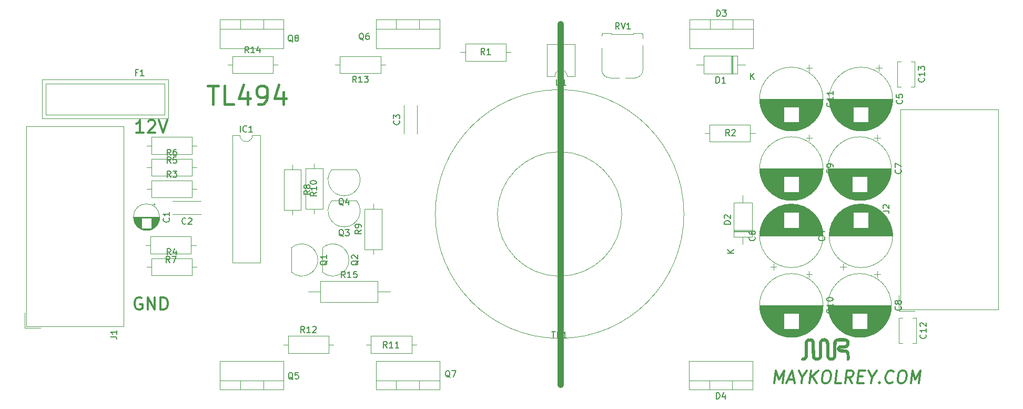
<source format=gbr>
%TF.GenerationSoftware,KiCad,Pcbnew,(5.1.6)-1*%
%TF.CreationDate,2020-12-26T12:13:23-05:00*%
%TF.ProjectId,fuente_smps_250w,6675656e-7465-45f7-936d-70735f323530,rev?*%
%TF.SameCoordinates,Original*%
%TF.FileFunction,Legend,Top*%
%TF.FilePolarity,Positive*%
%FSLAX46Y46*%
G04 Gerber Fmt 4.6, Leading zero omitted, Abs format (unit mm)*
G04 Created by KiCad (PCBNEW (5.1.6)-1) date 2020-12-26 12:13:23*
%MOMM*%
%LPD*%
G01*
G04 APERTURE LIST*
%ADD10C,0.300000*%
%ADD11C,0.400000*%
%ADD12C,1.000000*%
%ADD13C,0.010000*%
%ADD14C,0.120000*%
%ADD15C,0.150000*%
G04 APERTURE END LIST*
D10*
X80011904Y-83404761D02*
X78869047Y-83404761D01*
X79440476Y-83404761D02*
X79440476Y-81404761D01*
X79250000Y-81690476D01*
X79059523Y-81880952D01*
X78869047Y-81976190D01*
X80773809Y-81595238D02*
X80869047Y-81500000D01*
X81059523Y-81404761D01*
X81535714Y-81404761D01*
X81726190Y-81500000D01*
X81821428Y-81595238D01*
X81916666Y-81785714D01*
X81916666Y-81976190D01*
X81821428Y-82261904D01*
X80678571Y-83404761D01*
X81916666Y-83404761D01*
X82488095Y-81404761D02*
X83154761Y-83404761D01*
X83821428Y-81404761D01*
X79726190Y-110000000D02*
X79535714Y-109904761D01*
X79250000Y-109904761D01*
X78964285Y-110000000D01*
X78773809Y-110190476D01*
X78678571Y-110380952D01*
X78583333Y-110761904D01*
X78583333Y-111047619D01*
X78678571Y-111428571D01*
X78773809Y-111619047D01*
X78964285Y-111809523D01*
X79250000Y-111904761D01*
X79440476Y-111904761D01*
X79726190Y-111809523D01*
X79821428Y-111714285D01*
X79821428Y-111047619D01*
X79440476Y-111047619D01*
X80678571Y-111904761D02*
X80678571Y-109904761D01*
X81821428Y-111904761D01*
X81821428Y-109904761D01*
X82773809Y-111904761D02*
X82773809Y-109904761D01*
X83250000Y-109904761D01*
X83535714Y-110000000D01*
X83726190Y-110190476D01*
X83821428Y-110380952D01*
X83916666Y-110761904D01*
X83916666Y-111047619D01*
X83821428Y-111428571D01*
X83726190Y-111619047D01*
X83535714Y-111809523D01*
X83250000Y-111904761D01*
X82773809Y-111904761D01*
D11*
X90382857Y-75877142D02*
X92097142Y-75877142D01*
X91240000Y-78877142D02*
X91240000Y-75877142D01*
X94525714Y-78877142D02*
X93097142Y-78877142D01*
X93097142Y-75877142D01*
X96811428Y-76877142D02*
X96811428Y-78877142D01*
X96097142Y-75734285D02*
X95382857Y-77877142D01*
X97240000Y-77877142D01*
X98525714Y-78877142D02*
X99097142Y-78877142D01*
X99382857Y-78734285D01*
X99525714Y-78591428D01*
X99811428Y-78162857D01*
X99954285Y-77591428D01*
X99954285Y-76448571D01*
X99811428Y-76162857D01*
X99668571Y-76020000D01*
X99382857Y-75877142D01*
X98811428Y-75877142D01*
X98525714Y-76020000D01*
X98382857Y-76162857D01*
X98240000Y-76448571D01*
X98240000Y-77162857D01*
X98382857Y-77448571D01*
X98525714Y-77591428D01*
X98811428Y-77734285D01*
X99382857Y-77734285D01*
X99668571Y-77591428D01*
X99811428Y-77448571D01*
X99954285Y-77162857D01*
X102525714Y-76877142D02*
X102525714Y-78877142D01*
X101811428Y-75734285D02*
X101097142Y-77877142D01*
X102954285Y-77877142D01*
D12*
X147200000Y-66000000D02*
X147200000Y-124000000D01*
D10*
X181533363Y-123704761D02*
X181783363Y-121704761D01*
X182271458Y-123133333D01*
X183116696Y-121704761D01*
X182866696Y-123704761D01*
X183795267Y-123133333D02*
X184747648Y-123133333D01*
X183533363Y-123704761D02*
X184450029Y-121704761D01*
X184866696Y-123704761D01*
X186033363Y-122752380D02*
X185914315Y-123704761D01*
X185497648Y-121704761D02*
X186033363Y-122752380D01*
X186830982Y-121704761D01*
X187247648Y-123704761D02*
X187497648Y-121704761D01*
X188390505Y-123704761D02*
X187676220Y-122561904D01*
X188640505Y-121704761D02*
X187354791Y-122847619D01*
X189878601Y-121704761D02*
X190259553Y-121704761D01*
X190438125Y-121800000D01*
X190604791Y-121990476D01*
X190652410Y-122371428D01*
X190569077Y-123038095D01*
X190426220Y-123419047D01*
X190211934Y-123609523D01*
X190009553Y-123704761D01*
X189628601Y-123704761D01*
X189450029Y-123609523D01*
X189283363Y-123419047D01*
X189235744Y-123038095D01*
X189319077Y-122371428D01*
X189461934Y-121990476D01*
X189676220Y-121800000D01*
X189878601Y-121704761D01*
X192295267Y-123704761D02*
X191342886Y-123704761D01*
X191592886Y-121704761D01*
X194104791Y-123704761D02*
X193557172Y-122752380D01*
X192961934Y-123704761D02*
X193211934Y-121704761D01*
X193973839Y-121704761D01*
X194152410Y-121800000D01*
X194235744Y-121895238D01*
X194307172Y-122085714D01*
X194271458Y-122371428D01*
X194152410Y-122561904D01*
X194045267Y-122657142D01*
X193842886Y-122752380D01*
X193080982Y-122752380D01*
X195092886Y-122657142D02*
X195759553Y-122657142D01*
X195914315Y-123704761D02*
X194961934Y-123704761D01*
X195211934Y-121704761D01*
X196164315Y-121704761D01*
X197271458Y-122752380D02*
X197152410Y-123704761D01*
X196735744Y-121704761D02*
X197271458Y-122752380D01*
X198069077Y-121704761D01*
X198509553Y-123514285D02*
X198592886Y-123609523D01*
X198485744Y-123704761D01*
X198402410Y-123609523D01*
X198509553Y-123514285D01*
X198485744Y-123704761D01*
X200604791Y-123514285D02*
X200497648Y-123609523D01*
X200200029Y-123704761D01*
X200009553Y-123704761D01*
X199735744Y-123609523D01*
X199569077Y-123419047D01*
X199497648Y-123228571D01*
X199450029Y-122847619D01*
X199485744Y-122561904D01*
X199628601Y-122180952D01*
X199747648Y-121990476D01*
X199961934Y-121800000D01*
X200259553Y-121704761D01*
X200450029Y-121704761D01*
X200723839Y-121800000D01*
X200807172Y-121895238D01*
X202069077Y-121704761D02*
X202450029Y-121704761D01*
X202628601Y-121800000D01*
X202795267Y-121990476D01*
X202842886Y-122371428D01*
X202759553Y-123038095D01*
X202616696Y-123419047D01*
X202402410Y-123609523D01*
X202200029Y-123704761D01*
X201819077Y-123704761D01*
X201640505Y-123609523D01*
X201473839Y-123419047D01*
X201426220Y-123038095D01*
X201509553Y-122371428D01*
X201652410Y-121990476D01*
X201866696Y-121800000D01*
X202069077Y-121704761D01*
X203533363Y-123704761D02*
X203783363Y-121704761D01*
X204271458Y-123133333D01*
X205116696Y-121704761D01*
X204866696Y-123704761D01*
D13*
%TO.C,G\u002A\u002A\u002A*%
G36*
X192556006Y-116472764D02*
G01*
X192735914Y-116475933D01*
X192879118Y-116482821D01*
X192992660Y-116494742D01*
X193083583Y-116513011D01*
X193158928Y-116538941D01*
X193225738Y-116573847D01*
X193291056Y-116619044D01*
X193343591Y-116660724D01*
X193469975Y-116794443D01*
X193555734Y-116949527D01*
X193602003Y-117118413D01*
X193609917Y-117293540D01*
X193580613Y-117467347D01*
X193515224Y-117632273D01*
X193414888Y-117780756D01*
X193280739Y-117905235D01*
X193144758Y-117984800D01*
X193090500Y-118007586D01*
X193035319Y-118024659D01*
X192969823Y-118037281D01*
X192884617Y-118046717D01*
X192770307Y-118054227D01*
X192617500Y-118061075D01*
X192561101Y-118063252D01*
X192383455Y-118070935D01*
X192251229Y-118079726D01*
X192159046Y-118091111D01*
X192101525Y-118106580D01*
X192073289Y-118127620D01*
X192068960Y-118155720D01*
X192083160Y-118192368D01*
X192084606Y-118195101D01*
X192097631Y-118213123D01*
X192119502Y-118226508D01*
X192157565Y-118236171D01*
X192219165Y-118243031D01*
X192311646Y-118248003D01*
X192442356Y-118252004D01*
X192562619Y-118254763D01*
X192763370Y-118261192D01*
X192922046Y-118272621D01*
X193047320Y-118291776D01*
X193147865Y-118321383D01*
X193232355Y-118364166D01*
X193309463Y-118422852D01*
X193387863Y-118500165D01*
X193405972Y-118519754D01*
X193469215Y-118593228D01*
X193517922Y-118663354D01*
X193554050Y-118738280D01*
X193579553Y-118826157D01*
X193596390Y-118935132D01*
X193606516Y-119073356D01*
X193611888Y-119248977D01*
X193613739Y-119385187D01*
X193614899Y-119559164D01*
X193614125Y-119689823D01*
X193610911Y-119784630D01*
X193604748Y-119851046D01*
X193595131Y-119896536D01*
X193581553Y-119928562D01*
X193576258Y-119937234D01*
X193508235Y-120000311D01*
X193422126Y-120025328D01*
X193333451Y-120012317D01*
X193257732Y-119961315D01*
X193238453Y-119936488D01*
X193221946Y-119904191D01*
X193210560Y-119860524D01*
X193203626Y-119797008D01*
X193200480Y-119705164D01*
X193200455Y-119576516D01*
X193201785Y-119469869D01*
X193202355Y-119271508D01*
X193196637Y-119116937D01*
X193183674Y-118999427D01*
X193162510Y-118912247D01*
X193132188Y-118848668D01*
X193109247Y-118819101D01*
X193069431Y-118777266D01*
X193032197Y-118745892D01*
X192989583Y-118723244D01*
X192933624Y-118707588D01*
X192856356Y-118697190D01*
X192749813Y-118690315D01*
X192606033Y-118685230D01*
X192478736Y-118681800D01*
X191989399Y-118669100D01*
X191879349Y-118591772D01*
X191761130Y-118481628D01*
X191684055Y-118352319D01*
X191646995Y-118212166D01*
X191648818Y-118069487D01*
X191688394Y-117932603D01*
X191764593Y-117809832D01*
X191876285Y-117709496D01*
X192008040Y-117644622D01*
X192069356Y-117632924D01*
X192173157Y-117623768D01*
X192311167Y-117617646D01*
X192475112Y-117615054D01*
X192503736Y-117615000D01*
X192662968Y-117614241D01*
X192780396Y-117611397D01*
X192865003Y-117605614D01*
X192925771Y-117596038D01*
X192971682Y-117581815D01*
X193001596Y-117567677D01*
X193101918Y-117486842D01*
X193164743Y-117375631D01*
X193185260Y-117242909D01*
X193163346Y-117116334D01*
X193099490Y-117016480D01*
X193018869Y-116953482D01*
X192989654Y-116937821D01*
X192955403Y-116925840D01*
X192909303Y-116917051D01*
X192844538Y-116910966D01*
X192754293Y-116907097D01*
X192631755Y-116904954D01*
X192470108Y-116904051D01*
X192326684Y-116903894D01*
X191715669Y-116903800D01*
X191628909Y-116967809D01*
X191567574Y-117018757D01*
X191522783Y-117065964D01*
X191516024Y-117075759D01*
X191509224Y-117112393D01*
X191502724Y-117197355D01*
X191496604Y-117328173D01*
X191490943Y-117502376D01*
X191485819Y-117717493D01*
X191481313Y-117971052D01*
X191477503Y-118260582D01*
X191477200Y-118288100D01*
X191464500Y-119456500D01*
X191397180Y-119583500D01*
X191279265Y-119755097D01*
X191127965Y-119892109D01*
X191026887Y-119953379D01*
X190898614Y-119997445D01*
X190744791Y-120018092D01*
X190584738Y-120015160D01*
X190437781Y-119988489D01*
X190359600Y-119958923D01*
X190204604Y-119856795D01*
X190069503Y-119717577D01*
X189982901Y-119584963D01*
X189915100Y-119456500D01*
X189902400Y-118288100D01*
X189899379Y-118007378D01*
X189896573Y-117772896D01*
X189893406Y-117580099D01*
X189889304Y-117424434D01*
X189883691Y-117301345D01*
X189875993Y-117206280D01*
X189865635Y-117134682D01*
X189852042Y-117081999D01*
X189834638Y-117043676D01*
X189812850Y-117015159D01*
X189786102Y-116991894D01*
X189753819Y-116969326D01*
X189734255Y-116956081D01*
X189672311Y-116920975D01*
X189608613Y-116906553D01*
X189520595Y-116908159D01*
X189507121Y-116909225D01*
X189413310Y-116922474D01*
X189347528Y-116949354D01*
X189287184Y-116999262D01*
X189284703Y-117001731D01*
X189203900Y-117082493D01*
X189190166Y-118244096D01*
X189186804Y-118518941D01*
X189183636Y-118747791D01*
X189180422Y-118935450D01*
X189176920Y-119086721D01*
X189172891Y-119206408D01*
X189168093Y-119299313D01*
X189162285Y-119370241D01*
X189155226Y-119423995D01*
X189146676Y-119465379D01*
X189136394Y-119499195D01*
X189125883Y-119526125D01*
X189028538Y-119696754D01*
X188894072Y-119842793D01*
X188756921Y-119939306D01*
X188684474Y-119976607D01*
X188621128Y-119999278D01*
X188549746Y-120010876D01*
X188453193Y-120014961D01*
X188391100Y-120015300D01*
X188275724Y-120013593D01*
X188194007Y-120006120D01*
X188128855Y-119989347D01*
X188063176Y-119959744D01*
X188026472Y-119939956D01*
X187879214Y-119836100D01*
X187755045Y-119704994D01*
X187666283Y-119560276D01*
X187651583Y-119524941D01*
X187640808Y-119491768D01*
X187631712Y-119451260D01*
X187624077Y-119398672D01*
X187617683Y-119329258D01*
X187612311Y-119238273D01*
X187607742Y-119120970D01*
X187603757Y-118972605D01*
X187600136Y-118788432D01*
X187596660Y-118563706D01*
X187593111Y-118293680D01*
X187592525Y-118246271D01*
X187589094Y-117973107D01*
X187585947Y-117746188D01*
X187582840Y-117560961D01*
X187579530Y-117412876D01*
X187575774Y-117297379D01*
X187571328Y-117209918D01*
X187565949Y-117145942D01*
X187559395Y-117100897D01*
X187551420Y-117070233D01*
X187541783Y-117049396D01*
X187530240Y-117033834D01*
X187527559Y-117030821D01*
X187423910Y-116950129D01*
X187303861Y-116909875D01*
X187178938Y-116909362D01*
X187060664Y-116947890D01*
X186960566Y-117024762D01*
X186927462Y-117067190D01*
X186918816Y-117089342D01*
X186911371Y-117130516D01*
X186904970Y-117194679D01*
X186899460Y-117285797D01*
X186894684Y-117407838D01*
X186890489Y-117564767D01*
X186886720Y-117760550D01*
X186883221Y-117999156D01*
X186879838Y-118284549D01*
X186879800Y-118288100D01*
X186876763Y-118562194D01*
X186873974Y-118790249D01*
X186871175Y-118977023D01*
X186868106Y-119127275D01*
X186864510Y-119245761D01*
X186860127Y-119337241D01*
X186854699Y-119406473D01*
X186847967Y-119458214D01*
X186839673Y-119497224D01*
X186829557Y-119528259D01*
X186817362Y-119556079D01*
X186810075Y-119570931D01*
X186703291Y-119734161D01*
X186564605Y-119866771D01*
X186402602Y-119962747D01*
X186225865Y-120016072D01*
X186164387Y-120023386D01*
X186077650Y-120026794D01*
X186022344Y-120018006D01*
X185979626Y-119992103D01*
X185954470Y-119968579D01*
X185899163Y-119884411D01*
X185888839Y-119796638D01*
X185919440Y-119714903D01*
X185986905Y-119648849D01*
X186087175Y-119608118D01*
X186107807Y-119604310D01*
X186252473Y-119563697D01*
X186356695Y-119492932D01*
X186390610Y-119450800D01*
X186401261Y-119430948D01*
X186410215Y-119403638D01*
X186417685Y-119364306D01*
X186423885Y-119308392D01*
X186429030Y-119231331D01*
X186433332Y-119128562D01*
X186437006Y-118995523D01*
X186440265Y-118827651D01*
X186443323Y-118620384D01*
X186446394Y-118369160D01*
X186448000Y-118225778D01*
X186451073Y-117952744D01*
X186453929Y-117725699D01*
X186456821Y-117539832D01*
X186460006Y-117390336D01*
X186463737Y-117272401D01*
X186468270Y-117181218D01*
X186473858Y-117111977D01*
X186480758Y-117059869D01*
X186489224Y-117020086D01*
X186499510Y-116987817D01*
X186511872Y-116958253D01*
X186515586Y-116950137D01*
X186621754Y-116776228D01*
X186760456Y-116638418D01*
X186926415Y-116540431D01*
X187114353Y-116485991D01*
X187184963Y-116477869D01*
X187383339Y-116487853D01*
X187567887Y-116544418D01*
X187731794Y-116643907D01*
X187868243Y-116782664D01*
X187931390Y-116878400D01*
X188010100Y-117018100D01*
X188022800Y-118186500D01*
X188026462Y-118486308D01*
X188030459Y-118738268D01*
X188034899Y-118945332D01*
X188039886Y-119110451D01*
X188045526Y-119236577D01*
X188051926Y-119326661D01*
X188059191Y-119383655D01*
X188066677Y-119409310D01*
X188106385Y-119460940D01*
X188165340Y-119520093D01*
X188179762Y-119532641D01*
X188233329Y-119572247D01*
X188284630Y-119590981D01*
X188354189Y-119594074D01*
X188408587Y-119590935D01*
X188540544Y-119564830D01*
X188640500Y-119504329D01*
X188717282Y-119405700D01*
X188725299Y-119372248D01*
X188732486Y-119299839D01*
X188738909Y-119186594D01*
X188744633Y-119030637D01*
X188749721Y-118830091D01*
X188754239Y-118583080D01*
X188758253Y-118287727D01*
X188759400Y-118186500D01*
X188762441Y-117912341D01*
X188765241Y-117684259D01*
X188768053Y-117497534D01*
X188771131Y-117347444D01*
X188774728Y-117229270D01*
X188779098Y-117138291D01*
X188784496Y-117069785D01*
X188791175Y-117019032D01*
X188799390Y-116981313D01*
X188809393Y-116951906D01*
X188821438Y-116926090D01*
X188827833Y-116913938D01*
X188941657Y-116748568D01*
X189080686Y-116622243D01*
X189238137Y-116534786D01*
X189407228Y-116486021D01*
X189581177Y-116475770D01*
X189753204Y-116503856D01*
X189916525Y-116570103D01*
X190064358Y-116674333D01*
X190189923Y-116816370D01*
X190267211Y-116951490D01*
X190280045Y-116980956D01*
X190290759Y-117012094D01*
X190299605Y-117049714D01*
X190306836Y-117098621D01*
X190312706Y-117163625D01*
X190317467Y-117249532D01*
X190321372Y-117361150D01*
X190324675Y-117503287D01*
X190327628Y-117680750D01*
X190330484Y-117898347D01*
X190333497Y-118160886D01*
X190334200Y-118224600D01*
X190337715Y-118514350D01*
X190341443Y-118756976D01*
X190345523Y-118956151D01*
X190350093Y-119115551D01*
X190355294Y-119238850D01*
X190361264Y-119329723D01*
X190368143Y-119391844D01*
X190376071Y-119428889D01*
X190380271Y-119438809D01*
X190454726Y-119521839D01*
X190557865Y-119574881D01*
X190675611Y-119595373D01*
X190793889Y-119580755D01*
X190893690Y-119532190D01*
X190955025Y-119481242D01*
X190999816Y-119434035D01*
X191006575Y-119424240D01*
X191013401Y-119387572D01*
X191019928Y-119302626D01*
X191026073Y-119171920D01*
X191031755Y-118997976D01*
X191036892Y-118783314D01*
X191041404Y-118530454D01*
X191045207Y-118241916D01*
X191045400Y-118224600D01*
X191048435Y-117952352D01*
X191051200Y-117726045D01*
X191053972Y-117540826D01*
X191057025Y-117391837D01*
X191060635Y-117274224D01*
X191065078Y-117183132D01*
X191070629Y-117113705D01*
X191077564Y-117061088D01*
X191086159Y-117020425D01*
X191096689Y-116986862D01*
X191109429Y-116955543D01*
X191118597Y-116935039D01*
X191192914Y-116812936D01*
X191298232Y-116694371D01*
X191419826Y-116593130D01*
X191542967Y-116522995D01*
X191569722Y-116512794D01*
X191617287Y-116499605D01*
X191677368Y-116489468D01*
X191756656Y-116482025D01*
X191861841Y-116476919D01*
X191999614Y-116473790D01*
X192176665Y-116472283D01*
X192332352Y-116471999D01*
X192556006Y-116472764D01*
G37*
X192556006Y-116472764D02*
X192735914Y-116475933D01*
X192879118Y-116482821D01*
X192992660Y-116494742D01*
X193083583Y-116513011D01*
X193158928Y-116538941D01*
X193225738Y-116573847D01*
X193291056Y-116619044D01*
X193343591Y-116660724D01*
X193469975Y-116794443D01*
X193555734Y-116949527D01*
X193602003Y-117118413D01*
X193609917Y-117293540D01*
X193580613Y-117467347D01*
X193515224Y-117632273D01*
X193414888Y-117780756D01*
X193280739Y-117905235D01*
X193144758Y-117984800D01*
X193090500Y-118007586D01*
X193035319Y-118024659D01*
X192969823Y-118037281D01*
X192884617Y-118046717D01*
X192770307Y-118054227D01*
X192617500Y-118061075D01*
X192561101Y-118063252D01*
X192383455Y-118070935D01*
X192251229Y-118079726D01*
X192159046Y-118091111D01*
X192101525Y-118106580D01*
X192073289Y-118127620D01*
X192068960Y-118155720D01*
X192083160Y-118192368D01*
X192084606Y-118195101D01*
X192097631Y-118213123D01*
X192119502Y-118226508D01*
X192157565Y-118236171D01*
X192219165Y-118243031D01*
X192311646Y-118248003D01*
X192442356Y-118252004D01*
X192562619Y-118254763D01*
X192763370Y-118261192D01*
X192922046Y-118272621D01*
X193047320Y-118291776D01*
X193147865Y-118321383D01*
X193232355Y-118364166D01*
X193309463Y-118422852D01*
X193387863Y-118500165D01*
X193405972Y-118519754D01*
X193469215Y-118593228D01*
X193517922Y-118663354D01*
X193554050Y-118738280D01*
X193579553Y-118826157D01*
X193596390Y-118935132D01*
X193606516Y-119073356D01*
X193611888Y-119248977D01*
X193613739Y-119385187D01*
X193614899Y-119559164D01*
X193614125Y-119689823D01*
X193610911Y-119784630D01*
X193604748Y-119851046D01*
X193595131Y-119896536D01*
X193581553Y-119928562D01*
X193576258Y-119937234D01*
X193508235Y-120000311D01*
X193422126Y-120025328D01*
X193333451Y-120012317D01*
X193257732Y-119961315D01*
X193238453Y-119936488D01*
X193221946Y-119904191D01*
X193210560Y-119860524D01*
X193203626Y-119797008D01*
X193200480Y-119705164D01*
X193200455Y-119576516D01*
X193201785Y-119469869D01*
X193202355Y-119271508D01*
X193196637Y-119116937D01*
X193183674Y-118999427D01*
X193162510Y-118912247D01*
X193132188Y-118848668D01*
X193109247Y-118819101D01*
X193069431Y-118777266D01*
X193032197Y-118745892D01*
X192989583Y-118723244D01*
X192933624Y-118707588D01*
X192856356Y-118697190D01*
X192749813Y-118690315D01*
X192606033Y-118685230D01*
X192478736Y-118681800D01*
X191989399Y-118669100D01*
X191879349Y-118591772D01*
X191761130Y-118481628D01*
X191684055Y-118352319D01*
X191646995Y-118212166D01*
X191648818Y-118069487D01*
X191688394Y-117932603D01*
X191764593Y-117809832D01*
X191876285Y-117709496D01*
X192008040Y-117644622D01*
X192069356Y-117632924D01*
X192173157Y-117623768D01*
X192311167Y-117617646D01*
X192475112Y-117615054D01*
X192503736Y-117615000D01*
X192662968Y-117614241D01*
X192780396Y-117611397D01*
X192865003Y-117605614D01*
X192925771Y-117596038D01*
X192971682Y-117581815D01*
X193001596Y-117567677D01*
X193101918Y-117486842D01*
X193164743Y-117375631D01*
X193185260Y-117242909D01*
X193163346Y-117116334D01*
X193099490Y-117016480D01*
X193018869Y-116953482D01*
X192989654Y-116937821D01*
X192955403Y-116925840D01*
X192909303Y-116917051D01*
X192844538Y-116910966D01*
X192754293Y-116907097D01*
X192631755Y-116904954D01*
X192470108Y-116904051D01*
X192326684Y-116903894D01*
X191715669Y-116903800D01*
X191628909Y-116967809D01*
X191567574Y-117018757D01*
X191522783Y-117065964D01*
X191516024Y-117075759D01*
X191509224Y-117112393D01*
X191502724Y-117197355D01*
X191496604Y-117328173D01*
X191490943Y-117502376D01*
X191485819Y-117717493D01*
X191481313Y-117971052D01*
X191477503Y-118260582D01*
X191477200Y-118288100D01*
X191464500Y-119456500D01*
X191397180Y-119583500D01*
X191279265Y-119755097D01*
X191127965Y-119892109D01*
X191026887Y-119953379D01*
X190898614Y-119997445D01*
X190744791Y-120018092D01*
X190584738Y-120015160D01*
X190437781Y-119988489D01*
X190359600Y-119958923D01*
X190204604Y-119856795D01*
X190069503Y-119717577D01*
X189982901Y-119584963D01*
X189915100Y-119456500D01*
X189902400Y-118288100D01*
X189899379Y-118007378D01*
X189896573Y-117772896D01*
X189893406Y-117580099D01*
X189889304Y-117424434D01*
X189883691Y-117301345D01*
X189875993Y-117206280D01*
X189865635Y-117134682D01*
X189852042Y-117081999D01*
X189834638Y-117043676D01*
X189812850Y-117015159D01*
X189786102Y-116991894D01*
X189753819Y-116969326D01*
X189734255Y-116956081D01*
X189672311Y-116920975D01*
X189608613Y-116906553D01*
X189520595Y-116908159D01*
X189507121Y-116909225D01*
X189413310Y-116922474D01*
X189347528Y-116949354D01*
X189287184Y-116999262D01*
X189284703Y-117001731D01*
X189203900Y-117082493D01*
X189190166Y-118244096D01*
X189186804Y-118518941D01*
X189183636Y-118747791D01*
X189180422Y-118935450D01*
X189176920Y-119086721D01*
X189172891Y-119206408D01*
X189168093Y-119299313D01*
X189162285Y-119370241D01*
X189155226Y-119423995D01*
X189146676Y-119465379D01*
X189136394Y-119499195D01*
X189125883Y-119526125D01*
X189028538Y-119696754D01*
X188894072Y-119842793D01*
X188756921Y-119939306D01*
X188684474Y-119976607D01*
X188621128Y-119999278D01*
X188549746Y-120010876D01*
X188453193Y-120014961D01*
X188391100Y-120015300D01*
X188275724Y-120013593D01*
X188194007Y-120006120D01*
X188128855Y-119989347D01*
X188063176Y-119959744D01*
X188026472Y-119939956D01*
X187879214Y-119836100D01*
X187755045Y-119704994D01*
X187666283Y-119560276D01*
X187651583Y-119524941D01*
X187640808Y-119491768D01*
X187631712Y-119451260D01*
X187624077Y-119398672D01*
X187617683Y-119329258D01*
X187612311Y-119238273D01*
X187607742Y-119120970D01*
X187603757Y-118972605D01*
X187600136Y-118788432D01*
X187596660Y-118563706D01*
X187593111Y-118293680D01*
X187592525Y-118246271D01*
X187589094Y-117973107D01*
X187585947Y-117746188D01*
X187582840Y-117560961D01*
X187579530Y-117412876D01*
X187575774Y-117297379D01*
X187571328Y-117209918D01*
X187565949Y-117145942D01*
X187559395Y-117100897D01*
X187551420Y-117070233D01*
X187541783Y-117049396D01*
X187530240Y-117033834D01*
X187527559Y-117030821D01*
X187423910Y-116950129D01*
X187303861Y-116909875D01*
X187178938Y-116909362D01*
X187060664Y-116947890D01*
X186960566Y-117024762D01*
X186927462Y-117067190D01*
X186918816Y-117089342D01*
X186911371Y-117130516D01*
X186904970Y-117194679D01*
X186899460Y-117285797D01*
X186894684Y-117407838D01*
X186890489Y-117564767D01*
X186886720Y-117760550D01*
X186883221Y-117999156D01*
X186879838Y-118284549D01*
X186879800Y-118288100D01*
X186876763Y-118562194D01*
X186873974Y-118790249D01*
X186871175Y-118977023D01*
X186868106Y-119127275D01*
X186864510Y-119245761D01*
X186860127Y-119337241D01*
X186854699Y-119406473D01*
X186847967Y-119458214D01*
X186839673Y-119497224D01*
X186829557Y-119528259D01*
X186817362Y-119556079D01*
X186810075Y-119570931D01*
X186703291Y-119734161D01*
X186564605Y-119866771D01*
X186402602Y-119962747D01*
X186225865Y-120016072D01*
X186164387Y-120023386D01*
X186077650Y-120026794D01*
X186022344Y-120018006D01*
X185979626Y-119992103D01*
X185954470Y-119968579D01*
X185899163Y-119884411D01*
X185888839Y-119796638D01*
X185919440Y-119714903D01*
X185986905Y-119648849D01*
X186087175Y-119608118D01*
X186107807Y-119604310D01*
X186252473Y-119563697D01*
X186356695Y-119492932D01*
X186390610Y-119450800D01*
X186401261Y-119430948D01*
X186410215Y-119403638D01*
X186417685Y-119364306D01*
X186423885Y-119308392D01*
X186429030Y-119231331D01*
X186433332Y-119128562D01*
X186437006Y-118995523D01*
X186440265Y-118827651D01*
X186443323Y-118620384D01*
X186446394Y-118369160D01*
X186448000Y-118225778D01*
X186451073Y-117952744D01*
X186453929Y-117725699D01*
X186456821Y-117539832D01*
X186460006Y-117390336D01*
X186463737Y-117272401D01*
X186468270Y-117181218D01*
X186473858Y-117111977D01*
X186480758Y-117059869D01*
X186489224Y-117020086D01*
X186499510Y-116987817D01*
X186511872Y-116958253D01*
X186515586Y-116950137D01*
X186621754Y-116776228D01*
X186760456Y-116638418D01*
X186926415Y-116540431D01*
X187114353Y-116485991D01*
X187184963Y-116477869D01*
X187383339Y-116487853D01*
X187567887Y-116544418D01*
X187731794Y-116643907D01*
X187868243Y-116782664D01*
X187931390Y-116878400D01*
X188010100Y-117018100D01*
X188022800Y-118186500D01*
X188026462Y-118486308D01*
X188030459Y-118738268D01*
X188034899Y-118945332D01*
X188039886Y-119110451D01*
X188045526Y-119236577D01*
X188051926Y-119326661D01*
X188059191Y-119383655D01*
X188066677Y-119409310D01*
X188106385Y-119460940D01*
X188165340Y-119520093D01*
X188179762Y-119532641D01*
X188233329Y-119572247D01*
X188284630Y-119590981D01*
X188354189Y-119594074D01*
X188408587Y-119590935D01*
X188540544Y-119564830D01*
X188640500Y-119504329D01*
X188717282Y-119405700D01*
X188725299Y-119372248D01*
X188732486Y-119299839D01*
X188738909Y-119186594D01*
X188744633Y-119030637D01*
X188749721Y-118830091D01*
X188754239Y-118583080D01*
X188758253Y-118287727D01*
X188759400Y-118186500D01*
X188762441Y-117912341D01*
X188765241Y-117684259D01*
X188768053Y-117497534D01*
X188771131Y-117347444D01*
X188774728Y-117229270D01*
X188779098Y-117138291D01*
X188784496Y-117069785D01*
X188791175Y-117019032D01*
X188799390Y-116981313D01*
X188809393Y-116951906D01*
X188821438Y-116926090D01*
X188827833Y-116913938D01*
X188941657Y-116748568D01*
X189080686Y-116622243D01*
X189238137Y-116534786D01*
X189407228Y-116486021D01*
X189581177Y-116475770D01*
X189753204Y-116503856D01*
X189916525Y-116570103D01*
X190064358Y-116674333D01*
X190189923Y-116816370D01*
X190267211Y-116951490D01*
X190280045Y-116980956D01*
X190290759Y-117012094D01*
X190299605Y-117049714D01*
X190306836Y-117098621D01*
X190312706Y-117163625D01*
X190317467Y-117249532D01*
X190321372Y-117361150D01*
X190324675Y-117503287D01*
X190327628Y-117680750D01*
X190330484Y-117898347D01*
X190333497Y-118160886D01*
X190334200Y-118224600D01*
X190337715Y-118514350D01*
X190341443Y-118756976D01*
X190345523Y-118956151D01*
X190350093Y-119115551D01*
X190355294Y-119238850D01*
X190361264Y-119329723D01*
X190368143Y-119391844D01*
X190376071Y-119428889D01*
X190380271Y-119438809D01*
X190454726Y-119521839D01*
X190557865Y-119574881D01*
X190675611Y-119595373D01*
X190793889Y-119580755D01*
X190893690Y-119532190D01*
X190955025Y-119481242D01*
X190999816Y-119434035D01*
X191006575Y-119424240D01*
X191013401Y-119387572D01*
X191019928Y-119302626D01*
X191026073Y-119171920D01*
X191031755Y-118997976D01*
X191036892Y-118783314D01*
X191041404Y-118530454D01*
X191045207Y-118241916D01*
X191045400Y-118224600D01*
X191048435Y-117952352D01*
X191051200Y-117726045D01*
X191053972Y-117540826D01*
X191057025Y-117391837D01*
X191060635Y-117274224D01*
X191065078Y-117183132D01*
X191070629Y-117113705D01*
X191077564Y-117061088D01*
X191086159Y-117020425D01*
X191096689Y-116986862D01*
X191109429Y-116955543D01*
X191118597Y-116935039D01*
X191192914Y-116812936D01*
X191298232Y-116694371D01*
X191419826Y-116593130D01*
X191542967Y-116522995D01*
X191569722Y-116512794D01*
X191617287Y-116499605D01*
X191677368Y-116489468D01*
X191756656Y-116482025D01*
X191861841Y-116476919D01*
X191999614Y-116473790D01*
X192176665Y-116472283D01*
X192332352Y-116471999D01*
X192556006Y-116472764D01*
D14*
%TO.C,RV1*%
X160410000Y-67590000D02*
X160410000Y-68280000D01*
X160310000Y-67590000D02*
X160410000Y-67590000D01*
X153790000Y-67590000D02*
X153790000Y-67840000D01*
X153890000Y-67590000D02*
X153790000Y-67590000D01*
X153890000Y-67390000D02*
X153890000Y-67590000D01*
X155310000Y-67590000D02*
X155310000Y-67390000D01*
X159100000Y-74610000D02*
X157610000Y-74610000D01*
X160410000Y-69320000D02*
X160410000Y-73300000D01*
X153790000Y-73300000D02*
X153790000Y-69760000D01*
X156590000Y-74610000D02*
X155100000Y-74610000D01*
X160310000Y-67390000D02*
X160310000Y-67590000D01*
X158890000Y-67390000D02*
X160310000Y-67390000D01*
X158890000Y-67590000D02*
X158890000Y-67390000D01*
X155310000Y-67590000D02*
X158890000Y-67590000D01*
X153890000Y-67390000D02*
X155310000Y-67390000D01*
X155100000Y-74610000D02*
G75*
G02*
X153790000Y-73300000I0J1310000D01*
G01*
X160410000Y-73300000D02*
G75*
G02*
X159100000Y-74610000I-1310000J0D01*
G01*
%TO.C,U1*%
X148240000Y-74370000D02*
X149490000Y-74370000D01*
X149490000Y-74370000D02*
X149490000Y-69170000D01*
X149490000Y-69170000D02*
X144990000Y-69170000D01*
X144990000Y-69170000D02*
X144990000Y-74370000D01*
X144990000Y-74370000D02*
X146240000Y-74370000D01*
X146240000Y-74370000D02*
G75*
G02*
X148240000Y-74370000I1000000J0D01*
G01*
%TO.C,R15*%
X108500000Y-107280000D02*
X108500000Y-110720000D01*
X108500000Y-110720000D02*
X117740000Y-110720000D01*
X117740000Y-110720000D02*
X117740000Y-107280000D01*
X117740000Y-107280000D02*
X108500000Y-107280000D01*
X106540000Y-109000000D02*
X108500000Y-109000000D01*
X119700000Y-109000000D02*
X117740000Y-109000000D01*
%TO.C,R12*%
X103310000Y-116130000D02*
X103310000Y-118870000D01*
X103310000Y-118870000D02*
X109850000Y-118870000D01*
X109850000Y-118870000D02*
X109850000Y-116130000D01*
X109850000Y-116130000D02*
X103310000Y-116130000D01*
X102540000Y-117500000D02*
X103310000Y-117500000D01*
X110620000Y-117500000D02*
X109850000Y-117500000D01*
%TO.C,IC1*%
X95550000Y-83850000D02*
X94300000Y-83850000D01*
X94300000Y-83850000D02*
X94300000Y-104290000D01*
X94300000Y-104290000D02*
X98800000Y-104290000D01*
X98800000Y-104290000D02*
X98800000Y-83850000D01*
X98800000Y-83850000D02*
X97550000Y-83850000D01*
X97550000Y-83850000D02*
G75*
G02*
X95550000Y-83850000I-1000000J0D01*
G01*
%TO.C,D4*%
X178080000Y-124770000D02*
X167840000Y-124770000D01*
X178080000Y-120129000D02*
X167840000Y-120129000D01*
X178080000Y-124770000D02*
X178080000Y-120129000D01*
X167840000Y-124770000D02*
X167840000Y-120129000D01*
X178080000Y-123260000D02*
X167840000Y-123260000D01*
X174810000Y-124770000D02*
X174810000Y-123260000D01*
X171109000Y-124770000D02*
X171109000Y-123260000D01*
%TO.C,D3*%
X167920000Y-65230000D02*
X178160000Y-65230000D01*
X167920000Y-69871000D02*
X178160000Y-69871000D01*
X167920000Y-65230000D02*
X167920000Y-69871000D01*
X178160000Y-65230000D02*
X178160000Y-69871000D01*
X167920000Y-66740000D02*
X178160000Y-66740000D01*
X171190000Y-65230000D02*
X171190000Y-66740000D01*
X174891000Y-65230000D02*
X174891000Y-66740000D01*
%TO.C,D2*%
X175030000Y-100140000D02*
X177970000Y-100140000D01*
X177970000Y-100140000D02*
X177970000Y-94700000D01*
X177970000Y-94700000D02*
X175030000Y-94700000D01*
X175030000Y-94700000D02*
X175030000Y-100140000D01*
X176500000Y-101360000D02*
X176500000Y-100140000D01*
X176500000Y-93480000D02*
X176500000Y-94700000D01*
X175030000Y-99240000D02*
X177970000Y-99240000D01*
X175030000Y-99120000D02*
X177970000Y-99120000D01*
X175030000Y-99360000D02*
X177970000Y-99360000D01*
%TO.C,D1*%
X175640000Y-73970000D02*
X175640000Y-71030000D01*
X175640000Y-71030000D02*
X170200000Y-71030000D01*
X170200000Y-71030000D02*
X170200000Y-73970000D01*
X170200000Y-73970000D02*
X175640000Y-73970000D01*
X176860000Y-72500000D02*
X175640000Y-72500000D01*
X168980000Y-72500000D02*
X170200000Y-72500000D01*
X174740000Y-73970000D02*
X174740000Y-71030000D01*
X174620000Y-73970000D02*
X174620000Y-71030000D01*
X174860000Y-73970000D02*
X174860000Y-71030000D01*
%TO.C,C13*%
X204170000Y-71980000D02*
X204170000Y-76020000D01*
X201330000Y-71980000D02*
X201330000Y-76020000D01*
X204170000Y-71980000D02*
X203545000Y-71980000D01*
X201955000Y-71980000D02*
X201330000Y-71980000D01*
X204170000Y-76020000D02*
X203545000Y-76020000D01*
X201955000Y-76020000D02*
X201330000Y-76020000D01*
%TO.C,C6*%
X189420000Y-100000000D02*
G75*
G03*
X189420000Y-100000000I-5120000J0D01*
G01*
X179220000Y-100000000D02*
X189380000Y-100000000D01*
X179220000Y-99960000D02*
X189380000Y-99960000D01*
X179220000Y-99920000D02*
X189380000Y-99920000D01*
X179221000Y-99880000D02*
X189379000Y-99880000D01*
X179222000Y-99840000D02*
X189378000Y-99840000D01*
X179223000Y-99800000D02*
X189377000Y-99800000D01*
X179225000Y-99760000D02*
X189375000Y-99760000D01*
X179227000Y-99720000D02*
X189373000Y-99720000D01*
X179230000Y-99680000D02*
X189370000Y-99680000D01*
X179232000Y-99640000D02*
X189368000Y-99640000D01*
X179235000Y-99600000D02*
X189365000Y-99600000D01*
X179238000Y-99560000D02*
X189362000Y-99560000D01*
X179242000Y-99520000D02*
X189358000Y-99520000D01*
X179246000Y-99480000D02*
X189354000Y-99480000D01*
X179250000Y-99440000D02*
X189350000Y-99440000D01*
X179255000Y-99400000D02*
X189345000Y-99400000D01*
X179260000Y-99360000D02*
X189340000Y-99360000D01*
X179265000Y-99320000D02*
X189335000Y-99320000D01*
X179270000Y-99279000D02*
X189330000Y-99279000D01*
X179276000Y-99239000D02*
X189324000Y-99239000D01*
X179282000Y-99199000D02*
X189318000Y-99199000D01*
X179289000Y-99159000D02*
X189311000Y-99159000D01*
X179296000Y-99119000D02*
X189304000Y-99119000D01*
X179303000Y-99079000D02*
X189297000Y-99079000D01*
X179310000Y-99039000D02*
X189290000Y-99039000D01*
X179318000Y-98999000D02*
X189282000Y-98999000D01*
X179326000Y-98959000D02*
X189274000Y-98959000D01*
X179335000Y-98919000D02*
X189265000Y-98919000D01*
X179344000Y-98879000D02*
X189256000Y-98879000D01*
X179353000Y-98839000D02*
X189247000Y-98839000D01*
X179362000Y-98799000D02*
X189238000Y-98799000D01*
X179372000Y-98759000D02*
X189228000Y-98759000D01*
X179382000Y-98719000D02*
X183059000Y-98719000D01*
X185541000Y-98719000D02*
X189218000Y-98719000D01*
X179393000Y-98679000D02*
X183059000Y-98679000D01*
X185541000Y-98679000D02*
X189207000Y-98679000D01*
X179403000Y-98639000D02*
X183059000Y-98639000D01*
X185541000Y-98639000D02*
X189197000Y-98639000D01*
X179415000Y-98599000D02*
X183059000Y-98599000D01*
X185541000Y-98599000D02*
X189185000Y-98599000D01*
X179426000Y-98559000D02*
X183059000Y-98559000D01*
X185541000Y-98559000D02*
X189174000Y-98559000D01*
X179438000Y-98519000D02*
X183059000Y-98519000D01*
X185541000Y-98519000D02*
X189162000Y-98519000D01*
X179450000Y-98479000D02*
X183059000Y-98479000D01*
X185541000Y-98479000D02*
X189150000Y-98479000D01*
X179463000Y-98439000D02*
X183059000Y-98439000D01*
X185541000Y-98439000D02*
X189137000Y-98439000D01*
X179476000Y-98399000D02*
X183059000Y-98399000D01*
X185541000Y-98399000D02*
X189124000Y-98399000D01*
X179489000Y-98359000D02*
X183059000Y-98359000D01*
X185541000Y-98359000D02*
X189111000Y-98359000D01*
X179503000Y-98319000D02*
X183059000Y-98319000D01*
X185541000Y-98319000D02*
X189097000Y-98319000D01*
X179517000Y-98279000D02*
X183059000Y-98279000D01*
X185541000Y-98279000D02*
X189083000Y-98279000D01*
X179532000Y-98239000D02*
X183059000Y-98239000D01*
X185541000Y-98239000D02*
X189068000Y-98239000D01*
X179546000Y-98199000D02*
X183059000Y-98199000D01*
X185541000Y-98199000D02*
X189054000Y-98199000D01*
X179562000Y-98159000D02*
X183059000Y-98159000D01*
X185541000Y-98159000D02*
X189038000Y-98159000D01*
X179577000Y-98119000D02*
X183059000Y-98119000D01*
X185541000Y-98119000D02*
X189023000Y-98119000D01*
X179593000Y-98079000D02*
X183059000Y-98079000D01*
X185541000Y-98079000D02*
X189007000Y-98079000D01*
X179610000Y-98039000D02*
X183059000Y-98039000D01*
X185541000Y-98039000D02*
X188990000Y-98039000D01*
X179626000Y-97999000D02*
X183059000Y-97999000D01*
X185541000Y-97999000D02*
X188974000Y-97999000D01*
X179643000Y-97959000D02*
X183059000Y-97959000D01*
X185541000Y-97959000D02*
X188957000Y-97959000D01*
X179661000Y-97919000D02*
X183059000Y-97919000D01*
X185541000Y-97919000D02*
X188939000Y-97919000D01*
X179679000Y-97879000D02*
X183059000Y-97879000D01*
X185541000Y-97879000D02*
X188921000Y-97879000D01*
X179697000Y-97839000D02*
X183059000Y-97839000D01*
X185541000Y-97839000D02*
X188903000Y-97839000D01*
X179716000Y-97799000D02*
X183059000Y-97799000D01*
X185541000Y-97799000D02*
X188884000Y-97799000D01*
X179736000Y-97759000D02*
X183059000Y-97759000D01*
X185541000Y-97759000D02*
X188864000Y-97759000D01*
X179755000Y-97719000D02*
X183059000Y-97719000D01*
X185541000Y-97719000D02*
X188845000Y-97719000D01*
X179775000Y-97679000D02*
X183059000Y-97679000D01*
X185541000Y-97679000D02*
X188825000Y-97679000D01*
X179796000Y-97639000D02*
X183059000Y-97639000D01*
X185541000Y-97639000D02*
X188804000Y-97639000D01*
X179817000Y-97599000D02*
X183059000Y-97599000D01*
X185541000Y-97599000D02*
X188783000Y-97599000D01*
X179838000Y-97559000D02*
X183059000Y-97559000D01*
X185541000Y-97559000D02*
X188762000Y-97559000D01*
X179860000Y-97519000D02*
X183059000Y-97519000D01*
X185541000Y-97519000D02*
X188740000Y-97519000D01*
X179883000Y-97479000D02*
X183059000Y-97479000D01*
X185541000Y-97479000D02*
X188717000Y-97479000D01*
X179905000Y-97439000D02*
X183059000Y-97439000D01*
X185541000Y-97439000D02*
X188695000Y-97439000D01*
X179929000Y-97399000D02*
X183059000Y-97399000D01*
X185541000Y-97399000D02*
X188671000Y-97399000D01*
X179953000Y-97359000D02*
X183059000Y-97359000D01*
X185541000Y-97359000D02*
X188647000Y-97359000D01*
X179977000Y-97319000D02*
X183059000Y-97319000D01*
X185541000Y-97319000D02*
X188623000Y-97319000D01*
X180002000Y-97279000D02*
X183059000Y-97279000D01*
X185541000Y-97279000D02*
X188598000Y-97279000D01*
X180027000Y-97239000D02*
X183059000Y-97239000D01*
X185541000Y-97239000D02*
X188573000Y-97239000D01*
X180053000Y-97199000D02*
X183059000Y-97199000D01*
X185541000Y-97199000D02*
X188547000Y-97199000D01*
X180079000Y-97159000D02*
X183059000Y-97159000D01*
X185541000Y-97159000D02*
X188521000Y-97159000D01*
X180106000Y-97119000D02*
X183059000Y-97119000D01*
X185541000Y-97119000D02*
X188494000Y-97119000D01*
X180134000Y-97079000D02*
X183059000Y-97079000D01*
X185541000Y-97079000D02*
X188466000Y-97079000D01*
X180162000Y-97039000D02*
X183059000Y-97039000D01*
X185541000Y-97039000D02*
X188438000Y-97039000D01*
X180190000Y-96999000D02*
X183059000Y-96999000D01*
X185541000Y-96999000D02*
X188410000Y-96999000D01*
X180220000Y-96959000D02*
X183059000Y-96959000D01*
X185541000Y-96959000D02*
X188380000Y-96959000D01*
X180250000Y-96919000D02*
X183059000Y-96919000D01*
X185541000Y-96919000D02*
X188350000Y-96919000D01*
X180280000Y-96879000D02*
X183059000Y-96879000D01*
X185541000Y-96879000D02*
X188320000Y-96879000D01*
X180311000Y-96839000D02*
X183059000Y-96839000D01*
X185541000Y-96839000D02*
X188289000Y-96839000D01*
X180343000Y-96799000D02*
X183059000Y-96799000D01*
X185541000Y-96799000D02*
X188257000Y-96799000D01*
X180375000Y-96759000D02*
X183059000Y-96759000D01*
X185541000Y-96759000D02*
X188225000Y-96759000D01*
X180408000Y-96719000D02*
X183059000Y-96719000D01*
X185541000Y-96719000D02*
X188192000Y-96719000D01*
X180442000Y-96679000D02*
X183059000Y-96679000D01*
X185541000Y-96679000D02*
X188158000Y-96679000D01*
X180476000Y-96639000D02*
X183059000Y-96639000D01*
X185541000Y-96639000D02*
X188124000Y-96639000D01*
X180511000Y-96599000D02*
X183059000Y-96599000D01*
X185541000Y-96599000D02*
X188089000Y-96599000D01*
X180547000Y-96559000D02*
X183059000Y-96559000D01*
X185541000Y-96559000D02*
X188053000Y-96559000D01*
X180584000Y-96519000D02*
X183059000Y-96519000D01*
X185541000Y-96519000D02*
X188016000Y-96519000D01*
X180621000Y-96479000D02*
X183059000Y-96479000D01*
X185541000Y-96479000D02*
X187979000Y-96479000D01*
X180660000Y-96439000D02*
X183059000Y-96439000D01*
X185541000Y-96439000D02*
X187940000Y-96439000D01*
X180699000Y-96399000D02*
X183059000Y-96399000D01*
X185541000Y-96399000D02*
X187901000Y-96399000D01*
X180739000Y-96359000D02*
X183059000Y-96359000D01*
X185541000Y-96359000D02*
X187861000Y-96359000D01*
X180780000Y-96319000D02*
X183059000Y-96319000D01*
X185541000Y-96319000D02*
X187820000Y-96319000D01*
X180822000Y-96279000D02*
X183059000Y-96279000D01*
X185541000Y-96279000D02*
X187778000Y-96279000D01*
X180864000Y-96239000D02*
X187736000Y-96239000D01*
X180908000Y-96199000D02*
X187692000Y-96199000D01*
X180953000Y-96159000D02*
X187647000Y-96159000D01*
X180999000Y-96119000D02*
X187601000Y-96119000D01*
X181046000Y-96079000D02*
X187554000Y-96079000D01*
X181094000Y-96039000D02*
X187506000Y-96039000D01*
X181144000Y-95999000D02*
X187456000Y-95999000D01*
X181194000Y-95959000D02*
X187406000Y-95959000D01*
X181246000Y-95919000D02*
X187354000Y-95919000D01*
X181300000Y-95879000D02*
X187300000Y-95879000D01*
X181355000Y-95839000D02*
X187245000Y-95839000D01*
X181411000Y-95799000D02*
X187189000Y-95799000D01*
X181470000Y-95759000D02*
X187130000Y-95759000D01*
X181530000Y-95719000D02*
X187070000Y-95719000D01*
X181591000Y-95679000D02*
X187009000Y-95679000D01*
X181655000Y-95639000D02*
X186945000Y-95639000D01*
X181721000Y-95599000D02*
X186879000Y-95599000D01*
X181790000Y-95559000D02*
X186810000Y-95559000D01*
X181861000Y-95519000D02*
X186739000Y-95519000D01*
X181935000Y-95479000D02*
X186665000Y-95479000D01*
X182011000Y-95439000D02*
X186589000Y-95439000D01*
X182091000Y-95399000D02*
X186509000Y-95399000D01*
X182175000Y-95359000D02*
X186425000Y-95359000D01*
X182263000Y-95319000D02*
X186337000Y-95319000D01*
X182356000Y-95279000D02*
X186244000Y-95279000D01*
X182454000Y-95239000D02*
X186146000Y-95239000D01*
X182558000Y-95199000D02*
X186042000Y-95199000D01*
X182670000Y-95159000D02*
X185930000Y-95159000D01*
X182790000Y-95119000D02*
X185810000Y-95119000D01*
X182922000Y-95079000D02*
X185678000Y-95079000D01*
X183070000Y-95039000D02*
X185530000Y-95039000D01*
X183238000Y-94999000D02*
X185362000Y-94999000D01*
X183438000Y-94959000D02*
X185162000Y-94959000D01*
X183701000Y-94919000D02*
X184899000Y-94919000D01*
X181425000Y-105479646D02*
X181425000Y-104479646D01*
X180925000Y-104979646D02*
X181925000Y-104979646D01*
%TO.C,C5*%
X200620000Y-78000000D02*
G75*
G03*
X200620000Y-78000000I-5120000J0D01*
G01*
X200580000Y-78000000D02*
X190420000Y-78000000D01*
X200580000Y-78040000D02*
X190420000Y-78040000D01*
X200580000Y-78080000D02*
X190420000Y-78080000D01*
X200579000Y-78120000D02*
X190421000Y-78120000D01*
X200578000Y-78160000D02*
X190422000Y-78160000D01*
X200577000Y-78200000D02*
X190423000Y-78200000D01*
X200575000Y-78240000D02*
X190425000Y-78240000D01*
X200573000Y-78280000D02*
X190427000Y-78280000D01*
X200570000Y-78320000D02*
X190430000Y-78320000D01*
X200568000Y-78360000D02*
X190432000Y-78360000D01*
X200565000Y-78400000D02*
X190435000Y-78400000D01*
X200562000Y-78440000D02*
X190438000Y-78440000D01*
X200558000Y-78480000D02*
X190442000Y-78480000D01*
X200554000Y-78520000D02*
X190446000Y-78520000D01*
X200550000Y-78560000D02*
X190450000Y-78560000D01*
X200545000Y-78600000D02*
X190455000Y-78600000D01*
X200540000Y-78640000D02*
X190460000Y-78640000D01*
X200535000Y-78680000D02*
X190465000Y-78680000D01*
X200530000Y-78721000D02*
X190470000Y-78721000D01*
X200524000Y-78761000D02*
X190476000Y-78761000D01*
X200518000Y-78801000D02*
X190482000Y-78801000D01*
X200511000Y-78841000D02*
X190489000Y-78841000D01*
X200504000Y-78881000D02*
X190496000Y-78881000D01*
X200497000Y-78921000D02*
X190503000Y-78921000D01*
X200490000Y-78961000D02*
X190510000Y-78961000D01*
X200482000Y-79001000D02*
X190518000Y-79001000D01*
X200474000Y-79041000D02*
X190526000Y-79041000D01*
X200465000Y-79081000D02*
X190535000Y-79081000D01*
X200456000Y-79121000D02*
X190544000Y-79121000D01*
X200447000Y-79161000D02*
X190553000Y-79161000D01*
X200438000Y-79201000D02*
X190562000Y-79201000D01*
X200428000Y-79241000D02*
X190572000Y-79241000D01*
X200418000Y-79281000D02*
X196741000Y-79281000D01*
X194259000Y-79281000D02*
X190582000Y-79281000D01*
X200407000Y-79321000D02*
X196741000Y-79321000D01*
X194259000Y-79321000D02*
X190593000Y-79321000D01*
X200397000Y-79361000D02*
X196741000Y-79361000D01*
X194259000Y-79361000D02*
X190603000Y-79361000D01*
X200385000Y-79401000D02*
X196741000Y-79401000D01*
X194259000Y-79401000D02*
X190615000Y-79401000D01*
X200374000Y-79441000D02*
X196741000Y-79441000D01*
X194259000Y-79441000D02*
X190626000Y-79441000D01*
X200362000Y-79481000D02*
X196741000Y-79481000D01*
X194259000Y-79481000D02*
X190638000Y-79481000D01*
X200350000Y-79521000D02*
X196741000Y-79521000D01*
X194259000Y-79521000D02*
X190650000Y-79521000D01*
X200337000Y-79561000D02*
X196741000Y-79561000D01*
X194259000Y-79561000D02*
X190663000Y-79561000D01*
X200324000Y-79601000D02*
X196741000Y-79601000D01*
X194259000Y-79601000D02*
X190676000Y-79601000D01*
X200311000Y-79641000D02*
X196741000Y-79641000D01*
X194259000Y-79641000D02*
X190689000Y-79641000D01*
X200297000Y-79681000D02*
X196741000Y-79681000D01*
X194259000Y-79681000D02*
X190703000Y-79681000D01*
X200283000Y-79721000D02*
X196741000Y-79721000D01*
X194259000Y-79721000D02*
X190717000Y-79721000D01*
X200268000Y-79761000D02*
X196741000Y-79761000D01*
X194259000Y-79761000D02*
X190732000Y-79761000D01*
X200254000Y-79801000D02*
X196741000Y-79801000D01*
X194259000Y-79801000D02*
X190746000Y-79801000D01*
X200238000Y-79841000D02*
X196741000Y-79841000D01*
X194259000Y-79841000D02*
X190762000Y-79841000D01*
X200223000Y-79881000D02*
X196741000Y-79881000D01*
X194259000Y-79881000D02*
X190777000Y-79881000D01*
X200207000Y-79921000D02*
X196741000Y-79921000D01*
X194259000Y-79921000D02*
X190793000Y-79921000D01*
X200190000Y-79961000D02*
X196741000Y-79961000D01*
X194259000Y-79961000D02*
X190810000Y-79961000D01*
X200174000Y-80001000D02*
X196741000Y-80001000D01*
X194259000Y-80001000D02*
X190826000Y-80001000D01*
X200157000Y-80041000D02*
X196741000Y-80041000D01*
X194259000Y-80041000D02*
X190843000Y-80041000D01*
X200139000Y-80081000D02*
X196741000Y-80081000D01*
X194259000Y-80081000D02*
X190861000Y-80081000D01*
X200121000Y-80121000D02*
X196741000Y-80121000D01*
X194259000Y-80121000D02*
X190879000Y-80121000D01*
X200103000Y-80161000D02*
X196741000Y-80161000D01*
X194259000Y-80161000D02*
X190897000Y-80161000D01*
X200084000Y-80201000D02*
X196741000Y-80201000D01*
X194259000Y-80201000D02*
X190916000Y-80201000D01*
X200064000Y-80241000D02*
X196741000Y-80241000D01*
X194259000Y-80241000D02*
X190936000Y-80241000D01*
X200045000Y-80281000D02*
X196741000Y-80281000D01*
X194259000Y-80281000D02*
X190955000Y-80281000D01*
X200025000Y-80321000D02*
X196741000Y-80321000D01*
X194259000Y-80321000D02*
X190975000Y-80321000D01*
X200004000Y-80361000D02*
X196741000Y-80361000D01*
X194259000Y-80361000D02*
X190996000Y-80361000D01*
X199983000Y-80401000D02*
X196741000Y-80401000D01*
X194259000Y-80401000D02*
X191017000Y-80401000D01*
X199962000Y-80441000D02*
X196741000Y-80441000D01*
X194259000Y-80441000D02*
X191038000Y-80441000D01*
X199940000Y-80481000D02*
X196741000Y-80481000D01*
X194259000Y-80481000D02*
X191060000Y-80481000D01*
X199917000Y-80521000D02*
X196741000Y-80521000D01*
X194259000Y-80521000D02*
X191083000Y-80521000D01*
X199895000Y-80561000D02*
X196741000Y-80561000D01*
X194259000Y-80561000D02*
X191105000Y-80561000D01*
X199871000Y-80601000D02*
X196741000Y-80601000D01*
X194259000Y-80601000D02*
X191129000Y-80601000D01*
X199847000Y-80641000D02*
X196741000Y-80641000D01*
X194259000Y-80641000D02*
X191153000Y-80641000D01*
X199823000Y-80681000D02*
X196741000Y-80681000D01*
X194259000Y-80681000D02*
X191177000Y-80681000D01*
X199798000Y-80721000D02*
X196741000Y-80721000D01*
X194259000Y-80721000D02*
X191202000Y-80721000D01*
X199773000Y-80761000D02*
X196741000Y-80761000D01*
X194259000Y-80761000D02*
X191227000Y-80761000D01*
X199747000Y-80801000D02*
X196741000Y-80801000D01*
X194259000Y-80801000D02*
X191253000Y-80801000D01*
X199721000Y-80841000D02*
X196741000Y-80841000D01*
X194259000Y-80841000D02*
X191279000Y-80841000D01*
X199694000Y-80881000D02*
X196741000Y-80881000D01*
X194259000Y-80881000D02*
X191306000Y-80881000D01*
X199666000Y-80921000D02*
X196741000Y-80921000D01*
X194259000Y-80921000D02*
X191334000Y-80921000D01*
X199638000Y-80961000D02*
X196741000Y-80961000D01*
X194259000Y-80961000D02*
X191362000Y-80961000D01*
X199610000Y-81001000D02*
X196741000Y-81001000D01*
X194259000Y-81001000D02*
X191390000Y-81001000D01*
X199580000Y-81041000D02*
X196741000Y-81041000D01*
X194259000Y-81041000D02*
X191420000Y-81041000D01*
X199550000Y-81081000D02*
X196741000Y-81081000D01*
X194259000Y-81081000D02*
X191450000Y-81081000D01*
X199520000Y-81121000D02*
X196741000Y-81121000D01*
X194259000Y-81121000D02*
X191480000Y-81121000D01*
X199489000Y-81161000D02*
X196741000Y-81161000D01*
X194259000Y-81161000D02*
X191511000Y-81161000D01*
X199457000Y-81201000D02*
X196741000Y-81201000D01*
X194259000Y-81201000D02*
X191543000Y-81201000D01*
X199425000Y-81241000D02*
X196741000Y-81241000D01*
X194259000Y-81241000D02*
X191575000Y-81241000D01*
X199392000Y-81281000D02*
X196741000Y-81281000D01*
X194259000Y-81281000D02*
X191608000Y-81281000D01*
X199358000Y-81321000D02*
X196741000Y-81321000D01*
X194259000Y-81321000D02*
X191642000Y-81321000D01*
X199324000Y-81361000D02*
X196741000Y-81361000D01*
X194259000Y-81361000D02*
X191676000Y-81361000D01*
X199289000Y-81401000D02*
X196741000Y-81401000D01*
X194259000Y-81401000D02*
X191711000Y-81401000D01*
X199253000Y-81441000D02*
X196741000Y-81441000D01*
X194259000Y-81441000D02*
X191747000Y-81441000D01*
X199216000Y-81481000D02*
X196741000Y-81481000D01*
X194259000Y-81481000D02*
X191784000Y-81481000D01*
X199179000Y-81521000D02*
X196741000Y-81521000D01*
X194259000Y-81521000D02*
X191821000Y-81521000D01*
X199140000Y-81561000D02*
X196741000Y-81561000D01*
X194259000Y-81561000D02*
X191860000Y-81561000D01*
X199101000Y-81601000D02*
X196741000Y-81601000D01*
X194259000Y-81601000D02*
X191899000Y-81601000D01*
X199061000Y-81641000D02*
X196741000Y-81641000D01*
X194259000Y-81641000D02*
X191939000Y-81641000D01*
X199020000Y-81681000D02*
X196741000Y-81681000D01*
X194259000Y-81681000D02*
X191980000Y-81681000D01*
X198978000Y-81721000D02*
X196741000Y-81721000D01*
X194259000Y-81721000D02*
X192022000Y-81721000D01*
X198936000Y-81761000D02*
X192064000Y-81761000D01*
X198892000Y-81801000D02*
X192108000Y-81801000D01*
X198847000Y-81841000D02*
X192153000Y-81841000D01*
X198801000Y-81881000D02*
X192199000Y-81881000D01*
X198754000Y-81921000D02*
X192246000Y-81921000D01*
X198706000Y-81961000D02*
X192294000Y-81961000D01*
X198656000Y-82001000D02*
X192344000Y-82001000D01*
X198606000Y-82041000D02*
X192394000Y-82041000D01*
X198554000Y-82081000D02*
X192446000Y-82081000D01*
X198500000Y-82121000D02*
X192500000Y-82121000D01*
X198445000Y-82161000D02*
X192555000Y-82161000D01*
X198389000Y-82201000D02*
X192611000Y-82201000D01*
X198330000Y-82241000D02*
X192670000Y-82241000D01*
X198270000Y-82281000D02*
X192730000Y-82281000D01*
X198209000Y-82321000D02*
X192791000Y-82321000D01*
X198145000Y-82361000D02*
X192855000Y-82361000D01*
X198079000Y-82401000D02*
X192921000Y-82401000D01*
X198010000Y-82441000D02*
X192990000Y-82441000D01*
X197939000Y-82481000D02*
X193061000Y-82481000D01*
X197865000Y-82521000D02*
X193135000Y-82521000D01*
X197789000Y-82561000D02*
X193211000Y-82561000D01*
X197709000Y-82601000D02*
X193291000Y-82601000D01*
X197625000Y-82641000D02*
X193375000Y-82641000D01*
X197537000Y-82681000D02*
X193463000Y-82681000D01*
X197444000Y-82721000D02*
X193556000Y-82721000D01*
X197346000Y-82761000D02*
X193654000Y-82761000D01*
X197242000Y-82801000D02*
X193758000Y-82801000D01*
X197130000Y-82841000D02*
X193870000Y-82841000D01*
X197010000Y-82881000D02*
X193990000Y-82881000D01*
X196878000Y-82921000D02*
X194122000Y-82921000D01*
X196730000Y-82961000D02*
X194270000Y-82961000D01*
X196562000Y-83001000D02*
X194438000Y-83001000D01*
X196362000Y-83041000D02*
X194638000Y-83041000D01*
X196099000Y-83081000D02*
X194901000Y-83081000D01*
X198375000Y-72520354D02*
X198375000Y-73520354D01*
X198875000Y-73020354D02*
X197875000Y-73020354D01*
%TO.C,C4*%
X200620000Y-100000000D02*
G75*
G03*
X200620000Y-100000000I-5120000J0D01*
G01*
X190420000Y-100000000D02*
X200580000Y-100000000D01*
X190420000Y-99960000D02*
X200580000Y-99960000D01*
X190420000Y-99920000D02*
X200580000Y-99920000D01*
X190421000Y-99880000D02*
X200579000Y-99880000D01*
X190422000Y-99840000D02*
X200578000Y-99840000D01*
X190423000Y-99800000D02*
X200577000Y-99800000D01*
X190425000Y-99760000D02*
X200575000Y-99760000D01*
X190427000Y-99720000D02*
X200573000Y-99720000D01*
X190430000Y-99680000D02*
X200570000Y-99680000D01*
X190432000Y-99640000D02*
X200568000Y-99640000D01*
X190435000Y-99600000D02*
X200565000Y-99600000D01*
X190438000Y-99560000D02*
X200562000Y-99560000D01*
X190442000Y-99520000D02*
X200558000Y-99520000D01*
X190446000Y-99480000D02*
X200554000Y-99480000D01*
X190450000Y-99440000D02*
X200550000Y-99440000D01*
X190455000Y-99400000D02*
X200545000Y-99400000D01*
X190460000Y-99360000D02*
X200540000Y-99360000D01*
X190465000Y-99320000D02*
X200535000Y-99320000D01*
X190470000Y-99279000D02*
X200530000Y-99279000D01*
X190476000Y-99239000D02*
X200524000Y-99239000D01*
X190482000Y-99199000D02*
X200518000Y-99199000D01*
X190489000Y-99159000D02*
X200511000Y-99159000D01*
X190496000Y-99119000D02*
X200504000Y-99119000D01*
X190503000Y-99079000D02*
X200497000Y-99079000D01*
X190510000Y-99039000D02*
X200490000Y-99039000D01*
X190518000Y-98999000D02*
X200482000Y-98999000D01*
X190526000Y-98959000D02*
X200474000Y-98959000D01*
X190535000Y-98919000D02*
X200465000Y-98919000D01*
X190544000Y-98879000D02*
X200456000Y-98879000D01*
X190553000Y-98839000D02*
X200447000Y-98839000D01*
X190562000Y-98799000D02*
X200438000Y-98799000D01*
X190572000Y-98759000D02*
X200428000Y-98759000D01*
X190582000Y-98719000D02*
X194259000Y-98719000D01*
X196741000Y-98719000D02*
X200418000Y-98719000D01*
X190593000Y-98679000D02*
X194259000Y-98679000D01*
X196741000Y-98679000D02*
X200407000Y-98679000D01*
X190603000Y-98639000D02*
X194259000Y-98639000D01*
X196741000Y-98639000D02*
X200397000Y-98639000D01*
X190615000Y-98599000D02*
X194259000Y-98599000D01*
X196741000Y-98599000D02*
X200385000Y-98599000D01*
X190626000Y-98559000D02*
X194259000Y-98559000D01*
X196741000Y-98559000D02*
X200374000Y-98559000D01*
X190638000Y-98519000D02*
X194259000Y-98519000D01*
X196741000Y-98519000D02*
X200362000Y-98519000D01*
X190650000Y-98479000D02*
X194259000Y-98479000D01*
X196741000Y-98479000D02*
X200350000Y-98479000D01*
X190663000Y-98439000D02*
X194259000Y-98439000D01*
X196741000Y-98439000D02*
X200337000Y-98439000D01*
X190676000Y-98399000D02*
X194259000Y-98399000D01*
X196741000Y-98399000D02*
X200324000Y-98399000D01*
X190689000Y-98359000D02*
X194259000Y-98359000D01*
X196741000Y-98359000D02*
X200311000Y-98359000D01*
X190703000Y-98319000D02*
X194259000Y-98319000D01*
X196741000Y-98319000D02*
X200297000Y-98319000D01*
X190717000Y-98279000D02*
X194259000Y-98279000D01*
X196741000Y-98279000D02*
X200283000Y-98279000D01*
X190732000Y-98239000D02*
X194259000Y-98239000D01*
X196741000Y-98239000D02*
X200268000Y-98239000D01*
X190746000Y-98199000D02*
X194259000Y-98199000D01*
X196741000Y-98199000D02*
X200254000Y-98199000D01*
X190762000Y-98159000D02*
X194259000Y-98159000D01*
X196741000Y-98159000D02*
X200238000Y-98159000D01*
X190777000Y-98119000D02*
X194259000Y-98119000D01*
X196741000Y-98119000D02*
X200223000Y-98119000D01*
X190793000Y-98079000D02*
X194259000Y-98079000D01*
X196741000Y-98079000D02*
X200207000Y-98079000D01*
X190810000Y-98039000D02*
X194259000Y-98039000D01*
X196741000Y-98039000D02*
X200190000Y-98039000D01*
X190826000Y-97999000D02*
X194259000Y-97999000D01*
X196741000Y-97999000D02*
X200174000Y-97999000D01*
X190843000Y-97959000D02*
X194259000Y-97959000D01*
X196741000Y-97959000D02*
X200157000Y-97959000D01*
X190861000Y-97919000D02*
X194259000Y-97919000D01*
X196741000Y-97919000D02*
X200139000Y-97919000D01*
X190879000Y-97879000D02*
X194259000Y-97879000D01*
X196741000Y-97879000D02*
X200121000Y-97879000D01*
X190897000Y-97839000D02*
X194259000Y-97839000D01*
X196741000Y-97839000D02*
X200103000Y-97839000D01*
X190916000Y-97799000D02*
X194259000Y-97799000D01*
X196741000Y-97799000D02*
X200084000Y-97799000D01*
X190936000Y-97759000D02*
X194259000Y-97759000D01*
X196741000Y-97759000D02*
X200064000Y-97759000D01*
X190955000Y-97719000D02*
X194259000Y-97719000D01*
X196741000Y-97719000D02*
X200045000Y-97719000D01*
X190975000Y-97679000D02*
X194259000Y-97679000D01*
X196741000Y-97679000D02*
X200025000Y-97679000D01*
X190996000Y-97639000D02*
X194259000Y-97639000D01*
X196741000Y-97639000D02*
X200004000Y-97639000D01*
X191017000Y-97599000D02*
X194259000Y-97599000D01*
X196741000Y-97599000D02*
X199983000Y-97599000D01*
X191038000Y-97559000D02*
X194259000Y-97559000D01*
X196741000Y-97559000D02*
X199962000Y-97559000D01*
X191060000Y-97519000D02*
X194259000Y-97519000D01*
X196741000Y-97519000D02*
X199940000Y-97519000D01*
X191083000Y-97479000D02*
X194259000Y-97479000D01*
X196741000Y-97479000D02*
X199917000Y-97479000D01*
X191105000Y-97439000D02*
X194259000Y-97439000D01*
X196741000Y-97439000D02*
X199895000Y-97439000D01*
X191129000Y-97399000D02*
X194259000Y-97399000D01*
X196741000Y-97399000D02*
X199871000Y-97399000D01*
X191153000Y-97359000D02*
X194259000Y-97359000D01*
X196741000Y-97359000D02*
X199847000Y-97359000D01*
X191177000Y-97319000D02*
X194259000Y-97319000D01*
X196741000Y-97319000D02*
X199823000Y-97319000D01*
X191202000Y-97279000D02*
X194259000Y-97279000D01*
X196741000Y-97279000D02*
X199798000Y-97279000D01*
X191227000Y-97239000D02*
X194259000Y-97239000D01*
X196741000Y-97239000D02*
X199773000Y-97239000D01*
X191253000Y-97199000D02*
X194259000Y-97199000D01*
X196741000Y-97199000D02*
X199747000Y-97199000D01*
X191279000Y-97159000D02*
X194259000Y-97159000D01*
X196741000Y-97159000D02*
X199721000Y-97159000D01*
X191306000Y-97119000D02*
X194259000Y-97119000D01*
X196741000Y-97119000D02*
X199694000Y-97119000D01*
X191334000Y-97079000D02*
X194259000Y-97079000D01*
X196741000Y-97079000D02*
X199666000Y-97079000D01*
X191362000Y-97039000D02*
X194259000Y-97039000D01*
X196741000Y-97039000D02*
X199638000Y-97039000D01*
X191390000Y-96999000D02*
X194259000Y-96999000D01*
X196741000Y-96999000D02*
X199610000Y-96999000D01*
X191420000Y-96959000D02*
X194259000Y-96959000D01*
X196741000Y-96959000D02*
X199580000Y-96959000D01*
X191450000Y-96919000D02*
X194259000Y-96919000D01*
X196741000Y-96919000D02*
X199550000Y-96919000D01*
X191480000Y-96879000D02*
X194259000Y-96879000D01*
X196741000Y-96879000D02*
X199520000Y-96879000D01*
X191511000Y-96839000D02*
X194259000Y-96839000D01*
X196741000Y-96839000D02*
X199489000Y-96839000D01*
X191543000Y-96799000D02*
X194259000Y-96799000D01*
X196741000Y-96799000D02*
X199457000Y-96799000D01*
X191575000Y-96759000D02*
X194259000Y-96759000D01*
X196741000Y-96759000D02*
X199425000Y-96759000D01*
X191608000Y-96719000D02*
X194259000Y-96719000D01*
X196741000Y-96719000D02*
X199392000Y-96719000D01*
X191642000Y-96679000D02*
X194259000Y-96679000D01*
X196741000Y-96679000D02*
X199358000Y-96679000D01*
X191676000Y-96639000D02*
X194259000Y-96639000D01*
X196741000Y-96639000D02*
X199324000Y-96639000D01*
X191711000Y-96599000D02*
X194259000Y-96599000D01*
X196741000Y-96599000D02*
X199289000Y-96599000D01*
X191747000Y-96559000D02*
X194259000Y-96559000D01*
X196741000Y-96559000D02*
X199253000Y-96559000D01*
X191784000Y-96519000D02*
X194259000Y-96519000D01*
X196741000Y-96519000D02*
X199216000Y-96519000D01*
X191821000Y-96479000D02*
X194259000Y-96479000D01*
X196741000Y-96479000D02*
X199179000Y-96479000D01*
X191860000Y-96439000D02*
X194259000Y-96439000D01*
X196741000Y-96439000D02*
X199140000Y-96439000D01*
X191899000Y-96399000D02*
X194259000Y-96399000D01*
X196741000Y-96399000D02*
X199101000Y-96399000D01*
X191939000Y-96359000D02*
X194259000Y-96359000D01*
X196741000Y-96359000D02*
X199061000Y-96359000D01*
X191980000Y-96319000D02*
X194259000Y-96319000D01*
X196741000Y-96319000D02*
X199020000Y-96319000D01*
X192022000Y-96279000D02*
X194259000Y-96279000D01*
X196741000Y-96279000D02*
X198978000Y-96279000D01*
X192064000Y-96239000D02*
X198936000Y-96239000D01*
X192108000Y-96199000D02*
X198892000Y-96199000D01*
X192153000Y-96159000D02*
X198847000Y-96159000D01*
X192199000Y-96119000D02*
X198801000Y-96119000D01*
X192246000Y-96079000D02*
X198754000Y-96079000D01*
X192294000Y-96039000D02*
X198706000Y-96039000D01*
X192344000Y-95999000D02*
X198656000Y-95999000D01*
X192394000Y-95959000D02*
X198606000Y-95959000D01*
X192446000Y-95919000D02*
X198554000Y-95919000D01*
X192500000Y-95879000D02*
X198500000Y-95879000D01*
X192555000Y-95839000D02*
X198445000Y-95839000D01*
X192611000Y-95799000D02*
X198389000Y-95799000D01*
X192670000Y-95759000D02*
X198330000Y-95759000D01*
X192730000Y-95719000D02*
X198270000Y-95719000D01*
X192791000Y-95679000D02*
X198209000Y-95679000D01*
X192855000Y-95639000D02*
X198145000Y-95639000D01*
X192921000Y-95599000D02*
X198079000Y-95599000D01*
X192990000Y-95559000D02*
X198010000Y-95559000D01*
X193061000Y-95519000D02*
X197939000Y-95519000D01*
X193135000Y-95479000D02*
X197865000Y-95479000D01*
X193211000Y-95439000D02*
X197789000Y-95439000D01*
X193291000Y-95399000D02*
X197709000Y-95399000D01*
X193375000Y-95359000D02*
X197625000Y-95359000D01*
X193463000Y-95319000D02*
X197537000Y-95319000D01*
X193556000Y-95279000D02*
X197444000Y-95279000D01*
X193654000Y-95239000D02*
X197346000Y-95239000D01*
X193758000Y-95199000D02*
X197242000Y-95199000D01*
X193870000Y-95159000D02*
X197130000Y-95159000D01*
X193990000Y-95119000D02*
X197010000Y-95119000D01*
X194122000Y-95079000D02*
X196878000Y-95079000D01*
X194270000Y-95039000D02*
X196730000Y-95039000D01*
X194438000Y-94999000D02*
X196562000Y-94999000D01*
X194638000Y-94959000D02*
X196362000Y-94959000D01*
X194901000Y-94919000D02*
X196099000Y-94919000D01*
X192625000Y-105479646D02*
X192625000Y-104479646D01*
X192125000Y-104979646D02*
X193125000Y-104979646D01*
%TO.C,C3*%
X121930000Y-83590000D02*
X121930000Y-79050000D01*
X124070000Y-83590000D02*
X124070000Y-79050000D01*
X121930000Y-83590000D02*
X121945000Y-83590000D01*
X124055000Y-83590000D02*
X124070000Y-83590000D01*
X121930000Y-79050000D02*
X121945000Y-79050000D01*
X124055000Y-79050000D02*
X124070000Y-79050000D01*
%TO.C,C2*%
X89270000Y-96570000D02*
X84730000Y-96570000D01*
X89270000Y-94430000D02*
X84730000Y-94430000D01*
X89270000Y-96570000D02*
X89270000Y-96555000D01*
X89270000Y-94445000D02*
X89270000Y-94430000D01*
X84730000Y-96570000D02*
X84730000Y-96555000D01*
X84730000Y-94445000D02*
X84730000Y-94430000D01*
%TO.C,C1*%
X82620000Y-97000000D02*
G75*
G03*
X82620000Y-97000000I-2120000J0D01*
G01*
X82580000Y-97000000D02*
X78420000Y-97000000D01*
X82580000Y-97040000D02*
X78420000Y-97040000D01*
X82579000Y-97080000D02*
X78421000Y-97080000D01*
X82577000Y-97120000D02*
X78423000Y-97120000D01*
X82574000Y-97160000D02*
X78426000Y-97160000D01*
X82571000Y-97200000D02*
X81340000Y-97200000D01*
X79660000Y-97200000D02*
X78429000Y-97200000D01*
X82567000Y-97240000D02*
X81340000Y-97240000D01*
X79660000Y-97240000D02*
X78433000Y-97240000D01*
X82562000Y-97280000D02*
X81340000Y-97280000D01*
X79660000Y-97280000D02*
X78438000Y-97280000D01*
X82556000Y-97320000D02*
X81340000Y-97320000D01*
X79660000Y-97320000D02*
X78444000Y-97320000D01*
X82550000Y-97360000D02*
X81340000Y-97360000D01*
X79660000Y-97360000D02*
X78450000Y-97360000D01*
X82542000Y-97400000D02*
X81340000Y-97400000D01*
X79660000Y-97400000D02*
X78458000Y-97400000D01*
X82534000Y-97440000D02*
X81340000Y-97440000D01*
X79660000Y-97440000D02*
X78466000Y-97440000D01*
X82525000Y-97480000D02*
X81340000Y-97480000D01*
X79660000Y-97480000D02*
X78475000Y-97480000D01*
X82516000Y-97520000D02*
X81340000Y-97520000D01*
X79660000Y-97520000D02*
X78484000Y-97520000D01*
X82505000Y-97560000D02*
X81340000Y-97560000D01*
X79660000Y-97560000D02*
X78495000Y-97560000D01*
X82494000Y-97600000D02*
X81340000Y-97600000D01*
X79660000Y-97600000D02*
X78506000Y-97600000D01*
X82482000Y-97640000D02*
X81340000Y-97640000D01*
X79660000Y-97640000D02*
X78518000Y-97640000D01*
X82468000Y-97680000D02*
X81340000Y-97680000D01*
X79660000Y-97680000D02*
X78532000Y-97680000D01*
X82454000Y-97721000D02*
X81340000Y-97721000D01*
X79660000Y-97721000D02*
X78546000Y-97721000D01*
X82440000Y-97761000D02*
X81340000Y-97761000D01*
X79660000Y-97761000D02*
X78560000Y-97761000D01*
X82424000Y-97801000D02*
X81340000Y-97801000D01*
X79660000Y-97801000D02*
X78576000Y-97801000D01*
X82407000Y-97841000D02*
X81340000Y-97841000D01*
X79660000Y-97841000D02*
X78593000Y-97841000D01*
X82389000Y-97881000D02*
X81340000Y-97881000D01*
X79660000Y-97881000D02*
X78611000Y-97881000D01*
X82370000Y-97921000D02*
X81340000Y-97921000D01*
X79660000Y-97921000D02*
X78630000Y-97921000D01*
X82351000Y-97961000D02*
X81340000Y-97961000D01*
X79660000Y-97961000D02*
X78649000Y-97961000D01*
X82330000Y-98001000D02*
X81340000Y-98001000D01*
X79660000Y-98001000D02*
X78670000Y-98001000D01*
X82308000Y-98041000D02*
X81340000Y-98041000D01*
X79660000Y-98041000D02*
X78692000Y-98041000D01*
X82285000Y-98081000D02*
X81340000Y-98081000D01*
X79660000Y-98081000D02*
X78715000Y-98081000D01*
X82260000Y-98121000D02*
X81340000Y-98121000D01*
X79660000Y-98121000D02*
X78740000Y-98121000D01*
X82235000Y-98161000D02*
X81340000Y-98161000D01*
X79660000Y-98161000D02*
X78765000Y-98161000D01*
X82208000Y-98201000D02*
X81340000Y-98201000D01*
X79660000Y-98201000D02*
X78792000Y-98201000D01*
X82180000Y-98241000D02*
X81340000Y-98241000D01*
X79660000Y-98241000D02*
X78820000Y-98241000D01*
X82150000Y-98281000D02*
X81340000Y-98281000D01*
X79660000Y-98281000D02*
X78850000Y-98281000D01*
X82119000Y-98321000D02*
X81340000Y-98321000D01*
X79660000Y-98321000D02*
X78881000Y-98321000D01*
X82087000Y-98361000D02*
X81340000Y-98361000D01*
X79660000Y-98361000D02*
X78913000Y-98361000D01*
X82052000Y-98401000D02*
X81340000Y-98401000D01*
X79660000Y-98401000D02*
X78948000Y-98401000D01*
X82016000Y-98441000D02*
X81340000Y-98441000D01*
X79660000Y-98441000D02*
X78984000Y-98441000D01*
X81978000Y-98481000D02*
X81340000Y-98481000D01*
X79660000Y-98481000D02*
X79022000Y-98481000D01*
X81938000Y-98521000D02*
X81340000Y-98521000D01*
X79660000Y-98521000D02*
X79062000Y-98521000D01*
X81896000Y-98561000D02*
X81340000Y-98561000D01*
X79660000Y-98561000D02*
X79104000Y-98561000D01*
X81851000Y-98601000D02*
X81340000Y-98601000D01*
X79660000Y-98601000D02*
X79149000Y-98601000D01*
X81804000Y-98641000D02*
X81340000Y-98641000D01*
X79660000Y-98641000D02*
X79196000Y-98641000D01*
X81754000Y-98681000D02*
X81340000Y-98681000D01*
X79660000Y-98681000D02*
X79246000Y-98681000D01*
X81700000Y-98721000D02*
X81340000Y-98721000D01*
X79660000Y-98721000D02*
X79300000Y-98721000D01*
X81642000Y-98761000D02*
X81340000Y-98761000D01*
X79660000Y-98761000D02*
X79358000Y-98761000D01*
X81580000Y-98801000D02*
X81340000Y-98801000D01*
X79660000Y-98801000D02*
X79420000Y-98801000D01*
X81513000Y-98841000D02*
X79487000Y-98841000D01*
X81440000Y-98881000D02*
X79560000Y-98881000D01*
X81359000Y-98921000D02*
X79641000Y-98921000D01*
X81268000Y-98961000D02*
X79732000Y-98961000D01*
X81164000Y-99001000D02*
X79836000Y-99001000D01*
X81037000Y-99041000D02*
X79963000Y-99041000D01*
X80870000Y-99081000D02*
X80130000Y-99081000D01*
X81695000Y-94730199D02*
X81695000Y-95130199D01*
X81895000Y-94930199D02*
X81495000Y-94930199D01*
%TO.C,R14*%
X94310000Y-71130000D02*
X94310000Y-73870000D01*
X94310000Y-73870000D02*
X100850000Y-73870000D01*
X100850000Y-73870000D02*
X100850000Y-71130000D01*
X100850000Y-71130000D02*
X94310000Y-71130000D01*
X93540000Y-72500000D02*
X94310000Y-72500000D01*
X101620000Y-72500000D02*
X100850000Y-72500000D01*
%TO.C,R13*%
X118190000Y-73870000D02*
X118190000Y-71130000D01*
X118190000Y-71130000D02*
X111650000Y-71130000D01*
X111650000Y-71130000D02*
X111650000Y-73870000D01*
X111650000Y-73870000D02*
X118190000Y-73870000D01*
X118960000Y-72500000D02*
X118190000Y-72500000D01*
X110880000Y-72500000D02*
X111650000Y-72500000D01*
%TO.C,Q4*%
X114250000Y-89300000D02*
X110400000Y-89300000D01*
X110361389Y-89309878D02*
G75*
G03*
X114250000Y-89300000I1948611J-1690122D01*
G01*
%TO.C,Q3*%
X114250000Y-94300000D02*
X110400000Y-94300000D01*
X110361389Y-94309878D02*
G75*
G03*
X114250000Y-94300000I1948611J-1690122D01*
G01*
%TO.C,Q2*%
X108800000Y-101950000D02*
X108800000Y-105800000D01*
X108809878Y-105838611D02*
G75*
G03*
X108800000Y-101950000I1690122J1948611D01*
G01*
%TO.C,Q1*%
X103800000Y-101950000D02*
X103800000Y-105800000D01*
X103809878Y-105838611D02*
G75*
G03*
X103800000Y-101950000I1690122J1948611D01*
G01*
%TO.C,TR1*%
X157012492Y-96500000D02*
G75*
G03*
X157012492Y-96500000I-10012492J0D01*
G01*
X167006249Y-96500000D02*
G75*
G03*
X167006249Y-96500000I-20006249J0D01*
G01*
%TO.C,R11*%
X115880000Y-117500000D02*
X116650000Y-117500000D01*
X123960000Y-117500000D02*
X123190000Y-117500000D01*
X116650000Y-118870000D02*
X123190000Y-118870000D01*
X116650000Y-116130000D02*
X116650000Y-118870000D01*
X123190000Y-116130000D02*
X116650000Y-116130000D01*
X123190000Y-118870000D02*
X123190000Y-116130000D01*
%TO.C,R10*%
X107500000Y-88380000D02*
X107500000Y-89150000D01*
X107500000Y-96460000D02*
X107500000Y-95690000D01*
X106130000Y-89150000D02*
X106130000Y-95690000D01*
X108870000Y-89150000D02*
X106130000Y-89150000D01*
X108870000Y-95690000D02*
X108870000Y-89150000D01*
X106130000Y-95690000D02*
X108870000Y-95690000D01*
%TO.C,R9*%
X117000000Y-94880000D02*
X117000000Y-95650000D01*
X117000000Y-102960000D02*
X117000000Y-102190000D01*
X115630000Y-95650000D02*
X115630000Y-102190000D01*
X118370000Y-95650000D02*
X115630000Y-95650000D01*
X118370000Y-102190000D02*
X118370000Y-95650000D01*
X115630000Y-102190000D02*
X118370000Y-102190000D01*
%TO.C,R8*%
X104000000Y-96620000D02*
X104000000Y-95850000D01*
X104000000Y-88540000D02*
X104000000Y-89310000D01*
X105370000Y-95850000D02*
X105370000Y-89310000D01*
X102630000Y-95850000D02*
X105370000Y-95850000D01*
X102630000Y-89310000D02*
X102630000Y-95850000D01*
X105370000Y-89310000D02*
X102630000Y-89310000D01*
%TO.C,R7*%
X80380000Y-101500000D02*
X81150000Y-101500000D01*
X88460000Y-101500000D02*
X87690000Y-101500000D01*
X81150000Y-102870000D02*
X87690000Y-102870000D01*
X81150000Y-100130000D02*
X81150000Y-102870000D01*
X87690000Y-100130000D02*
X81150000Y-100130000D01*
X87690000Y-102870000D02*
X87690000Y-100130000D01*
%TO.C,R6*%
X88620000Y-89000000D02*
X87850000Y-89000000D01*
X80540000Y-89000000D02*
X81310000Y-89000000D01*
X87850000Y-87630000D02*
X81310000Y-87630000D01*
X87850000Y-90370000D02*
X87850000Y-87630000D01*
X81310000Y-90370000D02*
X87850000Y-90370000D01*
X81310000Y-87630000D02*
X81310000Y-90370000D01*
%TO.C,R5*%
X80540000Y-85500000D02*
X81310000Y-85500000D01*
X88620000Y-85500000D02*
X87850000Y-85500000D01*
X81310000Y-86870000D02*
X87850000Y-86870000D01*
X81310000Y-84130000D02*
X81310000Y-86870000D01*
X87850000Y-84130000D02*
X81310000Y-84130000D01*
X87850000Y-86870000D02*
X87850000Y-84130000D01*
%TO.C,R4*%
X88620000Y-105000000D02*
X87850000Y-105000000D01*
X80540000Y-105000000D02*
X81310000Y-105000000D01*
X87850000Y-103630000D02*
X81310000Y-103630000D01*
X87850000Y-106370000D02*
X87850000Y-103630000D01*
X81310000Y-106370000D02*
X87850000Y-106370000D01*
X81310000Y-103630000D02*
X81310000Y-106370000D01*
%TO.C,R3*%
X88620000Y-92500000D02*
X87850000Y-92500000D01*
X80540000Y-92500000D02*
X81310000Y-92500000D01*
X87850000Y-91130000D02*
X81310000Y-91130000D01*
X87850000Y-93870000D02*
X87850000Y-91130000D01*
X81310000Y-93870000D02*
X87850000Y-93870000D01*
X81310000Y-91130000D02*
X81310000Y-93870000D01*
%TO.C,R2*%
X170380000Y-83500000D02*
X171150000Y-83500000D01*
X178460000Y-83500000D02*
X177690000Y-83500000D01*
X171150000Y-84870000D02*
X177690000Y-84870000D01*
X171150000Y-82130000D02*
X171150000Y-84870000D01*
X177690000Y-82130000D02*
X171150000Y-82130000D01*
X177690000Y-84870000D02*
X177690000Y-82130000D01*
%TO.C,R1*%
X139120000Y-70500000D02*
X138350000Y-70500000D01*
X131040000Y-70500000D02*
X131810000Y-70500000D01*
X138350000Y-69130000D02*
X131810000Y-69130000D01*
X138350000Y-71870000D02*
X138350000Y-69130000D01*
X131810000Y-71870000D02*
X138350000Y-71870000D01*
X131810000Y-69130000D02*
X131810000Y-71870000D01*
%TO.C,Q8*%
X99311000Y-65230000D02*
X99311000Y-66740000D01*
X95610000Y-65230000D02*
X95610000Y-66740000D01*
X92340000Y-66740000D02*
X102580000Y-66740000D01*
X102580000Y-65230000D02*
X102580000Y-69871000D01*
X92340000Y-65230000D02*
X92340000Y-69871000D01*
X92340000Y-69871000D02*
X102580000Y-69871000D01*
X92340000Y-65230000D02*
X102580000Y-65230000D01*
%TO.C,Q7*%
X120689000Y-124770000D02*
X120689000Y-123260000D01*
X124390000Y-124770000D02*
X124390000Y-123260000D01*
X127660000Y-123260000D02*
X117420000Y-123260000D01*
X117420000Y-124770000D02*
X117420000Y-120129000D01*
X127660000Y-124770000D02*
X127660000Y-120129000D01*
X127660000Y-120129000D02*
X117420000Y-120129000D01*
X127660000Y-124770000D02*
X117420000Y-124770000D01*
%TO.C,Q6*%
X124391000Y-65230000D02*
X124391000Y-66740000D01*
X120690000Y-65230000D02*
X120690000Y-66740000D01*
X117420000Y-66740000D02*
X127660000Y-66740000D01*
X127660000Y-65230000D02*
X127660000Y-69871000D01*
X117420000Y-65230000D02*
X117420000Y-69871000D01*
X117420000Y-69871000D02*
X127660000Y-69871000D01*
X117420000Y-65230000D02*
X127660000Y-65230000D01*
%TO.C,Q5*%
X95609000Y-124770000D02*
X95609000Y-123260000D01*
X99310000Y-124770000D02*
X99310000Y-123260000D01*
X102580000Y-123260000D02*
X92340000Y-123260000D01*
X92340000Y-124770000D02*
X92340000Y-120129000D01*
X102580000Y-124770000D02*
X102580000Y-120129000D01*
X102580000Y-120129000D02*
X92340000Y-120129000D01*
X102580000Y-124770000D02*
X92340000Y-124770000D01*
%TO.C,J2*%
X217600000Y-111850000D02*
X201900000Y-111850000D01*
X217600000Y-111850000D02*
X217600000Y-79650000D01*
X201900000Y-79650000D02*
X217600000Y-79650000D01*
X201900000Y-111850000D02*
X201900000Y-79650000D01*
X204150000Y-112100000D02*
X201650000Y-112100000D01*
X201650000Y-112100000D02*
X201650000Y-109600000D01*
%TO.C,J1*%
X76850000Y-114600000D02*
X61150000Y-114600000D01*
X76850000Y-114600000D02*
X76850000Y-82400000D01*
X61150000Y-82400000D02*
X76850000Y-82400000D01*
X61150000Y-114600000D02*
X61150000Y-82400000D01*
X63400000Y-114850000D02*
X60900000Y-114850000D01*
X60900000Y-114850000D02*
X60900000Y-112350000D01*
%TO.C,F1*%
X63730000Y-74880000D02*
X83970000Y-74880000D01*
X63730000Y-74880000D02*
X63730000Y-81120000D01*
X83970000Y-81120000D02*
X83970000Y-74880000D01*
X83970000Y-81120000D02*
X63730000Y-81120000D01*
X83450000Y-75500000D02*
X83450000Y-80500000D01*
X64250000Y-75500000D02*
X83450000Y-75500000D01*
X64250000Y-80500000D02*
X64250000Y-75500000D01*
X83450000Y-80500000D02*
X64250000Y-80500000D01*
%TO.C,C12*%
X202205000Y-117270000D02*
X201580000Y-117270000D01*
X204420000Y-117270000D02*
X203795000Y-117270000D01*
X202205000Y-113230000D02*
X201580000Y-113230000D01*
X204420000Y-113230000D02*
X203795000Y-113230000D01*
X201580000Y-113230000D02*
X201580000Y-117270000D01*
X204420000Y-113230000D02*
X204420000Y-117270000D01*
%TO.C,C11*%
X187675000Y-73020354D02*
X186675000Y-73020354D01*
X187175000Y-72520354D02*
X187175000Y-73520354D01*
X184899000Y-83081000D02*
X183701000Y-83081000D01*
X185162000Y-83041000D02*
X183438000Y-83041000D01*
X185362000Y-83001000D02*
X183238000Y-83001000D01*
X185530000Y-82961000D02*
X183070000Y-82961000D01*
X185678000Y-82921000D02*
X182922000Y-82921000D01*
X185810000Y-82881000D02*
X182790000Y-82881000D01*
X185930000Y-82841000D02*
X182670000Y-82841000D01*
X186042000Y-82801000D02*
X182558000Y-82801000D01*
X186146000Y-82761000D02*
X182454000Y-82761000D01*
X186244000Y-82721000D02*
X182356000Y-82721000D01*
X186337000Y-82681000D02*
X182263000Y-82681000D01*
X186425000Y-82641000D02*
X182175000Y-82641000D01*
X186509000Y-82601000D02*
X182091000Y-82601000D01*
X186589000Y-82561000D02*
X182011000Y-82561000D01*
X186665000Y-82521000D02*
X181935000Y-82521000D01*
X186739000Y-82481000D02*
X181861000Y-82481000D01*
X186810000Y-82441000D02*
X181790000Y-82441000D01*
X186879000Y-82401000D02*
X181721000Y-82401000D01*
X186945000Y-82361000D02*
X181655000Y-82361000D01*
X187009000Y-82321000D02*
X181591000Y-82321000D01*
X187070000Y-82281000D02*
X181530000Y-82281000D01*
X187130000Y-82241000D02*
X181470000Y-82241000D01*
X187189000Y-82201000D02*
X181411000Y-82201000D01*
X187245000Y-82161000D02*
X181355000Y-82161000D01*
X187300000Y-82121000D02*
X181300000Y-82121000D01*
X187354000Y-82081000D02*
X181246000Y-82081000D01*
X187406000Y-82041000D02*
X181194000Y-82041000D01*
X187456000Y-82001000D02*
X181144000Y-82001000D01*
X187506000Y-81961000D02*
X181094000Y-81961000D01*
X187554000Y-81921000D02*
X181046000Y-81921000D01*
X187601000Y-81881000D02*
X180999000Y-81881000D01*
X187647000Y-81841000D02*
X180953000Y-81841000D01*
X187692000Y-81801000D02*
X180908000Y-81801000D01*
X187736000Y-81761000D02*
X180864000Y-81761000D01*
X183059000Y-81721000D02*
X180822000Y-81721000D01*
X187778000Y-81721000D02*
X185541000Y-81721000D01*
X183059000Y-81681000D02*
X180780000Y-81681000D01*
X187820000Y-81681000D02*
X185541000Y-81681000D01*
X183059000Y-81641000D02*
X180739000Y-81641000D01*
X187861000Y-81641000D02*
X185541000Y-81641000D01*
X183059000Y-81601000D02*
X180699000Y-81601000D01*
X187901000Y-81601000D02*
X185541000Y-81601000D01*
X183059000Y-81561000D02*
X180660000Y-81561000D01*
X187940000Y-81561000D02*
X185541000Y-81561000D01*
X183059000Y-81521000D02*
X180621000Y-81521000D01*
X187979000Y-81521000D02*
X185541000Y-81521000D01*
X183059000Y-81481000D02*
X180584000Y-81481000D01*
X188016000Y-81481000D02*
X185541000Y-81481000D01*
X183059000Y-81441000D02*
X180547000Y-81441000D01*
X188053000Y-81441000D02*
X185541000Y-81441000D01*
X183059000Y-81401000D02*
X180511000Y-81401000D01*
X188089000Y-81401000D02*
X185541000Y-81401000D01*
X183059000Y-81361000D02*
X180476000Y-81361000D01*
X188124000Y-81361000D02*
X185541000Y-81361000D01*
X183059000Y-81321000D02*
X180442000Y-81321000D01*
X188158000Y-81321000D02*
X185541000Y-81321000D01*
X183059000Y-81281000D02*
X180408000Y-81281000D01*
X188192000Y-81281000D02*
X185541000Y-81281000D01*
X183059000Y-81241000D02*
X180375000Y-81241000D01*
X188225000Y-81241000D02*
X185541000Y-81241000D01*
X183059000Y-81201000D02*
X180343000Y-81201000D01*
X188257000Y-81201000D02*
X185541000Y-81201000D01*
X183059000Y-81161000D02*
X180311000Y-81161000D01*
X188289000Y-81161000D02*
X185541000Y-81161000D01*
X183059000Y-81121000D02*
X180280000Y-81121000D01*
X188320000Y-81121000D02*
X185541000Y-81121000D01*
X183059000Y-81081000D02*
X180250000Y-81081000D01*
X188350000Y-81081000D02*
X185541000Y-81081000D01*
X183059000Y-81041000D02*
X180220000Y-81041000D01*
X188380000Y-81041000D02*
X185541000Y-81041000D01*
X183059000Y-81001000D02*
X180190000Y-81001000D01*
X188410000Y-81001000D02*
X185541000Y-81001000D01*
X183059000Y-80961000D02*
X180162000Y-80961000D01*
X188438000Y-80961000D02*
X185541000Y-80961000D01*
X183059000Y-80921000D02*
X180134000Y-80921000D01*
X188466000Y-80921000D02*
X185541000Y-80921000D01*
X183059000Y-80881000D02*
X180106000Y-80881000D01*
X188494000Y-80881000D02*
X185541000Y-80881000D01*
X183059000Y-80841000D02*
X180079000Y-80841000D01*
X188521000Y-80841000D02*
X185541000Y-80841000D01*
X183059000Y-80801000D02*
X180053000Y-80801000D01*
X188547000Y-80801000D02*
X185541000Y-80801000D01*
X183059000Y-80761000D02*
X180027000Y-80761000D01*
X188573000Y-80761000D02*
X185541000Y-80761000D01*
X183059000Y-80721000D02*
X180002000Y-80721000D01*
X188598000Y-80721000D02*
X185541000Y-80721000D01*
X183059000Y-80681000D02*
X179977000Y-80681000D01*
X188623000Y-80681000D02*
X185541000Y-80681000D01*
X183059000Y-80641000D02*
X179953000Y-80641000D01*
X188647000Y-80641000D02*
X185541000Y-80641000D01*
X183059000Y-80601000D02*
X179929000Y-80601000D01*
X188671000Y-80601000D02*
X185541000Y-80601000D01*
X183059000Y-80561000D02*
X179905000Y-80561000D01*
X188695000Y-80561000D02*
X185541000Y-80561000D01*
X183059000Y-80521000D02*
X179883000Y-80521000D01*
X188717000Y-80521000D02*
X185541000Y-80521000D01*
X183059000Y-80481000D02*
X179860000Y-80481000D01*
X188740000Y-80481000D02*
X185541000Y-80481000D01*
X183059000Y-80441000D02*
X179838000Y-80441000D01*
X188762000Y-80441000D02*
X185541000Y-80441000D01*
X183059000Y-80401000D02*
X179817000Y-80401000D01*
X188783000Y-80401000D02*
X185541000Y-80401000D01*
X183059000Y-80361000D02*
X179796000Y-80361000D01*
X188804000Y-80361000D02*
X185541000Y-80361000D01*
X183059000Y-80321000D02*
X179775000Y-80321000D01*
X188825000Y-80321000D02*
X185541000Y-80321000D01*
X183059000Y-80281000D02*
X179755000Y-80281000D01*
X188845000Y-80281000D02*
X185541000Y-80281000D01*
X183059000Y-80241000D02*
X179736000Y-80241000D01*
X188864000Y-80241000D02*
X185541000Y-80241000D01*
X183059000Y-80201000D02*
X179716000Y-80201000D01*
X188884000Y-80201000D02*
X185541000Y-80201000D01*
X183059000Y-80161000D02*
X179697000Y-80161000D01*
X188903000Y-80161000D02*
X185541000Y-80161000D01*
X183059000Y-80121000D02*
X179679000Y-80121000D01*
X188921000Y-80121000D02*
X185541000Y-80121000D01*
X183059000Y-80081000D02*
X179661000Y-80081000D01*
X188939000Y-80081000D02*
X185541000Y-80081000D01*
X183059000Y-80041000D02*
X179643000Y-80041000D01*
X188957000Y-80041000D02*
X185541000Y-80041000D01*
X183059000Y-80001000D02*
X179626000Y-80001000D01*
X188974000Y-80001000D02*
X185541000Y-80001000D01*
X183059000Y-79961000D02*
X179610000Y-79961000D01*
X188990000Y-79961000D02*
X185541000Y-79961000D01*
X183059000Y-79921000D02*
X179593000Y-79921000D01*
X189007000Y-79921000D02*
X185541000Y-79921000D01*
X183059000Y-79881000D02*
X179577000Y-79881000D01*
X189023000Y-79881000D02*
X185541000Y-79881000D01*
X183059000Y-79841000D02*
X179562000Y-79841000D01*
X189038000Y-79841000D02*
X185541000Y-79841000D01*
X183059000Y-79801000D02*
X179546000Y-79801000D01*
X189054000Y-79801000D02*
X185541000Y-79801000D01*
X183059000Y-79761000D02*
X179532000Y-79761000D01*
X189068000Y-79761000D02*
X185541000Y-79761000D01*
X183059000Y-79721000D02*
X179517000Y-79721000D01*
X189083000Y-79721000D02*
X185541000Y-79721000D01*
X183059000Y-79681000D02*
X179503000Y-79681000D01*
X189097000Y-79681000D02*
X185541000Y-79681000D01*
X183059000Y-79641000D02*
X179489000Y-79641000D01*
X189111000Y-79641000D02*
X185541000Y-79641000D01*
X183059000Y-79601000D02*
X179476000Y-79601000D01*
X189124000Y-79601000D02*
X185541000Y-79601000D01*
X183059000Y-79561000D02*
X179463000Y-79561000D01*
X189137000Y-79561000D02*
X185541000Y-79561000D01*
X183059000Y-79521000D02*
X179450000Y-79521000D01*
X189150000Y-79521000D02*
X185541000Y-79521000D01*
X183059000Y-79481000D02*
X179438000Y-79481000D01*
X189162000Y-79481000D02*
X185541000Y-79481000D01*
X183059000Y-79441000D02*
X179426000Y-79441000D01*
X189174000Y-79441000D02*
X185541000Y-79441000D01*
X183059000Y-79401000D02*
X179415000Y-79401000D01*
X189185000Y-79401000D02*
X185541000Y-79401000D01*
X183059000Y-79361000D02*
X179403000Y-79361000D01*
X189197000Y-79361000D02*
X185541000Y-79361000D01*
X183059000Y-79321000D02*
X179393000Y-79321000D01*
X189207000Y-79321000D02*
X185541000Y-79321000D01*
X183059000Y-79281000D02*
X179382000Y-79281000D01*
X189218000Y-79281000D02*
X185541000Y-79281000D01*
X189228000Y-79241000D02*
X179372000Y-79241000D01*
X189238000Y-79201000D02*
X179362000Y-79201000D01*
X189247000Y-79161000D02*
X179353000Y-79161000D01*
X189256000Y-79121000D02*
X179344000Y-79121000D01*
X189265000Y-79081000D02*
X179335000Y-79081000D01*
X189274000Y-79041000D02*
X179326000Y-79041000D01*
X189282000Y-79001000D02*
X179318000Y-79001000D01*
X189290000Y-78961000D02*
X179310000Y-78961000D01*
X189297000Y-78921000D02*
X179303000Y-78921000D01*
X189304000Y-78881000D02*
X179296000Y-78881000D01*
X189311000Y-78841000D02*
X179289000Y-78841000D01*
X189318000Y-78801000D02*
X179282000Y-78801000D01*
X189324000Y-78761000D02*
X179276000Y-78761000D01*
X189330000Y-78721000D02*
X179270000Y-78721000D01*
X189335000Y-78680000D02*
X179265000Y-78680000D01*
X189340000Y-78640000D02*
X179260000Y-78640000D01*
X189345000Y-78600000D02*
X179255000Y-78600000D01*
X189350000Y-78560000D02*
X179250000Y-78560000D01*
X189354000Y-78520000D02*
X179246000Y-78520000D01*
X189358000Y-78480000D02*
X179242000Y-78480000D01*
X189362000Y-78440000D02*
X179238000Y-78440000D01*
X189365000Y-78400000D02*
X179235000Y-78400000D01*
X189368000Y-78360000D02*
X179232000Y-78360000D01*
X189370000Y-78320000D02*
X179230000Y-78320000D01*
X189373000Y-78280000D02*
X179227000Y-78280000D01*
X189375000Y-78240000D02*
X179225000Y-78240000D01*
X189377000Y-78200000D02*
X179223000Y-78200000D01*
X189378000Y-78160000D02*
X179222000Y-78160000D01*
X189379000Y-78120000D02*
X179221000Y-78120000D01*
X189380000Y-78080000D02*
X179220000Y-78080000D01*
X189380000Y-78040000D02*
X179220000Y-78040000D01*
X189380000Y-78000000D02*
X179220000Y-78000000D01*
X189420000Y-78000000D02*
G75*
G03*
X189420000Y-78000000I-5120000J0D01*
G01*
%TO.C,C10*%
X187675000Y-106220354D02*
X186675000Y-106220354D01*
X187175000Y-105720354D02*
X187175000Y-106720354D01*
X184899000Y-116281000D02*
X183701000Y-116281000D01*
X185162000Y-116241000D02*
X183438000Y-116241000D01*
X185362000Y-116201000D02*
X183238000Y-116201000D01*
X185530000Y-116161000D02*
X183070000Y-116161000D01*
X185678000Y-116121000D02*
X182922000Y-116121000D01*
X185810000Y-116081000D02*
X182790000Y-116081000D01*
X185930000Y-116041000D02*
X182670000Y-116041000D01*
X186042000Y-116001000D02*
X182558000Y-116001000D01*
X186146000Y-115961000D02*
X182454000Y-115961000D01*
X186244000Y-115921000D02*
X182356000Y-115921000D01*
X186337000Y-115881000D02*
X182263000Y-115881000D01*
X186425000Y-115841000D02*
X182175000Y-115841000D01*
X186509000Y-115801000D02*
X182091000Y-115801000D01*
X186589000Y-115761000D02*
X182011000Y-115761000D01*
X186665000Y-115721000D02*
X181935000Y-115721000D01*
X186739000Y-115681000D02*
X181861000Y-115681000D01*
X186810000Y-115641000D02*
X181790000Y-115641000D01*
X186879000Y-115601000D02*
X181721000Y-115601000D01*
X186945000Y-115561000D02*
X181655000Y-115561000D01*
X187009000Y-115521000D02*
X181591000Y-115521000D01*
X187070000Y-115481000D02*
X181530000Y-115481000D01*
X187130000Y-115441000D02*
X181470000Y-115441000D01*
X187189000Y-115401000D02*
X181411000Y-115401000D01*
X187245000Y-115361000D02*
X181355000Y-115361000D01*
X187300000Y-115321000D02*
X181300000Y-115321000D01*
X187354000Y-115281000D02*
X181246000Y-115281000D01*
X187406000Y-115241000D02*
X181194000Y-115241000D01*
X187456000Y-115201000D02*
X181144000Y-115201000D01*
X187506000Y-115161000D02*
X181094000Y-115161000D01*
X187554000Y-115121000D02*
X181046000Y-115121000D01*
X187601000Y-115081000D02*
X180999000Y-115081000D01*
X187647000Y-115041000D02*
X180953000Y-115041000D01*
X187692000Y-115001000D02*
X180908000Y-115001000D01*
X187736000Y-114961000D02*
X180864000Y-114961000D01*
X183059000Y-114921000D02*
X180822000Y-114921000D01*
X187778000Y-114921000D02*
X185541000Y-114921000D01*
X183059000Y-114881000D02*
X180780000Y-114881000D01*
X187820000Y-114881000D02*
X185541000Y-114881000D01*
X183059000Y-114841000D02*
X180739000Y-114841000D01*
X187861000Y-114841000D02*
X185541000Y-114841000D01*
X183059000Y-114801000D02*
X180699000Y-114801000D01*
X187901000Y-114801000D02*
X185541000Y-114801000D01*
X183059000Y-114761000D02*
X180660000Y-114761000D01*
X187940000Y-114761000D02*
X185541000Y-114761000D01*
X183059000Y-114721000D02*
X180621000Y-114721000D01*
X187979000Y-114721000D02*
X185541000Y-114721000D01*
X183059000Y-114681000D02*
X180584000Y-114681000D01*
X188016000Y-114681000D02*
X185541000Y-114681000D01*
X183059000Y-114641000D02*
X180547000Y-114641000D01*
X188053000Y-114641000D02*
X185541000Y-114641000D01*
X183059000Y-114601000D02*
X180511000Y-114601000D01*
X188089000Y-114601000D02*
X185541000Y-114601000D01*
X183059000Y-114561000D02*
X180476000Y-114561000D01*
X188124000Y-114561000D02*
X185541000Y-114561000D01*
X183059000Y-114521000D02*
X180442000Y-114521000D01*
X188158000Y-114521000D02*
X185541000Y-114521000D01*
X183059000Y-114481000D02*
X180408000Y-114481000D01*
X188192000Y-114481000D02*
X185541000Y-114481000D01*
X183059000Y-114441000D02*
X180375000Y-114441000D01*
X188225000Y-114441000D02*
X185541000Y-114441000D01*
X183059000Y-114401000D02*
X180343000Y-114401000D01*
X188257000Y-114401000D02*
X185541000Y-114401000D01*
X183059000Y-114361000D02*
X180311000Y-114361000D01*
X188289000Y-114361000D02*
X185541000Y-114361000D01*
X183059000Y-114321000D02*
X180280000Y-114321000D01*
X188320000Y-114321000D02*
X185541000Y-114321000D01*
X183059000Y-114281000D02*
X180250000Y-114281000D01*
X188350000Y-114281000D02*
X185541000Y-114281000D01*
X183059000Y-114241000D02*
X180220000Y-114241000D01*
X188380000Y-114241000D02*
X185541000Y-114241000D01*
X183059000Y-114201000D02*
X180190000Y-114201000D01*
X188410000Y-114201000D02*
X185541000Y-114201000D01*
X183059000Y-114161000D02*
X180162000Y-114161000D01*
X188438000Y-114161000D02*
X185541000Y-114161000D01*
X183059000Y-114121000D02*
X180134000Y-114121000D01*
X188466000Y-114121000D02*
X185541000Y-114121000D01*
X183059000Y-114081000D02*
X180106000Y-114081000D01*
X188494000Y-114081000D02*
X185541000Y-114081000D01*
X183059000Y-114041000D02*
X180079000Y-114041000D01*
X188521000Y-114041000D02*
X185541000Y-114041000D01*
X183059000Y-114001000D02*
X180053000Y-114001000D01*
X188547000Y-114001000D02*
X185541000Y-114001000D01*
X183059000Y-113961000D02*
X180027000Y-113961000D01*
X188573000Y-113961000D02*
X185541000Y-113961000D01*
X183059000Y-113921000D02*
X180002000Y-113921000D01*
X188598000Y-113921000D02*
X185541000Y-113921000D01*
X183059000Y-113881000D02*
X179977000Y-113881000D01*
X188623000Y-113881000D02*
X185541000Y-113881000D01*
X183059000Y-113841000D02*
X179953000Y-113841000D01*
X188647000Y-113841000D02*
X185541000Y-113841000D01*
X183059000Y-113801000D02*
X179929000Y-113801000D01*
X188671000Y-113801000D02*
X185541000Y-113801000D01*
X183059000Y-113761000D02*
X179905000Y-113761000D01*
X188695000Y-113761000D02*
X185541000Y-113761000D01*
X183059000Y-113721000D02*
X179883000Y-113721000D01*
X188717000Y-113721000D02*
X185541000Y-113721000D01*
X183059000Y-113681000D02*
X179860000Y-113681000D01*
X188740000Y-113681000D02*
X185541000Y-113681000D01*
X183059000Y-113641000D02*
X179838000Y-113641000D01*
X188762000Y-113641000D02*
X185541000Y-113641000D01*
X183059000Y-113601000D02*
X179817000Y-113601000D01*
X188783000Y-113601000D02*
X185541000Y-113601000D01*
X183059000Y-113561000D02*
X179796000Y-113561000D01*
X188804000Y-113561000D02*
X185541000Y-113561000D01*
X183059000Y-113521000D02*
X179775000Y-113521000D01*
X188825000Y-113521000D02*
X185541000Y-113521000D01*
X183059000Y-113481000D02*
X179755000Y-113481000D01*
X188845000Y-113481000D02*
X185541000Y-113481000D01*
X183059000Y-113441000D02*
X179736000Y-113441000D01*
X188864000Y-113441000D02*
X185541000Y-113441000D01*
X183059000Y-113401000D02*
X179716000Y-113401000D01*
X188884000Y-113401000D02*
X185541000Y-113401000D01*
X183059000Y-113361000D02*
X179697000Y-113361000D01*
X188903000Y-113361000D02*
X185541000Y-113361000D01*
X183059000Y-113321000D02*
X179679000Y-113321000D01*
X188921000Y-113321000D02*
X185541000Y-113321000D01*
X183059000Y-113281000D02*
X179661000Y-113281000D01*
X188939000Y-113281000D02*
X185541000Y-113281000D01*
X183059000Y-113241000D02*
X179643000Y-113241000D01*
X188957000Y-113241000D02*
X185541000Y-113241000D01*
X183059000Y-113201000D02*
X179626000Y-113201000D01*
X188974000Y-113201000D02*
X185541000Y-113201000D01*
X183059000Y-113161000D02*
X179610000Y-113161000D01*
X188990000Y-113161000D02*
X185541000Y-113161000D01*
X183059000Y-113121000D02*
X179593000Y-113121000D01*
X189007000Y-113121000D02*
X185541000Y-113121000D01*
X183059000Y-113081000D02*
X179577000Y-113081000D01*
X189023000Y-113081000D02*
X185541000Y-113081000D01*
X183059000Y-113041000D02*
X179562000Y-113041000D01*
X189038000Y-113041000D02*
X185541000Y-113041000D01*
X183059000Y-113001000D02*
X179546000Y-113001000D01*
X189054000Y-113001000D02*
X185541000Y-113001000D01*
X183059000Y-112961000D02*
X179532000Y-112961000D01*
X189068000Y-112961000D02*
X185541000Y-112961000D01*
X183059000Y-112921000D02*
X179517000Y-112921000D01*
X189083000Y-112921000D02*
X185541000Y-112921000D01*
X183059000Y-112881000D02*
X179503000Y-112881000D01*
X189097000Y-112881000D02*
X185541000Y-112881000D01*
X183059000Y-112841000D02*
X179489000Y-112841000D01*
X189111000Y-112841000D02*
X185541000Y-112841000D01*
X183059000Y-112801000D02*
X179476000Y-112801000D01*
X189124000Y-112801000D02*
X185541000Y-112801000D01*
X183059000Y-112761000D02*
X179463000Y-112761000D01*
X189137000Y-112761000D02*
X185541000Y-112761000D01*
X183059000Y-112721000D02*
X179450000Y-112721000D01*
X189150000Y-112721000D02*
X185541000Y-112721000D01*
X183059000Y-112681000D02*
X179438000Y-112681000D01*
X189162000Y-112681000D02*
X185541000Y-112681000D01*
X183059000Y-112641000D02*
X179426000Y-112641000D01*
X189174000Y-112641000D02*
X185541000Y-112641000D01*
X183059000Y-112601000D02*
X179415000Y-112601000D01*
X189185000Y-112601000D02*
X185541000Y-112601000D01*
X183059000Y-112561000D02*
X179403000Y-112561000D01*
X189197000Y-112561000D02*
X185541000Y-112561000D01*
X183059000Y-112521000D02*
X179393000Y-112521000D01*
X189207000Y-112521000D02*
X185541000Y-112521000D01*
X183059000Y-112481000D02*
X179382000Y-112481000D01*
X189218000Y-112481000D02*
X185541000Y-112481000D01*
X189228000Y-112441000D02*
X179372000Y-112441000D01*
X189238000Y-112401000D02*
X179362000Y-112401000D01*
X189247000Y-112361000D02*
X179353000Y-112361000D01*
X189256000Y-112321000D02*
X179344000Y-112321000D01*
X189265000Y-112281000D02*
X179335000Y-112281000D01*
X189274000Y-112241000D02*
X179326000Y-112241000D01*
X189282000Y-112201000D02*
X179318000Y-112201000D01*
X189290000Y-112161000D02*
X179310000Y-112161000D01*
X189297000Y-112121000D02*
X179303000Y-112121000D01*
X189304000Y-112081000D02*
X179296000Y-112081000D01*
X189311000Y-112041000D02*
X179289000Y-112041000D01*
X189318000Y-112001000D02*
X179282000Y-112001000D01*
X189324000Y-111961000D02*
X179276000Y-111961000D01*
X189330000Y-111921000D02*
X179270000Y-111921000D01*
X189335000Y-111880000D02*
X179265000Y-111880000D01*
X189340000Y-111840000D02*
X179260000Y-111840000D01*
X189345000Y-111800000D02*
X179255000Y-111800000D01*
X189350000Y-111760000D02*
X179250000Y-111760000D01*
X189354000Y-111720000D02*
X179246000Y-111720000D01*
X189358000Y-111680000D02*
X179242000Y-111680000D01*
X189362000Y-111640000D02*
X179238000Y-111640000D01*
X189365000Y-111600000D02*
X179235000Y-111600000D01*
X189368000Y-111560000D02*
X179232000Y-111560000D01*
X189370000Y-111520000D02*
X179230000Y-111520000D01*
X189373000Y-111480000D02*
X179227000Y-111480000D01*
X189375000Y-111440000D02*
X179225000Y-111440000D01*
X189377000Y-111400000D02*
X179223000Y-111400000D01*
X189378000Y-111360000D02*
X179222000Y-111360000D01*
X189379000Y-111320000D02*
X179221000Y-111320000D01*
X189380000Y-111280000D02*
X179220000Y-111280000D01*
X189380000Y-111240000D02*
X179220000Y-111240000D01*
X189380000Y-111200000D02*
X179220000Y-111200000D01*
X189420000Y-111200000D02*
G75*
G03*
X189420000Y-111200000I-5120000J0D01*
G01*
%TO.C,C9*%
X187675000Y-84220354D02*
X186675000Y-84220354D01*
X187175000Y-83720354D02*
X187175000Y-84720354D01*
X184899000Y-94281000D02*
X183701000Y-94281000D01*
X185162000Y-94241000D02*
X183438000Y-94241000D01*
X185362000Y-94201000D02*
X183238000Y-94201000D01*
X185530000Y-94161000D02*
X183070000Y-94161000D01*
X185678000Y-94121000D02*
X182922000Y-94121000D01*
X185810000Y-94081000D02*
X182790000Y-94081000D01*
X185930000Y-94041000D02*
X182670000Y-94041000D01*
X186042000Y-94001000D02*
X182558000Y-94001000D01*
X186146000Y-93961000D02*
X182454000Y-93961000D01*
X186244000Y-93921000D02*
X182356000Y-93921000D01*
X186337000Y-93881000D02*
X182263000Y-93881000D01*
X186425000Y-93841000D02*
X182175000Y-93841000D01*
X186509000Y-93801000D02*
X182091000Y-93801000D01*
X186589000Y-93761000D02*
X182011000Y-93761000D01*
X186665000Y-93721000D02*
X181935000Y-93721000D01*
X186739000Y-93681000D02*
X181861000Y-93681000D01*
X186810000Y-93641000D02*
X181790000Y-93641000D01*
X186879000Y-93601000D02*
X181721000Y-93601000D01*
X186945000Y-93561000D02*
X181655000Y-93561000D01*
X187009000Y-93521000D02*
X181591000Y-93521000D01*
X187070000Y-93481000D02*
X181530000Y-93481000D01*
X187130000Y-93441000D02*
X181470000Y-93441000D01*
X187189000Y-93401000D02*
X181411000Y-93401000D01*
X187245000Y-93361000D02*
X181355000Y-93361000D01*
X187300000Y-93321000D02*
X181300000Y-93321000D01*
X187354000Y-93281000D02*
X181246000Y-93281000D01*
X187406000Y-93241000D02*
X181194000Y-93241000D01*
X187456000Y-93201000D02*
X181144000Y-93201000D01*
X187506000Y-93161000D02*
X181094000Y-93161000D01*
X187554000Y-93121000D02*
X181046000Y-93121000D01*
X187601000Y-93081000D02*
X180999000Y-93081000D01*
X187647000Y-93041000D02*
X180953000Y-93041000D01*
X187692000Y-93001000D02*
X180908000Y-93001000D01*
X187736000Y-92961000D02*
X180864000Y-92961000D01*
X183059000Y-92921000D02*
X180822000Y-92921000D01*
X187778000Y-92921000D02*
X185541000Y-92921000D01*
X183059000Y-92881000D02*
X180780000Y-92881000D01*
X187820000Y-92881000D02*
X185541000Y-92881000D01*
X183059000Y-92841000D02*
X180739000Y-92841000D01*
X187861000Y-92841000D02*
X185541000Y-92841000D01*
X183059000Y-92801000D02*
X180699000Y-92801000D01*
X187901000Y-92801000D02*
X185541000Y-92801000D01*
X183059000Y-92761000D02*
X180660000Y-92761000D01*
X187940000Y-92761000D02*
X185541000Y-92761000D01*
X183059000Y-92721000D02*
X180621000Y-92721000D01*
X187979000Y-92721000D02*
X185541000Y-92721000D01*
X183059000Y-92681000D02*
X180584000Y-92681000D01*
X188016000Y-92681000D02*
X185541000Y-92681000D01*
X183059000Y-92641000D02*
X180547000Y-92641000D01*
X188053000Y-92641000D02*
X185541000Y-92641000D01*
X183059000Y-92601000D02*
X180511000Y-92601000D01*
X188089000Y-92601000D02*
X185541000Y-92601000D01*
X183059000Y-92561000D02*
X180476000Y-92561000D01*
X188124000Y-92561000D02*
X185541000Y-92561000D01*
X183059000Y-92521000D02*
X180442000Y-92521000D01*
X188158000Y-92521000D02*
X185541000Y-92521000D01*
X183059000Y-92481000D02*
X180408000Y-92481000D01*
X188192000Y-92481000D02*
X185541000Y-92481000D01*
X183059000Y-92441000D02*
X180375000Y-92441000D01*
X188225000Y-92441000D02*
X185541000Y-92441000D01*
X183059000Y-92401000D02*
X180343000Y-92401000D01*
X188257000Y-92401000D02*
X185541000Y-92401000D01*
X183059000Y-92361000D02*
X180311000Y-92361000D01*
X188289000Y-92361000D02*
X185541000Y-92361000D01*
X183059000Y-92321000D02*
X180280000Y-92321000D01*
X188320000Y-92321000D02*
X185541000Y-92321000D01*
X183059000Y-92281000D02*
X180250000Y-92281000D01*
X188350000Y-92281000D02*
X185541000Y-92281000D01*
X183059000Y-92241000D02*
X180220000Y-92241000D01*
X188380000Y-92241000D02*
X185541000Y-92241000D01*
X183059000Y-92201000D02*
X180190000Y-92201000D01*
X188410000Y-92201000D02*
X185541000Y-92201000D01*
X183059000Y-92161000D02*
X180162000Y-92161000D01*
X188438000Y-92161000D02*
X185541000Y-92161000D01*
X183059000Y-92121000D02*
X180134000Y-92121000D01*
X188466000Y-92121000D02*
X185541000Y-92121000D01*
X183059000Y-92081000D02*
X180106000Y-92081000D01*
X188494000Y-92081000D02*
X185541000Y-92081000D01*
X183059000Y-92041000D02*
X180079000Y-92041000D01*
X188521000Y-92041000D02*
X185541000Y-92041000D01*
X183059000Y-92001000D02*
X180053000Y-92001000D01*
X188547000Y-92001000D02*
X185541000Y-92001000D01*
X183059000Y-91961000D02*
X180027000Y-91961000D01*
X188573000Y-91961000D02*
X185541000Y-91961000D01*
X183059000Y-91921000D02*
X180002000Y-91921000D01*
X188598000Y-91921000D02*
X185541000Y-91921000D01*
X183059000Y-91881000D02*
X179977000Y-91881000D01*
X188623000Y-91881000D02*
X185541000Y-91881000D01*
X183059000Y-91841000D02*
X179953000Y-91841000D01*
X188647000Y-91841000D02*
X185541000Y-91841000D01*
X183059000Y-91801000D02*
X179929000Y-91801000D01*
X188671000Y-91801000D02*
X185541000Y-91801000D01*
X183059000Y-91761000D02*
X179905000Y-91761000D01*
X188695000Y-91761000D02*
X185541000Y-91761000D01*
X183059000Y-91721000D02*
X179883000Y-91721000D01*
X188717000Y-91721000D02*
X185541000Y-91721000D01*
X183059000Y-91681000D02*
X179860000Y-91681000D01*
X188740000Y-91681000D02*
X185541000Y-91681000D01*
X183059000Y-91641000D02*
X179838000Y-91641000D01*
X188762000Y-91641000D02*
X185541000Y-91641000D01*
X183059000Y-91601000D02*
X179817000Y-91601000D01*
X188783000Y-91601000D02*
X185541000Y-91601000D01*
X183059000Y-91561000D02*
X179796000Y-91561000D01*
X188804000Y-91561000D02*
X185541000Y-91561000D01*
X183059000Y-91521000D02*
X179775000Y-91521000D01*
X188825000Y-91521000D02*
X185541000Y-91521000D01*
X183059000Y-91481000D02*
X179755000Y-91481000D01*
X188845000Y-91481000D02*
X185541000Y-91481000D01*
X183059000Y-91441000D02*
X179736000Y-91441000D01*
X188864000Y-91441000D02*
X185541000Y-91441000D01*
X183059000Y-91401000D02*
X179716000Y-91401000D01*
X188884000Y-91401000D02*
X185541000Y-91401000D01*
X183059000Y-91361000D02*
X179697000Y-91361000D01*
X188903000Y-91361000D02*
X185541000Y-91361000D01*
X183059000Y-91321000D02*
X179679000Y-91321000D01*
X188921000Y-91321000D02*
X185541000Y-91321000D01*
X183059000Y-91281000D02*
X179661000Y-91281000D01*
X188939000Y-91281000D02*
X185541000Y-91281000D01*
X183059000Y-91241000D02*
X179643000Y-91241000D01*
X188957000Y-91241000D02*
X185541000Y-91241000D01*
X183059000Y-91201000D02*
X179626000Y-91201000D01*
X188974000Y-91201000D02*
X185541000Y-91201000D01*
X183059000Y-91161000D02*
X179610000Y-91161000D01*
X188990000Y-91161000D02*
X185541000Y-91161000D01*
X183059000Y-91121000D02*
X179593000Y-91121000D01*
X189007000Y-91121000D02*
X185541000Y-91121000D01*
X183059000Y-91081000D02*
X179577000Y-91081000D01*
X189023000Y-91081000D02*
X185541000Y-91081000D01*
X183059000Y-91041000D02*
X179562000Y-91041000D01*
X189038000Y-91041000D02*
X185541000Y-91041000D01*
X183059000Y-91001000D02*
X179546000Y-91001000D01*
X189054000Y-91001000D02*
X185541000Y-91001000D01*
X183059000Y-90961000D02*
X179532000Y-90961000D01*
X189068000Y-90961000D02*
X185541000Y-90961000D01*
X183059000Y-90921000D02*
X179517000Y-90921000D01*
X189083000Y-90921000D02*
X185541000Y-90921000D01*
X183059000Y-90881000D02*
X179503000Y-90881000D01*
X189097000Y-90881000D02*
X185541000Y-90881000D01*
X183059000Y-90841000D02*
X179489000Y-90841000D01*
X189111000Y-90841000D02*
X185541000Y-90841000D01*
X183059000Y-90801000D02*
X179476000Y-90801000D01*
X189124000Y-90801000D02*
X185541000Y-90801000D01*
X183059000Y-90761000D02*
X179463000Y-90761000D01*
X189137000Y-90761000D02*
X185541000Y-90761000D01*
X183059000Y-90721000D02*
X179450000Y-90721000D01*
X189150000Y-90721000D02*
X185541000Y-90721000D01*
X183059000Y-90681000D02*
X179438000Y-90681000D01*
X189162000Y-90681000D02*
X185541000Y-90681000D01*
X183059000Y-90641000D02*
X179426000Y-90641000D01*
X189174000Y-90641000D02*
X185541000Y-90641000D01*
X183059000Y-90601000D02*
X179415000Y-90601000D01*
X189185000Y-90601000D02*
X185541000Y-90601000D01*
X183059000Y-90561000D02*
X179403000Y-90561000D01*
X189197000Y-90561000D02*
X185541000Y-90561000D01*
X183059000Y-90521000D02*
X179393000Y-90521000D01*
X189207000Y-90521000D02*
X185541000Y-90521000D01*
X183059000Y-90481000D02*
X179382000Y-90481000D01*
X189218000Y-90481000D02*
X185541000Y-90481000D01*
X189228000Y-90441000D02*
X179372000Y-90441000D01*
X189238000Y-90401000D02*
X179362000Y-90401000D01*
X189247000Y-90361000D02*
X179353000Y-90361000D01*
X189256000Y-90321000D02*
X179344000Y-90321000D01*
X189265000Y-90281000D02*
X179335000Y-90281000D01*
X189274000Y-90241000D02*
X179326000Y-90241000D01*
X189282000Y-90201000D02*
X179318000Y-90201000D01*
X189290000Y-90161000D02*
X179310000Y-90161000D01*
X189297000Y-90121000D02*
X179303000Y-90121000D01*
X189304000Y-90081000D02*
X179296000Y-90081000D01*
X189311000Y-90041000D02*
X179289000Y-90041000D01*
X189318000Y-90001000D02*
X179282000Y-90001000D01*
X189324000Y-89961000D02*
X179276000Y-89961000D01*
X189330000Y-89921000D02*
X179270000Y-89921000D01*
X189335000Y-89880000D02*
X179265000Y-89880000D01*
X189340000Y-89840000D02*
X179260000Y-89840000D01*
X189345000Y-89800000D02*
X179255000Y-89800000D01*
X189350000Y-89760000D02*
X179250000Y-89760000D01*
X189354000Y-89720000D02*
X179246000Y-89720000D01*
X189358000Y-89680000D02*
X179242000Y-89680000D01*
X189362000Y-89640000D02*
X179238000Y-89640000D01*
X189365000Y-89600000D02*
X179235000Y-89600000D01*
X189368000Y-89560000D02*
X179232000Y-89560000D01*
X189370000Y-89520000D02*
X179230000Y-89520000D01*
X189373000Y-89480000D02*
X179227000Y-89480000D01*
X189375000Y-89440000D02*
X179225000Y-89440000D01*
X189377000Y-89400000D02*
X179223000Y-89400000D01*
X189378000Y-89360000D02*
X179222000Y-89360000D01*
X189379000Y-89320000D02*
X179221000Y-89320000D01*
X189380000Y-89280000D02*
X179220000Y-89280000D01*
X189380000Y-89240000D02*
X179220000Y-89240000D01*
X189380000Y-89200000D02*
X179220000Y-89200000D01*
X189420000Y-89200000D02*
G75*
G03*
X189420000Y-89200000I-5120000J0D01*
G01*
%TO.C,C8*%
X198675000Y-106220354D02*
X197675000Y-106220354D01*
X198175000Y-105720354D02*
X198175000Y-106720354D01*
X195899000Y-116281000D02*
X194701000Y-116281000D01*
X196162000Y-116241000D02*
X194438000Y-116241000D01*
X196362000Y-116201000D02*
X194238000Y-116201000D01*
X196530000Y-116161000D02*
X194070000Y-116161000D01*
X196678000Y-116121000D02*
X193922000Y-116121000D01*
X196810000Y-116081000D02*
X193790000Y-116081000D01*
X196930000Y-116041000D02*
X193670000Y-116041000D01*
X197042000Y-116001000D02*
X193558000Y-116001000D01*
X197146000Y-115961000D02*
X193454000Y-115961000D01*
X197244000Y-115921000D02*
X193356000Y-115921000D01*
X197337000Y-115881000D02*
X193263000Y-115881000D01*
X197425000Y-115841000D02*
X193175000Y-115841000D01*
X197509000Y-115801000D02*
X193091000Y-115801000D01*
X197589000Y-115761000D02*
X193011000Y-115761000D01*
X197665000Y-115721000D02*
X192935000Y-115721000D01*
X197739000Y-115681000D02*
X192861000Y-115681000D01*
X197810000Y-115641000D02*
X192790000Y-115641000D01*
X197879000Y-115601000D02*
X192721000Y-115601000D01*
X197945000Y-115561000D02*
X192655000Y-115561000D01*
X198009000Y-115521000D02*
X192591000Y-115521000D01*
X198070000Y-115481000D02*
X192530000Y-115481000D01*
X198130000Y-115441000D02*
X192470000Y-115441000D01*
X198189000Y-115401000D02*
X192411000Y-115401000D01*
X198245000Y-115361000D02*
X192355000Y-115361000D01*
X198300000Y-115321000D02*
X192300000Y-115321000D01*
X198354000Y-115281000D02*
X192246000Y-115281000D01*
X198406000Y-115241000D02*
X192194000Y-115241000D01*
X198456000Y-115201000D02*
X192144000Y-115201000D01*
X198506000Y-115161000D02*
X192094000Y-115161000D01*
X198554000Y-115121000D02*
X192046000Y-115121000D01*
X198601000Y-115081000D02*
X191999000Y-115081000D01*
X198647000Y-115041000D02*
X191953000Y-115041000D01*
X198692000Y-115001000D02*
X191908000Y-115001000D01*
X198736000Y-114961000D02*
X191864000Y-114961000D01*
X194059000Y-114921000D02*
X191822000Y-114921000D01*
X198778000Y-114921000D02*
X196541000Y-114921000D01*
X194059000Y-114881000D02*
X191780000Y-114881000D01*
X198820000Y-114881000D02*
X196541000Y-114881000D01*
X194059000Y-114841000D02*
X191739000Y-114841000D01*
X198861000Y-114841000D02*
X196541000Y-114841000D01*
X194059000Y-114801000D02*
X191699000Y-114801000D01*
X198901000Y-114801000D02*
X196541000Y-114801000D01*
X194059000Y-114761000D02*
X191660000Y-114761000D01*
X198940000Y-114761000D02*
X196541000Y-114761000D01*
X194059000Y-114721000D02*
X191621000Y-114721000D01*
X198979000Y-114721000D02*
X196541000Y-114721000D01*
X194059000Y-114681000D02*
X191584000Y-114681000D01*
X199016000Y-114681000D02*
X196541000Y-114681000D01*
X194059000Y-114641000D02*
X191547000Y-114641000D01*
X199053000Y-114641000D02*
X196541000Y-114641000D01*
X194059000Y-114601000D02*
X191511000Y-114601000D01*
X199089000Y-114601000D02*
X196541000Y-114601000D01*
X194059000Y-114561000D02*
X191476000Y-114561000D01*
X199124000Y-114561000D02*
X196541000Y-114561000D01*
X194059000Y-114521000D02*
X191442000Y-114521000D01*
X199158000Y-114521000D02*
X196541000Y-114521000D01*
X194059000Y-114481000D02*
X191408000Y-114481000D01*
X199192000Y-114481000D02*
X196541000Y-114481000D01*
X194059000Y-114441000D02*
X191375000Y-114441000D01*
X199225000Y-114441000D02*
X196541000Y-114441000D01*
X194059000Y-114401000D02*
X191343000Y-114401000D01*
X199257000Y-114401000D02*
X196541000Y-114401000D01*
X194059000Y-114361000D02*
X191311000Y-114361000D01*
X199289000Y-114361000D02*
X196541000Y-114361000D01*
X194059000Y-114321000D02*
X191280000Y-114321000D01*
X199320000Y-114321000D02*
X196541000Y-114321000D01*
X194059000Y-114281000D02*
X191250000Y-114281000D01*
X199350000Y-114281000D02*
X196541000Y-114281000D01*
X194059000Y-114241000D02*
X191220000Y-114241000D01*
X199380000Y-114241000D02*
X196541000Y-114241000D01*
X194059000Y-114201000D02*
X191190000Y-114201000D01*
X199410000Y-114201000D02*
X196541000Y-114201000D01*
X194059000Y-114161000D02*
X191162000Y-114161000D01*
X199438000Y-114161000D02*
X196541000Y-114161000D01*
X194059000Y-114121000D02*
X191134000Y-114121000D01*
X199466000Y-114121000D02*
X196541000Y-114121000D01*
X194059000Y-114081000D02*
X191106000Y-114081000D01*
X199494000Y-114081000D02*
X196541000Y-114081000D01*
X194059000Y-114041000D02*
X191079000Y-114041000D01*
X199521000Y-114041000D02*
X196541000Y-114041000D01*
X194059000Y-114001000D02*
X191053000Y-114001000D01*
X199547000Y-114001000D02*
X196541000Y-114001000D01*
X194059000Y-113961000D02*
X191027000Y-113961000D01*
X199573000Y-113961000D02*
X196541000Y-113961000D01*
X194059000Y-113921000D02*
X191002000Y-113921000D01*
X199598000Y-113921000D02*
X196541000Y-113921000D01*
X194059000Y-113881000D02*
X190977000Y-113881000D01*
X199623000Y-113881000D02*
X196541000Y-113881000D01*
X194059000Y-113841000D02*
X190953000Y-113841000D01*
X199647000Y-113841000D02*
X196541000Y-113841000D01*
X194059000Y-113801000D02*
X190929000Y-113801000D01*
X199671000Y-113801000D02*
X196541000Y-113801000D01*
X194059000Y-113761000D02*
X190905000Y-113761000D01*
X199695000Y-113761000D02*
X196541000Y-113761000D01*
X194059000Y-113721000D02*
X190883000Y-113721000D01*
X199717000Y-113721000D02*
X196541000Y-113721000D01*
X194059000Y-113681000D02*
X190860000Y-113681000D01*
X199740000Y-113681000D02*
X196541000Y-113681000D01*
X194059000Y-113641000D02*
X190838000Y-113641000D01*
X199762000Y-113641000D02*
X196541000Y-113641000D01*
X194059000Y-113601000D02*
X190817000Y-113601000D01*
X199783000Y-113601000D02*
X196541000Y-113601000D01*
X194059000Y-113561000D02*
X190796000Y-113561000D01*
X199804000Y-113561000D02*
X196541000Y-113561000D01*
X194059000Y-113521000D02*
X190775000Y-113521000D01*
X199825000Y-113521000D02*
X196541000Y-113521000D01*
X194059000Y-113481000D02*
X190755000Y-113481000D01*
X199845000Y-113481000D02*
X196541000Y-113481000D01*
X194059000Y-113441000D02*
X190736000Y-113441000D01*
X199864000Y-113441000D02*
X196541000Y-113441000D01*
X194059000Y-113401000D02*
X190716000Y-113401000D01*
X199884000Y-113401000D02*
X196541000Y-113401000D01*
X194059000Y-113361000D02*
X190697000Y-113361000D01*
X199903000Y-113361000D02*
X196541000Y-113361000D01*
X194059000Y-113321000D02*
X190679000Y-113321000D01*
X199921000Y-113321000D02*
X196541000Y-113321000D01*
X194059000Y-113281000D02*
X190661000Y-113281000D01*
X199939000Y-113281000D02*
X196541000Y-113281000D01*
X194059000Y-113241000D02*
X190643000Y-113241000D01*
X199957000Y-113241000D02*
X196541000Y-113241000D01*
X194059000Y-113201000D02*
X190626000Y-113201000D01*
X199974000Y-113201000D02*
X196541000Y-113201000D01*
X194059000Y-113161000D02*
X190610000Y-113161000D01*
X199990000Y-113161000D02*
X196541000Y-113161000D01*
X194059000Y-113121000D02*
X190593000Y-113121000D01*
X200007000Y-113121000D02*
X196541000Y-113121000D01*
X194059000Y-113081000D02*
X190577000Y-113081000D01*
X200023000Y-113081000D02*
X196541000Y-113081000D01*
X194059000Y-113041000D02*
X190562000Y-113041000D01*
X200038000Y-113041000D02*
X196541000Y-113041000D01*
X194059000Y-113001000D02*
X190546000Y-113001000D01*
X200054000Y-113001000D02*
X196541000Y-113001000D01*
X194059000Y-112961000D02*
X190532000Y-112961000D01*
X200068000Y-112961000D02*
X196541000Y-112961000D01*
X194059000Y-112921000D02*
X190517000Y-112921000D01*
X200083000Y-112921000D02*
X196541000Y-112921000D01*
X194059000Y-112881000D02*
X190503000Y-112881000D01*
X200097000Y-112881000D02*
X196541000Y-112881000D01*
X194059000Y-112841000D02*
X190489000Y-112841000D01*
X200111000Y-112841000D02*
X196541000Y-112841000D01*
X194059000Y-112801000D02*
X190476000Y-112801000D01*
X200124000Y-112801000D02*
X196541000Y-112801000D01*
X194059000Y-112761000D02*
X190463000Y-112761000D01*
X200137000Y-112761000D02*
X196541000Y-112761000D01*
X194059000Y-112721000D02*
X190450000Y-112721000D01*
X200150000Y-112721000D02*
X196541000Y-112721000D01*
X194059000Y-112681000D02*
X190438000Y-112681000D01*
X200162000Y-112681000D02*
X196541000Y-112681000D01*
X194059000Y-112641000D02*
X190426000Y-112641000D01*
X200174000Y-112641000D02*
X196541000Y-112641000D01*
X194059000Y-112601000D02*
X190415000Y-112601000D01*
X200185000Y-112601000D02*
X196541000Y-112601000D01*
X194059000Y-112561000D02*
X190403000Y-112561000D01*
X200197000Y-112561000D02*
X196541000Y-112561000D01*
X194059000Y-112521000D02*
X190393000Y-112521000D01*
X200207000Y-112521000D02*
X196541000Y-112521000D01*
X194059000Y-112481000D02*
X190382000Y-112481000D01*
X200218000Y-112481000D02*
X196541000Y-112481000D01*
X200228000Y-112441000D02*
X190372000Y-112441000D01*
X200238000Y-112401000D02*
X190362000Y-112401000D01*
X200247000Y-112361000D02*
X190353000Y-112361000D01*
X200256000Y-112321000D02*
X190344000Y-112321000D01*
X200265000Y-112281000D02*
X190335000Y-112281000D01*
X200274000Y-112241000D02*
X190326000Y-112241000D01*
X200282000Y-112201000D02*
X190318000Y-112201000D01*
X200290000Y-112161000D02*
X190310000Y-112161000D01*
X200297000Y-112121000D02*
X190303000Y-112121000D01*
X200304000Y-112081000D02*
X190296000Y-112081000D01*
X200311000Y-112041000D02*
X190289000Y-112041000D01*
X200318000Y-112001000D02*
X190282000Y-112001000D01*
X200324000Y-111961000D02*
X190276000Y-111961000D01*
X200330000Y-111921000D02*
X190270000Y-111921000D01*
X200335000Y-111880000D02*
X190265000Y-111880000D01*
X200340000Y-111840000D02*
X190260000Y-111840000D01*
X200345000Y-111800000D02*
X190255000Y-111800000D01*
X200350000Y-111760000D02*
X190250000Y-111760000D01*
X200354000Y-111720000D02*
X190246000Y-111720000D01*
X200358000Y-111680000D02*
X190242000Y-111680000D01*
X200362000Y-111640000D02*
X190238000Y-111640000D01*
X200365000Y-111600000D02*
X190235000Y-111600000D01*
X200368000Y-111560000D02*
X190232000Y-111560000D01*
X200370000Y-111520000D02*
X190230000Y-111520000D01*
X200373000Y-111480000D02*
X190227000Y-111480000D01*
X200375000Y-111440000D02*
X190225000Y-111440000D01*
X200377000Y-111400000D02*
X190223000Y-111400000D01*
X200378000Y-111360000D02*
X190222000Y-111360000D01*
X200379000Y-111320000D02*
X190221000Y-111320000D01*
X200380000Y-111280000D02*
X190220000Y-111280000D01*
X200380000Y-111240000D02*
X190220000Y-111240000D01*
X200380000Y-111200000D02*
X190220000Y-111200000D01*
X200420000Y-111200000D02*
G75*
G03*
X200420000Y-111200000I-5120000J0D01*
G01*
%TO.C,C7*%
X198675000Y-84220354D02*
X197675000Y-84220354D01*
X198175000Y-83720354D02*
X198175000Y-84720354D01*
X195899000Y-94281000D02*
X194701000Y-94281000D01*
X196162000Y-94241000D02*
X194438000Y-94241000D01*
X196362000Y-94201000D02*
X194238000Y-94201000D01*
X196530000Y-94161000D02*
X194070000Y-94161000D01*
X196678000Y-94121000D02*
X193922000Y-94121000D01*
X196810000Y-94081000D02*
X193790000Y-94081000D01*
X196930000Y-94041000D02*
X193670000Y-94041000D01*
X197042000Y-94001000D02*
X193558000Y-94001000D01*
X197146000Y-93961000D02*
X193454000Y-93961000D01*
X197244000Y-93921000D02*
X193356000Y-93921000D01*
X197337000Y-93881000D02*
X193263000Y-93881000D01*
X197425000Y-93841000D02*
X193175000Y-93841000D01*
X197509000Y-93801000D02*
X193091000Y-93801000D01*
X197589000Y-93761000D02*
X193011000Y-93761000D01*
X197665000Y-93721000D02*
X192935000Y-93721000D01*
X197739000Y-93681000D02*
X192861000Y-93681000D01*
X197810000Y-93641000D02*
X192790000Y-93641000D01*
X197879000Y-93601000D02*
X192721000Y-93601000D01*
X197945000Y-93561000D02*
X192655000Y-93561000D01*
X198009000Y-93521000D02*
X192591000Y-93521000D01*
X198070000Y-93481000D02*
X192530000Y-93481000D01*
X198130000Y-93441000D02*
X192470000Y-93441000D01*
X198189000Y-93401000D02*
X192411000Y-93401000D01*
X198245000Y-93361000D02*
X192355000Y-93361000D01*
X198300000Y-93321000D02*
X192300000Y-93321000D01*
X198354000Y-93281000D02*
X192246000Y-93281000D01*
X198406000Y-93241000D02*
X192194000Y-93241000D01*
X198456000Y-93201000D02*
X192144000Y-93201000D01*
X198506000Y-93161000D02*
X192094000Y-93161000D01*
X198554000Y-93121000D02*
X192046000Y-93121000D01*
X198601000Y-93081000D02*
X191999000Y-93081000D01*
X198647000Y-93041000D02*
X191953000Y-93041000D01*
X198692000Y-93001000D02*
X191908000Y-93001000D01*
X198736000Y-92961000D02*
X191864000Y-92961000D01*
X194059000Y-92921000D02*
X191822000Y-92921000D01*
X198778000Y-92921000D02*
X196541000Y-92921000D01*
X194059000Y-92881000D02*
X191780000Y-92881000D01*
X198820000Y-92881000D02*
X196541000Y-92881000D01*
X194059000Y-92841000D02*
X191739000Y-92841000D01*
X198861000Y-92841000D02*
X196541000Y-92841000D01*
X194059000Y-92801000D02*
X191699000Y-92801000D01*
X198901000Y-92801000D02*
X196541000Y-92801000D01*
X194059000Y-92761000D02*
X191660000Y-92761000D01*
X198940000Y-92761000D02*
X196541000Y-92761000D01*
X194059000Y-92721000D02*
X191621000Y-92721000D01*
X198979000Y-92721000D02*
X196541000Y-92721000D01*
X194059000Y-92681000D02*
X191584000Y-92681000D01*
X199016000Y-92681000D02*
X196541000Y-92681000D01*
X194059000Y-92641000D02*
X191547000Y-92641000D01*
X199053000Y-92641000D02*
X196541000Y-92641000D01*
X194059000Y-92601000D02*
X191511000Y-92601000D01*
X199089000Y-92601000D02*
X196541000Y-92601000D01*
X194059000Y-92561000D02*
X191476000Y-92561000D01*
X199124000Y-92561000D02*
X196541000Y-92561000D01*
X194059000Y-92521000D02*
X191442000Y-92521000D01*
X199158000Y-92521000D02*
X196541000Y-92521000D01*
X194059000Y-92481000D02*
X191408000Y-92481000D01*
X199192000Y-92481000D02*
X196541000Y-92481000D01*
X194059000Y-92441000D02*
X191375000Y-92441000D01*
X199225000Y-92441000D02*
X196541000Y-92441000D01*
X194059000Y-92401000D02*
X191343000Y-92401000D01*
X199257000Y-92401000D02*
X196541000Y-92401000D01*
X194059000Y-92361000D02*
X191311000Y-92361000D01*
X199289000Y-92361000D02*
X196541000Y-92361000D01*
X194059000Y-92321000D02*
X191280000Y-92321000D01*
X199320000Y-92321000D02*
X196541000Y-92321000D01*
X194059000Y-92281000D02*
X191250000Y-92281000D01*
X199350000Y-92281000D02*
X196541000Y-92281000D01*
X194059000Y-92241000D02*
X191220000Y-92241000D01*
X199380000Y-92241000D02*
X196541000Y-92241000D01*
X194059000Y-92201000D02*
X191190000Y-92201000D01*
X199410000Y-92201000D02*
X196541000Y-92201000D01*
X194059000Y-92161000D02*
X191162000Y-92161000D01*
X199438000Y-92161000D02*
X196541000Y-92161000D01*
X194059000Y-92121000D02*
X191134000Y-92121000D01*
X199466000Y-92121000D02*
X196541000Y-92121000D01*
X194059000Y-92081000D02*
X191106000Y-92081000D01*
X199494000Y-92081000D02*
X196541000Y-92081000D01*
X194059000Y-92041000D02*
X191079000Y-92041000D01*
X199521000Y-92041000D02*
X196541000Y-92041000D01*
X194059000Y-92001000D02*
X191053000Y-92001000D01*
X199547000Y-92001000D02*
X196541000Y-92001000D01*
X194059000Y-91961000D02*
X191027000Y-91961000D01*
X199573000Y-91961000D02*
X196541000Y-91961000D01*
X194059000Y-91921000D02*
X191002000Y-91921000D01*
X199598000Y-91921000D02*
X196541000Y-91921000D01*
X194059000Y-91881000D02*
X190977000Y-91881000D01*
X199623000Y-91881000D02*
X196541000Y-91881000D01*
X194059000Y-91841000D02*
X190953000Y-91841000D01*
X199647000Y-91841000D02*
X196541000Y-91841000D01*
X194059000Y-91801000D02*
X190929000Y-91801000D01*
X199671000Y-91801000D02*
X196541000Y-91801000D01*
X194059000Y-91761000D02*
X190905000Y-91761000D01*
X199695000Y-91761000D02*
X196541000Y-91761000D01*
X194059000Y-91721000D02*
X190883000Y-91721000D01*
X199717000Y-91721000D02*
X196541000Y-91721000D01*
X194059000Y-91681000D02*
X190860000Y-91681000D01*
X199740000Y-91681000D02*
X196541000Y-91681000D01*
X194059000Y-91641000D02*
X190838000Y-91641000D01*
X199762000Y-91641000D02*
X196541000Y-91641000D01*
X194059000Y-91601000D02*
X190817000Y-91601000D01*
X199783000Y-91601000D02*
X196541000Y-91601000D01*
X194059000Y-91561000D02*
X190796000Y-91561000D01*
X199804000Y-91561000D02*
X196541000Y-91561000D01*
X194059000Y-91521000D02*
X190775000Y-91521000D01*
X199825000Y-91521000D02*
X196541000Y-91521000D01*
X194059000Y-91481000D02*
X190755000Y-91481000D01*
X199845000Y-91481000D02*
X196541000Y-91481000D01*
X194059000Y-91441000D02*
X190736000Y-91441000D01*
X199864000Y-91441000D02*
X196541000Y-91441000D01*
X194059000Y-91401000D02*
X190716000Y-91401000D01*
X199884000Y-91401000D02*
X196541000Y-91401000D01*
X194059000Y-91361000D02*
X190697000Y-91361000D01*
X199903000Y-91361000D02*
X196541000Y-91361000D01*
X194059000Y-91321000D02*
X190679000Y-91321000D01*
X199921000Y-91321000D02*
X196541000Y-91321000D01*
X194059000Y-91281000D02*
X190661000Y-91281000D01*
X199939000Y-91281000D02*
X196541000Y-91281000D01*
X194059000Y-91241000D02*
X190643000Y-91241000D01*
X199957000Y-91241000D02*
X196541000Y-91241000D01*
X194059000Y-91201000D02*
X190626000Y-91201000D01*
X199974000Y-91201000D02*
X196541000Y-91201000D01*
X194059000Y-91161000D02*
X190610000Y-91161000D01*
X199990000Y-91161000D02*
X196541000Y-91161000D01*
X194059000Y-91121000D02*
X190593000Y-91121000D01*
X200007000Y-91121000D02*
X196541000Y-91121000D01*
X194059000Y-91081000D02*
X190577000Y-91081000D01*
X200023000Y-91081000D02*
X196541000Y-91081000D01*
X194059000Y-91041000D02*
X190562000Y-91041000D01*
X200038000Y-91041000D02*
X196541000Y-91041000D01*
X194059000Y-91001000D02*
X190546000Y-91001000D01*
X200054000Y-91001000D02*
X196541000Y-91001000D01*
X194059000Y-90961000D02*
X190532000Y-90961000D01*
X200068000Y-90961000D02*
X196541000Y-90961000D01*
X194059000Y-90921000D02*
X190517000Y-90921000D01*
X200083000Y-90921000D02*
X196541000Y-90921000D01*
X194059000Y-90881000D02*
X190503000Y-90881000D01*
X200097000Y-90881000D02*
X196541000Y-90881000D01*
X194059000Y-90841000D02*
X190489000Y-90841000D01*
X200111000Y-90841000D02*
X196541000Y-90841000D01*
X194059000Y-90801000D02*
X190476000Y-90801000D01*
X200124000Y-90801000D02*
X196541000Y-90801000D01*
X194059000Y-90761000D02*
X190463000Y-90761000D01*
X200137000Y-90761000D02*
X196541000Y-90761000D01*
X194059000Y-90721000D02*
X190450000Y-90721000D01*
X200150000Y-90721000D02*
X196541000Y-90721000D01*
X194059000Y-90681000D02*
X190438000Y-90681000D01*
X200162000Y-90681000D02*
X196541000Y-90681000D01*
X194059000Y-90641000D02*
X190426000Y-90641000D01*
X200174000Y-90641000D02*
X196541000Y-90641000D01*
X194059000Y-90601000D02*
X190415000Y-90601000D01*
X200185000Y-90601000D02*
X196541000Y-90601000D01*
X194059000Y-90561000D02*
X190403000Y-90561000D01*
X200197000Y-90561000D02*
X196541000Y-90561000D01*
X194059000Y-90521000D02*
X190393000Y-90521000D01*
X200207000Y-90521000D02*
X196541000Y-90521000D01*
X194059000Y-90481000D02*
X190382000Y-90481000D01*
X200218000Y-90481000D02*
X196541000Y-90481000D01*
X200228000Y-90441000D02*
X190372000Y-90441000D01*
X200238000Y-90401000D02*
X190362000Y-90401000D01*
X200247000Y-90361000D02*
X190353000Y-90361000D01*
X200256000Y-90321000D02*
X190344000Y-90321000D01*
X200265000Y-90281000D02*
X190335000Y-90281000D01*
X200274000Y-90241000D02*
X190326000Y-90241000D01*
X200282000Y-90201000D02*
X190318000Y-90201000D01*
X200290000Y-90161000D02*
X190310000Y-90161000D01*
X200297000Y-90121000D02*
X190303000Y-90121000D01*
X200304000Y-90081000D02*
X190296000Y-90081000D01*
X200311000Y-90041000D02*
X190289000Y-90041000D01*
X200318000Y-90001000D02*
X190282000Y-90001000D01*
X200324000Y-89961000D02*
X190276000Y-89961000D01*
X200330000Y-89921000D02*
X190270000Y-89921000D01*
X200335000Y-89880000D02*
X190265000Y-89880000D01*
X200340000Y-89840000D02*
X190260000Y-89840000D01*
X200345000Y-89800000D02*
X190255000Y-89800000D01*
X200350000Y-89760000D02*
X190250000Y-89760000D01*
X200354000Y-89720000D02*
X190246000Y-89720000D01*
X200358000Y-89680000D02*
X190242000Y-89680000D01*
X200362000Y-89640000D02*
X190238000Y-89640000D01*
X200365000Y-89600000D02*
X190235000Y-89600000D01*
X200368000Y-89560000D02*
X190232000Y-89560000D01*
X200370000Y-89520000D02*
X190230000Y-89520000D01*
X200373000Y-89480000D02*
X190227000Y-89480000D01*
X200375000Y-89440000D02*
X190225000Y-89440000D01*
X200377000Y-89400000D02*
X190223000Y-89400000D01*
X200378000Y-89360000D02*
X190222000Y-89360000D01*
X200379000Y-89320000D02*
X190221000Y-89320000D01*
X200380000Y-89280000D02*
X190220000Y-89280000D01*
X200380000Y-89240000D02*
X190220000Y-89240000D01*
X200380000Y-89200000D02*
X190220000Y-89200000D01*
X200420000Y-89200000D02*
G75*
G03*
X200420000Y-89200000I-5120000J0D01*
G01*
%TO.C,RV1*%
D15*
X156604761Y-66752380D02*
X156271428Y-66276190D01*
X156033333Y-66752380D02*
X156033333Y-65752380D01*
X156414285Y-65752380D01*
X156509523Y-65800000D01*
X156557142Y-65847619D01*
X156604761Y-65942857D01*
X156604761Y-66085714D01*
X156557142Y-66180952D01*
X156509523Y-66228571D01*
X156414285Y-66276190D01*
X156033333Y-66276190D01*
X156890476Y-65752380D02*
X157223809Y-66752380D01*
X157557142Y-65752380D01*
X158414285Y-66752380D02*
X157842857Y-66752380D01*
X158128571Y-66752380D02*
X158128571Y-65752380D01*
X158033333Y-65895238D01*
X157938095Y-65990476D01*
X157842857Y-66038095D01*
%TO.C,U1*%
X146478095Y-74822380D02*
X146478095Y-75631904D01*
X146525714Y-75727142D01*
X146573333Y-75774761D01*
X146668571Y-75822380D01*
X146859047Y-75822380D01*
X146954285Y-75774761D01*
X147001904Y-75727142D01*
X147049523Y-75631904D01*
X147049523Y-74822380D01*
X148049523Y-75822380D02*
X147478095Y-75822380D01*
X147763809Y-75822380D02*
X147763809Y-74822380D01*
X147668571Y-74965238D01*
X147573333Y-75060476D01*
X147478095Y-75108095D01*
%TO.C,R15*%
X112477142Y-106732380D02*
X112143809Y-106256190D01*
X111905714Y-106732380D02*
X111905714Y-105732380D01*
X112286666Y-105732380D01*
X112381904Y-105780000D01*
X112429523Y-105827619D01*
X112477142Y-105922857D01*
X112477142Y-106065714D01*
X112429523Y-106160952D01*
X112381904Y-106208571D01*
X112286666Y-106256190D01*
X111905714Y-106256190D01*
X113429523Y-106732380D02*
X112858095Y-106732380D01*
X113143809Y-106732380D02*
X113143809Y-105732380D01*
X113048571Y-105875238D01*
X112953333Y-105970476D01*
X112858095Y-106018095D01*
X114334285Y-105732380D02*
X113858095Y-105732380D01*
X113810476Y-106208571D01*
X113858095Y-106160952D01*
X113953333Y-106113333D01*
X114191428Y-106113333D01*
X114286666Y-106160952D01*
X114334285Y-106208571D01*
X114381904Y-106303809D01*
X114381904Y-106541904D01*
X114334285Y-106637142D01*
X114286666Y-106684761D01*
X114191428Y-106732380D01*
X113953333Y-106732380D01*
X113858095Y-106684761D01*
X113810476Y-106637142D01*
%TO.C,R12*%
X105937142Y-115582380D02*
X105603809Y-115106190D01*
X105365714Y-115582380D02*
X105365714Y-114582380D01*
X105746666Y-114582380D01*
X105841904Y-114630000D01*
X105889523Y-114677619D01*
X105937142Y-114772857D01*
X105937142Y-114915714D01*
X105889523Y-115010952D01*
X105841904Y-115058571D01*
X105746666Y-115106190D01*
X105365714Y-115106190D01*
X106889523Y-115582380D02*
X106318095Y-115582380D01*
X106603809Y-115582380D02*
X106603809Y-114582380D01*
X106508571Y-114725238D01*
X106413333Y-114820476D01*
X106318095Y-114868095D01*
X107270476Y-114677619D02*
X107318095Y-114630000D01*
X107413333Y-114582380D01*
X107651428Y-114582380D01*
X107746666Y-114630000D01*
X107794285Y-114677619D01*
X107841904Y-114772857D01*
X107841904Y-114868095D01*
X107794285Y-115010952D01*
X107222857Y-115582380D01*
X107841904Y-115582380D01*
%TO.C,IC1*%
X95573809Y-83302380D02*
X95573809Y-82302380D01*
X96621428Y-83207142D02*
X96573809Y-83254761D01*
X96430952Y-83302380D01*
X96335714Y-83302380D01*
X96192857Y-83254761D01*
X96097619Y-83159523D01*
X96050000Y-83064285D01*
X96002380Y-82873809D01*
X96002380Y-82730952D01*
X96050000Y-82540476D01*
X96097619Y-82445238D01*
X96192857Y-82350000D01*
X96335714Y-82302380D01*
X96430952Y-82302380D01*
X96573809Y-82350000D01*
X96621428Y-82397619D01*
X97573809Y-83302380D02*
X97002380Y-83302380D01*
X97288095Y-83302380D02*
X97288095Y-82302380D01*
X97192857Y-82445238D01*
X97097619Y-82540476D01*
X97002380Y-82588095D01*
%TO.C,D4*%
X172221904Y-126222380D02*
X172221904Y-125222380D01*
X172460000Y-125222380D01*
X172602857Y-125270000D01*
X172698095Y-125365238D01*
X172745714Y-125460476D01*
X172793333Y-125650952D01*
X172793333Y-125793809D01*
X172745714Y-125984285D01*
X172698095Y-126079523D01*
X172602857Y-126174761D01*
X172460000Y-126222380D01*
X172221904Y-126222380D01*
X173650476Y-125555714D02*
X173650476Y-126222380D01*
X173412380Y-125174761D02*
X173174285Y-125889047D01*
X173793333Y-125889047D01*
%TO.C,D3*%
X172301904Y-64682380D02*
X172301904Y-63682380D01*
X172540000Y-63682380D01*
X172682857Y-63730000D01*
X172778095Y-63825238D01*
X172825714Y-63920476D01*
X172873333Y-64110952D01*
X172873333Y-64253809D01*
X172825714Y-64444285D01*
X172778095Y-64539523D01*
X172682857Y-64634761D01*
X172540000Y-64682380D01*
X172301904Y-64682380D01*
X173206666Y-63682380D02*
X173825714Y-63682380D01*
X173492380Y-64063333D01*
X173635238Y-64063333D01*
X173730476Y-64110952D01*
X173778095Y-64158571D01*
X173825714Y-64253809D01*
X173825714Y-64491904D01*
X173778095Y-64587142D01*
X173730476Y-64634761D01*
X173635238Y-64682380D01*
X173349523Y-64682380D01*
X173254285Y-64634761D01*
X173206666Y-64587142D01*
%TO.C,D2*%
X174482380Y-98158095D02*
X173482380Y-98158095D01*
X173482380Y-97920000D01*
X173530000Y-97777142D01*
X173625238Y-97681904D01*
X173720476Y-97634285D01*
X173910952Y-97586666D01*
X174053809Y-97586666D01*
X174244285Y-97634285D01*
X174339523Y-97681904D01*
X174434761Y-97777142D01*
X174482380Y-97920000D01*
X174482380Y-98158095D01*
X173577619Y-97205714D02*
X173530000Y-97158095D01*
X173482380Y-97062857D01*
X173482380Y-96824761D01*
X173530000Y-96729523D01*
X173577619Y-96681904D01*
X173672857Y-96634285D01*
X173768095Y-96634285D01*
X173910952Y-96681904D01*
X174482380Y-97253333D01*
X174482380Y-96634285D01*
X175052380Y-102761904D02*
X174052380Y-102761904D01*
X175052380Y-102190476D02*
X174480952Y-102619047D01*
X174052380Y-102190476D02*
X174623809Y-102761904D01*
%TO.C,D1*%
X172181904Y-75422380D02*
X172181904Y-74422380D01*
X172420000Y-74422380D01*
X172562857Y-74470000D01*
X172658095Y-74565238D01*
X172705714Y-74660476D01*
X172753333Y-74850952D01*
X172753333Y-74993809D01*
X172705714Y-75184285D01*
X172658095Y-75279523D01*
X172562857Y-75374761D01*
X172420000Y-75422380D01*
X172181904Y-75422380D01*
X173705714Y-75422380D02*
X173134285Y-75422380D01*
X173420000Y-75422380D02*
X173420000Y-74422380D01*
X173324761Y-74565238D01*
X173229523Y-74660476D01*
X173134285Y-74708095D01*
X177738095Y-74852380D02*
X177738095Y-73852380D01*
X178309523Y-74852380D02*
X177880952Y-74280952D01*
X178309523Y-73852380D02*
X177738095Y-74423809D01*
%TO.C,C13*%
X205657142Y-74642857D02*
X205704761Y-74690476D01*
X205752380Y-74833333D01*
X205752380Y-74928571D01*
X205704761Y-75071428D01*
X205609523Y-75166666D01*
X205514285Y-75214285D01*
X205323809Y-75261904D01*
X205180952Y-75261904D01*
X204990476Y-75214285D01*
X204895238Y-75166666D01*
X204800000Y-75071428D01*
X204752380Y-74928571D01*
X204752380Y-74833333D01*
X204800000Y-74690476D01*
X204847619Y-74642857D01*
X205752380Y-73690476D02*
X205752380Y-74261904D01*
X205752380Y-73976190D02*
X204752380Y-73976190D01*
X204895238Y-74071428D01*
X204990476Y-74166666D01*
X205038095Y-74261904D01*
X204752380Y-73357142D02*
X204752380Y-72738095D01*
X205133333Y-73071428D01*
X205133333Y-72928571D01*
X205180952Y-72833333D01*
X205228571Y-72785714D01*
X205323809Y-72738095D01*
X205561904Y-72738095D01*
X205657142Y-72785714D01*
X205704761Y-72833333D01*
X205752380Y-72928571D01*
X205752380Y-73214285D01*
X205704761Y-73309523D01*
X205657142Y-73357142D01*
%TO.C,C6*%
X178407142Y-100166666D02*
X178454761Y-100214285D01*
X178502380Y-100357142D01*
X178502380Y-100452380D01*
X178454761Y-100595238D01*
X178359523Y-100690476D01*
X178264285Y-100738095D01*
X178073809Y-100785714D01*
X177930952Y-100785714D01*
X177740476Y-100738095D01*
X177645238Y-100690476D01*
X177550000Y-100595238D01*
X177502380Y-100452380D01*
X177502380Y-100357142D01*
X177550000Y-100214285D01*
X177597619Y-100166666D01*
X177502380Y-99309523D02*
X177502380Y-99500000D01*
X177550000Y-99595238D01*
X177597619Y-99642857D01*
X177740476Y-99738095D01*
X177930952Y-99785714D01*
X178311904Y-99785714D01*
X178407142Y-99738095D01*
X178454761Y-99690476D01*
X178502380Y-99595238D01*
X178502380Y-99404761D01*
X178454761Y-99309523D01*
X178407142Y-99261904D01*
X178311904Y-99214285D01*
X178073809Y-99214285D01*
X177978571Y-99261904D01*
X177930952Y-99309523D01*
X177883333Y-99404761D01*
X177883333Y-99595238D01*
X177930952Y-99690476D01*
X177978571Y-99738095D01*
X178073809Y-99785714D01*
%TO.C,C5*%
X202107142Y-78166666D02*
X202154761Y-78214285D01*
X202202380Y-78357142D01*
X202202380Y-78452380D01*
X202154761Y-78595238D01*
X202059523Y-78690476D01*
X201964285Y-78738095D01*
X201773809Y-78785714D01*
X201630952Y-78785714D01*
X201440476Y-78738095D01*
X201345238Y-78690476D01*
X201250000Y-78595238D01*
X201202380Y-78452380D01*
X201202380Y-78357142D01*
X201250000Y-78214285D01*
X201297619Y-78166666D01*
X201202380Y-77261904D02*
X201202380Y-77738095D01*
X201678571Y-77785714D01*
X201630952Y-77738095D01*
X201583333Y-77642857D01*
X201583333Y-77404761D01*
X201630952Y-77309523D01*
X201678571Y-77261904D01*
X201773809Y-77214285D01*
X202011904Y-77214285D01*
X202107142Y-77261904D01*
X202154761Y-77309523D01*
X202202380Y-77404761D01*
X202202380Y-77642857D01*
X202154761Y-77738095D01*
X202107142Y-77785714D01*
%TO.C,C4*%
X189607142Y-100166666D02*
X189654761Y-100214285D01*
X189702380Y-100357142D01*
X189702380Y-100452380D01*
X189654761Y-100595238D01*
X189559523Y-100690476D01*
X189464285Y-100738095D01*
X189273809Y-100785714D01*
X189130952Y-100785714D01*
X188940476Y-100738095D01*
X188845238Y-100690476D01*
X188750000Y-100595238D01*
X188702380Y-100452380D01*
X188702380Y-100357142D01*
X188750000Y-100214285D01*
X188797619Y-100166666D01*
X189035714Y-99309523D02*
X189702380Y-99309523D01*
X188654761Y-99547619D02*
X189369047Y-99785714D01*
X189369047Y-99166666D01*
%TO.C,C3*%
X121157142Y-81486666D02*
X121204761Y-81534285D01*
X121252380Y-81677142D01*
X121252380Y-81772380D01*
X121204761Y-81915238D01*
X121109523Y-82010476D01*
X121014285Y-82058095D01*
X120823809Y-82105714D01*
X120680952Y-82105714D01*
X120490476Y-82058095D01*
X120395238Y-82010476D01*
X120300000Y-81915238D01*
X120252380Y-81772380D01*
X120252380Y-81677142D01*
X120300000Y-81534285D01*
X120347619Y-81486666D01*
X120252380Y-81153333D02*
X120252380Y-80534285D01*
X120633333Y-80867619D01*
X120633333Y-80724761D01*
X120680952Y-80629523D01*
X120728571Y-80581904D01*
X120823809Y-80534285D01*
X121061904Y-80534285D01*
X121157142Y-80581904D01*
X121204761Y-80629523D01*
X121252380Y-80724761D01*
X121252380Y-81010476D01*
X121204761Y-81105714D01*
X121157142Y-81153333D01*
%TO.C,C2*%
X86833333Y-98057142D02*
X86785714Y-98104761D01*
X86642857Y-98152380D01*
X86547619Y-98152380D01*
X86404761Y-98104761D01*
X86309523Y-98009523D01*
X86261904Y-97914285D01*
X86214285Y-97723809D01*
X86214285Y-97580952D01*
X86261904Y-97390476D01*
X86309523Y-97295238D01*
X86404761Y-97200000D01*
X86547619Y-97152380D01*
X86642857Y-97152380D01*
X86785714Y-97200000D01*
X86833333Y-97247619D01*
X87214285Y-97247619D02*
X87261904Y-97200000D01*
X87357142Y-97152380D01*
X87595238Y-97152380D01*
X87690476Y-97200000D01*
X87738095Y-97247619D01*
X87785714Y-97342857D01*
X87785714Y-97438095D01*
X87738095Y-97580952D01*
X87166666Y-98152380D01*
X87785714Y-98152380D01*
%TO.C,C1*%
X84107142Y-97166666D02*
X84154761Y-97214285D01*
X84202380Y-97357142D01*
X84202380Y-97452380D01*
X84154761Y-97595238D01*
X84059523Y-97690476D01*
X83964285Y-97738095D01*
X83773809Y-97785714D01*
X83630952Y-97785714D01*
X83440476Y-97738095D01*
X83345238Y-97690476D01*
X83250000Y-97595238D01*
X83202380Y-97452380D01*
X83202380Y-97357142D01*
X83250000Y-97214285D01*
X83297619Y-97166666D01*
X84202380Y-96214285D02*
X84202380Y-96785714D01*
X84202380Y-96500000D02*
X83202380Y-96500000D01*
X83345238Y-96595238D01*
X83440476Y-96690476D01*
X83488095Y-96785714D01*
%TO.C,R14*%
X96937142Y-70582380D02*
X96603809Y-70106190D01*
X96365714Y-70582380D02*
X96365714Y-69582380D01*
X96746666Y-69582380D01*
X96841904Y-69630000D01*
X96889523Y-69677619D01*
X96937142Y-69772857D01*
X96937142Y-69915714D01*
X96889523Y-70010952D01*
X96841904Y-70058571D01*
X96746666Y-70106190D01*
X96365714Y-70106190D01*
X97889523Y-70582380D02*
X97318095Y-70582380D01*
X97603809Y-70582380D02*
X97603809Y-69582380D01*
X97508571Y-69725238D01*
X97413333Y-69820476D01*
X97318095Y-69868095D01*
X98746666Y-69915714D02*
X98746666Y-70582380D01*
X98508571Y-69534761D02*
X98270476Y-70249047D01*
X98889523Y-70249047D01*
%TO.C,R13*%
X114277142Y-75322380D02*
X113943809Y-74846190D01*
X113705714Y-75322380D02*
X113705714Y-74322380D01*
X114086666Y-74322380D01*
X114181904Y-74370000D01*
X114229523Y-74417619D01*
X114277142Y-74512857D01*
X114277142Y-74655714D01*
X114229523Y-74750952D01*
X114181904Y-74798571D01*
X114086666Y-74846190D01*
X113705714Y-74846190D01*
X115229523Y-75322380D02*
X114658095Y-75322380D01*
X114943809Y-75322380D02*
X114943809Y-74322380D01*
X114848571Y-74465238D01*
X114753333Y-74560476D01*
X114658095Y-74608095D01*
X115562857Y-74322380D02*
X116181904Y-74322380D01*
X115848571Y-74703333D01*
X115991428Y-74703333D01*
X116086666Y-74750952D01*
X116134285Y-74798571D01*
X116181904Y-74893809D01*
X116181904Y-75131904D01*
X116134285Y-75227142D01*
X116086666Y-75274761D01*
X115991428Y-75322380D01*
X115705714Y-75322380D01*
X115610476Y-75274761D01*
X115562857Y-75227142D01*
%TO.C,Q4*%
X112214761Y-95107619D02*
X112119523Y-95060000D01*
X112024285Y-94964761D01*
X111881428Y-94821904D01*
X111786190Y-94774285D01*
X111690952Y-94774285D01*
X111738571Y-95012380D02*
X111643333Y-94964761D01*
X111548095Y-94869523D01*
X111500476Y-94679047D01*
X111500476Y-94345714D01*
X111548095Y-94155238D01*
X111643333Y-94060000D01*
X111738571Y-94012380D01*
X111929047Y-94012380D01*
X112024285Y-94060000D01*
X112119523Y-94155238D01*
X112167142Y-94345714D01*
X112167142Y-94679047D01*
X112119523Y-94869523D01*
X112024285Y-94964761D01*
X111929047Y-95012380D01*
X111738571Y-95012380D01*
X113024285Y-94345714D02*
X113024285Y-95012380D01*
X112786190Y-93964761D02*
X112548095Y-94679047D01*
X113167142Y-94679047D01*
%TO.C,Q3*%
X112214761Y-100107619D02*
X112119523Y-100060000D01*
X112024285Y-99964761D01*
X111881428Y-99821904D01*
X111786190Y-99774285D01*
X111690952Y-99774285D01*
X111738571Y-100012380D02*
X111643333Y-99964761D01*
X111548095Y-99869523D01*
X111500476Y-99679047D01*
X111500476Y-99345714D01*
X111548095Y-99155238D01*
X111643333Y-99060000D01*
X111738571Y-99012380D01*
X111929047Y-99012380D01*
X112024285Y-99060000D01*
X112119523Y-99155238D01*
X112167142Y-99345714D01*
X112167142Y-99679047D01*
X112119523Y-99869523D01*
X112024285Y-99964761D01*
X111929047Y-100012380D01*
X111738571Y-100012380D01*
X112500476Y-99012380D02*
X113119523Y-99012380D01*
X112786190Y-99393333D01*
X112929047Y-99393333D01*
X113024285Y-99440952D01*
X113071904Y-99488571D01*
X113119523Y-99583809D01*
X113119523Y-99821904D01*
X113071904Y-99917142D01*
X113024285Y-99964761D01*
X112929047Y-100012380D01*
X112643333Y-100012380D01*
X112548095Y-99964761D01*
X112500476Y-99917142D01*
%TO.C,Q2*%
X114607619Y-103985238D02*
X114560000Y-104080476D01*
X114464761Y-104175714D01*
X114321904Y-104318571D01*
X114274285Y-104413809D01*
X114274285Y-104509047D01*
X114512380Y-104461428D02*
X114464761Y-104556666D01*
X114369523Y-104651904D01*
X114179047Y-104699523D01*
X113845714Y-104699523D01*
X113655238Y-104651904D01*
X113560000Y-104556666D01*
X113512380Y-104461428D01*
X113512380Y-104270952D01*
X113560000Y-104175714D01*
X113655238Y-104080476D01*
X113845714Y-104032857D01*
X114179047Y-104032857D01*
X114369523Y-104080476D01*
X114464761Y-104175714D01*
X114512380Y-104270952D01*
X114512380Y-104461428D01*
X113607619Y-103651904D02*
X113560000Y-103604285D01*
X113512380Y-103509047D01*
X113512380Y-103270952D01*
X113560000Y-103175714D01*
X113607619Y-103128095D01*
X113702857Y-103080476D01*
X113798095Y-103080476D01*
X113940952Y-103128095D01*
X114512380Y-103699523D01*
X114512380Y-103080476D01*
%TO.C,Q1*%
X109607619Y-103985238D02*
X109560000Y-104080476D01*
X109464761Y-104175714D01*
X109321904Y-104318571D01*
X109274285Y-104413809D01*
X109274285Y-104509047D01*
X109512380Y-104461428D02*
X109464761Y-104556666D01*
X109369523Y-104651904D01*
X109179047Y-104699523D01*
X108845714Y-104699523D01*
X108655238Y-104651904D01*
X108560000Y-104556666D01*
X108512380Y-104461428D01*
X108512380Y-104270952D01*
X108560000Y-104175714D01*
X108655238Y-104080476D01*
X108845714Y-104032857D01*
X109179047Y-104032857D01*
X109369523Y-104080476D01*
X109464761Y-104175714D01*
X109512380Y-104270952D01*
X109512380Y-104461428D01*
X109512380Y-103080476D02*
X109512380Y-103651904D01*
X109512380Y-103366190D02*
X108512380Y-103366190D01*
X108655238Y-103461428D01*
X108750476Y-103556666D01*
X108798095Y-103651904D01*
%TO.C,TR1*%
X145738095Y-115452380D02*
X146309523Y-115452380D01*
X146023809Y-116452380D02*
X146023809Y-115452380D01*
X147214285Y-116452380D02*
X146880952Y-115976190D01*
X146642857Y-116452380D02*
X146642857Y-115452380D01*
X147023809Y-115452380D01*
X147119047Y-115500000D01*
X147166666Y-115547619D01*
X147214285Y-115642857D01*
X147214285Y-115785714D01*
X147166666Y-115880952D01*
X147119047Y-115928571D01*
X147023809Y-115976190D01*
X146642857Y-115976190D01*
X148166666Y-116452380D02*
X147595238Y-116452380D01*
X147880952Y-116452380D02*
X147880952Y-115452380D01*
X147785714Y-115595238D01*
X147690476Y-115690476D01*
X147595238Y-115738095D01*
%TO.C,R11*%
X119217142Y-118002380D02*
X118883809Y-117526190D01*
X118645714Y-118002380D02*
X118645714Y-117002380D01*
X119026666Y-117002380D01*
X119121904Y-117050000D01*
X119169523Y-117097619D01*
X119217142Y-117192857D01*
X119217142Y-117335714D01*
X119169523Y-117430952D01*
X119121904Y-117478571D01*
X119026666Y-117526190D01*
X118645714Y-117526190D01*
X120169523Y-118002380D02*
X119598095Y-118002380D01*
X119883809Y-118002380D02*
X119883809Y-117002380D01*
X119788571Y-117145238D01*
X119693333Y-117240476D01*
X119598095Y-117288095D01*
X121121904Y-118002380D02*
X120550476Y-118002380D01*
X120836190Y-118002380D02*
X120836190Y-117002380D01*
X120740952Y-117145238D01*
X120645714Y-117240476D01*
X120550476Y-117288095D01*
%TO.C,R10*%
X107862380Y-93022857D02*
X107386190Y-93356190D01*
X107862380Y-93594285D02*
X106862380Y-93594285D01*
X106862380Y-93213333D01*
X106910000Y-93118095D01*
X106957619Y-93070476D01*
X107052857Y-93022857D01*
X107195714Y-93022857D01*
X107290952Y-93070476D01*
X107338571Y-93118095D01*
X107386190Y-93213333D01*
X107386190Y-93594285D01*
X107862380Y-92070476D02*
X107862380Y-92641904D01*
X107862380Y-92356190D02*
X106862380Y-92356190D01*
X107005238Y-92451428D01*
X107100476Y-92546666D01*
X107148095Y-92641904D01*
X106862380Y-91451428D02*
X106862380Y-91356190D01*
X106910000Y-91260952D01*
X106957619Y-91213333D01*
X107052857Y-91165714D01*
X107243333Y-91118095D01*
X107481428Y-91118095D01*
X107671904Y-91165714D01*
X107767142Y-91213333D01*
X107814761Y-91260952D01*
X107862380Y-91356190D01*
X107862380Y-91451428D01*
X107814761Y-91546666D01*
X107767142Y-91594285D01*
X107671904Y-91641904D01*
X107481428Y-91689523D01*
X107243333Y-91689523D01*
X107052857Y-91641904D01*
X106957619Y-91594285D01*
X106910000Y-91546666D01*
X106862380Y-91451428D01*
%TO.C,R9*%
X115082380Y-99086666D02*
X114606190Y-99420000D01*
X115082380Y-99658095D02*
X114082380Y-99658095D01*
X114082380Y-99277142D01*
X114130000Y-99181904D01*
X114177619Y-99134285D01*
X114272857Y-99086666D01*
X114415714Y-99086666D01*
X114510952Y-99134285D01*
X114558571Y-99181904D01*
X114606190Y-99277142D01*
X114606190Y-99658095D01*
X115082380Y-98610476D02*
X115082380Y-98420000D01*
X115034761Y-98324761D01*
X114987142Y-98277142D01*
X114844285Y-98181904D01*
X114653809Y-98134285D01*
X114272857Y-98134285D01*
X114177619Y-98181904D01*
X114130000Y-98229523D01*
X114082380Y-98324761D01*
X114082380Y-98515238D01*
X114130000Y-98610476D01*
X114177619Y-98658095D01*
X114272857Y-98705714D01*
X114510952Y-98705714D01*
X114606190Y-98658095D01*
X114653809Y-98610476D01*
X114701428Y-98515238D01*
X114701428Y-98324761D01*
X114653809Y-98229523D01*
X114606190Y-98181904D01*
X114510952Y-98134285D01*
%TO.C,R8*%
X106822380Y-92746666D02*
X106346190Y-93080000D01*
X106822380Y-93318095D02*
X105822380Y-93318095D01*
X105822380Y-92937142D01*
X105870000Y-92841904D01*
X105917619Y-92794285D01*
X106012857Y-92746666D01*
X106155714Y-92746666D01*
X106250952Y-92794285D01*
X106298571Y-92841904D01*
X106346190Y-92937142D01*
X106346190Y-93318095D01*
X106250952Y-92175238D02*
X106203333Y-92270476D01*
X106155714Y-92318095D01*
X106060476Y-92365714D01*
X106012857Y-92365714D01*
X105917619Y-92318095D01*
X105870000Y-92270476D01*
X105822380Y-92175238D01*
X105822380Y-91984761D01*
X105870000Y-91889523D01*
X105917619Y-91841904D01*
X106012857Y-91794285D01*
X106060476Y-91794285D01*
X106155714Y-91841904D01*
X106203333Y-91889523D01*
X106250952Y-91984761D01*
X106250952Y-92175238D01*
X106298571Y-92270476D01*
X106346190Y-92318095D01*
X106441428Y-92365714D01*
X106631904Y-92365714D01*
X106727142Y-92318095D01*
X106774761Y-92270476D01*
X106822380Y-92175238D01*
X106822380Y-91984761D01*
X106774761Y-91889523D01*
X106727142Y-91841904D01*
X106631904Y-91794285D01*
X106441428Y-91794285D01*
X106346190Y-91841904D01*
X106298571Y-91889523D01*
X106250952Y-91984761D01*
%TO.C,R7*%
X84253333Y-104322380D02*
X83920000Y-103846190D01*
X83681904Y-104322380D02*
X83681904Y-103322380D01*
X84062857Y-103322380D01*
X84158095Y-103370000D01*
X84205714Y-103417619D01*
X84253333Y-103512857D01*
X84253333Y-103655714D01*
X84205714Y-103750952D01*
X84158095Y-103798571D01*
X84062857Y-103846190D01*
X83681904Y-103846190D01*
X84586666Y-103322380D02*
X85253333Y-103322380D01*
X84824761Y-104322380D01*
%TO.C,R6*%
X84413333Y-87082380D02*
X84080000Y-86606190D01*
X83841904Y-87082380D02*
X83841904Y-86082380D01*
X84222857Y-86082380D01*
X84318095Y-86130000D01*
X84365714Y-86177619D01*
X84413333Y-86272857D01*
X84413333Y-86415714D01*
X84365714Y-86510952D01*
X84318095Y-86558571D01*
X84222857Y-86606190D01*
X83841904Y-86606190D01*
X85270476Y-86082380D02*
X85080000Y-86082380D01*
X84984761Y-86130000D01*
X84937142Y-86177619D01*
X84841904Y-86320476D01*
X84794285Y-86510952D01*
X84794285Y-86891904D01*
X84841904Y-86987142D01*
X84889523Y-87034761D01*
X84984761Y-87082380D01*
X85175238Y-87082380D01*
X85270476Y-87034761D01*
X85318095Y-86987142D01*
X85365714Y-86891904D01*
X85365714Y-86653809D01*
X85318095Y-86558571D01*
X85270476Y-86510952D01*
X85175238Y-86463333D01*
X84984761Y-86463333D01*
X84889523Y-86510952D01*
X84841904Y-86558571D01*
X84794285Y-86653809D01*
%TO.C,R5*%
X84413333Y-88322380D02*
X84080000Y-87846190D01*
X83841904Y-88322380D02*
X83841904Y-87322380D01*
X84222857Y-87322380D01*
X84318095Y-87370000D01*
X84365714Y-87417619D01*
X84413333Y-87512857D01*
X84413333Y-87655714D01*
X84365714Y-87750952D01*
X84318095Y-87798571D01*
X84222857Y-87846190D01*
X83841904Y-87846190D01*
X85318095Y-87322380D02*
X84841904Y-87322380D01*
X84794285Y-87798571D01*
X84841904Y-87750952D01*
X84937142Y-87703333D01*
X85175238Y-87703333D01*
X85270476Y-87750952D01*
X85318095Y-87798571D01*
X85365714Y-87893809D01*
X85365714Y-88131904D01*
X85318095Y-88227142D01*
X85270476Y-88274761D01*
X85175238Y-88322380D01*
X84937142Y-88322380D01*
X84841904Y-88274761D01*
X84794285Y-88227142D01*
%TO.C,R4*%
X84413333Y-103082380D02*
X84080000Y-102606190D01*
X83841904Y-103082380D02*
X83841904Y-102082380D01*
X84222857Y-102082380D01*
X84318095Y-102130000D01*
X84365714Y-102177619D01*
X84413333Y-102272857D01*
X84413333Y-102415714D01*
X84365714Y-102510952D01*
X84318095Y-102558571D01*
X84222857Y-102606190D01*
X83841904Y-102606190D01*
X85270476Y-102415714D02*
X85270476Y-103082380D01*
X85032380Y-102034761D02*
X84794285Y-102749047D01*
X85413333Y-102749047D01*
%TO.C,R3*%
X84413333Y-90582380D02*
X84080000Y-90106190D01*
X83841904Y-90582380D02*
X83841904Y-89582380D01*
X84222857Y-89582380D01*
X84318095Y-89630000D01*
X84365714Y-89677619D01*
X84413333Y-89772857D01*
X84413333Y-89915714D01*
X84365714Y-90010952D01*
X84318095Y-90058571D01*
X84222857Y-90106190D01*
X83841904Y-90106190D01*
X84746666Y-89582380D02*
X85365714Y-89582380D01*
X85032380Y-89963333D01*
X85175238Y-89963333D01*
X85270476Y-90010952D01*
X85318095Y-90058571D01*
X85365714Y-90153809D01*
X85365714Y-90391904D01*
X85318095Y-90487142D01*
X85270476Y-90534761D01*
X85175238Y-90582380D01*
X84889523Y-90582380D01*
X84794285Y-90534761D01*
X84746666Y-90487142D01*
%TO.C,R2*%
X174333333Y-83912380D02*
X174000000Y-83436190D01*
X173761904Y-83912380D02*
X173761904Y-82912380D01*
X174142857Y-82912380D01*
X174238095Y-82960000D01*
X174285714Y-83007619D01*
X174333333Y-83102857D01*
X174333333Y-83245714D01*
X174285714Y-83340952D01*
X174238095Y-83388571D01*
X174142857Y-83436190D01*
X173761904Y-83436190D01*
X174714285Y-83007619D02*
X174761904Y-82960000D01*
X174857142Y-82912380D01*
X175095238Y-82912380D01*
X175190476Y-82960000D01*
X175238095Y-83007619D01*
X175285714Y-83102857D01*
X175285714Y-83198095D01*
X175238095Y-83340952D01*
X174666666Y-83912380D01*
X175285714Y-83912380D01*
%TO.C,R1*%
X134923333Y-70842380D02*
X134590000Y-70366190D01*
X134351904Y-70842380D02*
X134351904Y-69842380D01*
X134732857Y-69842380D01*
X134828095Y-69890000D01*
X134875714Y-69937619D01*
X134923333Y-70032857D01*
X134923333Y-70175714D01*
X134875714Y-70270952D01*
X134828095Y-70318571D01*
X134732857Y-70366190D01*
X134351904Y-70366190D01*
X135875714Y-70842380D02*
X135304285Y-70842380D01*
X135590000Y-70842380D02*
X135590000Y-69842380D01*
X135494761Y-69985238D01*
X135399523Y-70080476D01*
X135304285Y-70128095D01*
%TO.C,Q8*%
X104054761Y-68817619D02*
X103959523Y-68770000D01*
X103864285Y-68674761D01*
X103721428Y-68531904D01*
X103626190Y-68484285D01*
X103530952Y-68484285D01*
X103578571Y-68722380D02*
X103483333Y-68674761D01*
X103388095Y-68579523D01*
X103340476Y-68389047D01*
X103340476Y-68055714D01*
X103388095Y-67865238D01*
X103483333Y-67770000D01*
X103578571Y-67722380D01*
X103769047Y-67722380D01*
X103864285Y-67770000D01*
X103959523Y-67865238D01*
X104007142Y-68055714D01*
X104007142Y-68389047D01*
X103959523Y-68579523D01*
X103864285Y-68674761D01*
X103769047Y-68722380D01*
X103578571Y-68722380D01*
X104578571Y-68150952D02*
X104483333Y-68103333D01*
X104435714Y-68055714D01*
X104388095Y-67960476D01*
X104388095Y-67912857D01*
X104435714Y-67817619D01*
X104483333Y-67770000D01*
X104578571Y-67722380D01*
X104769047Y-67722380D01*
X104864285Y-67770000D01*
X104911904Y-67817619D01*
X104959523Y-67912857D01*
X104959523Y-67960476D01*
X104911904Y-68055714D01*
X104864285Y-68103333D01*
X104769047Y-68150952D01*
X104578571Y-68150952D01*
X104483333Y-68198571D01*
X104435714Y-68246190D01*
X104388095Y-68341428D01*
X104388095Y-68531904D01*
X104435714Y-68627142D01*
X104483333Y-68674761D01*
X104578571Y-68722380D01*
X104769047Y-68722380D01*
X104864285Y-68674761D01*
X104911904Y-68627142D01*
X104959523Y-68531904D01*
X104959523Y-68341428D01*
X104911904Y-68246190D01*
X104864285Y-68198571D01*
X104769047Y-68150952D01*
%TO.C,Q7*%
X129354761Y-122787619D02*
X129259523Y-122740000D01*
X129164285Y-122644761D01*
X129021428Y-122501904D01*
X128926190Y-122454285D01*
X128830952Y-122454285D01*
X128878571Y-122692380D02*
X128783333Y-122644761D01*
X128688095Y-122549523D01*
X128640476Y-122359047D01*
X128640476Y-122025714D01*
X128688095Y-121835238D01*
X128783333Y-121740000D01*
X128878571Y-121692380D01*
X129069047Y-121692380D01*
X129164285Y-121740000D01*
X129259523Y-121835238D01*
X129307142Y-122025714D01*
X129307142Y-122359047D01*
X129259523Y-122549523D01*
X129164285Y-122644761D01*
X129069047Y-122692380D01*
X128878571Y-122692380D01*
X129640476Y-121692380D02*
X130307142Y-121692380D01*
X129878571Y-122692380D01*
%TO.C,Q6*%
X115464761Y-68527619D02*
X115369523Y-68480000D01*
X115274285Y-68384761D01*
X115131428Y-68241904D01*
X115036190Y-68194285D01*
X114940952Y-68194285D01*
X114988571Y-68432380D02*
X114893333Y-68384761D01*
X114798095Y-68289523D01*
X114750476Y-68099047D01*
X114750476Y-67765714D01*
X114798095Y-67575238D01*
X114893333Y-67480000D01*
X114988571Y-67432380D01*
X115179047Y-67432380D01*
X115274285Y-67480000D01*
X115369523Y-67575238D01*
X115417142Y-67765714D01*
X115417142Y-68099047D01*
X115369523Y-68289523D01*
X115274285Y-68384761D01*
X115179047Y-68432380D01*
X114988571Y-68432380D01*
X116274285Y-67432380D02*
X116083809Y-67432380D01*
X115988571Y-67480000D01*
X115940952Y-67527619D01*
X115845714Y-67670476D01*
X115798095Y-67860952D01*
X115798095Y-68241904D01*
X115845714Y-68337142D01*
X115893333Y-68384761D01*
X115988571Y-68432380D01*
X116179047Y-68432380D01*
X116274285Y-68384761D01*
X116321904Y-68337142D01*
X116369523Y-68241904D01*
X116369523Y-68003809D01*
X116321904Y-67908571D01*
X116274285Y-67860952D01*
X116179047Y-67813333D01*
X115988571Y-67813333D01*
X115893333Y-67860952D01*
X115845714Y-67908571D01*
X115798095Y-68003809D01*
%TO.C,Q5*%
X104074761Y-123107619D02*
X103979523Y-123060000D01*
X103884285Y-122964761D01*
X103741428Y-122821904D01*
X103646190Y-122774285D01*
X103550952Y-122774285D01*
X103598571Y-123012380D02*
X103503333Y-122964761D01*
X103408095Y-122869523D01*
X103360476Y-122679047D01*
X103360476Y-122345714D01*
X103408095Y-122155238D01*
X103503333Y-122060000D01*
X103598571Y-122012380D01*
X103789047Y-122012380D01*
X103884285Y-122060000D01*
X103979523Y-122155238D01*
X104027142Y-122345714D01*
X104027142Y-122679047D01*
X103979523Y-122869523D01*
X103884285Y-122964761D01*
X103789047Y-123012380D01*
X103598571Y-123012380D01*
X104931904Y-122012380D02*
X104455714Y-122012380D01*
X104408095Y-122488571D01*
X104455714Y-122440952D01*
X104550952Y-122393333D01*
X104789047Y-122393333D01*
X104884285Y-122440952D01*
X104931904Y-122488571D01*
X104979523Y-122583809D01*
X104979523Y-122821904D01*
X104931904Y-122917142D01*
X104884285Y-122964761D01*
X104789047Y-123012380D01*
X104550952Y-123012380D01*
X104455714Y-122964761D01*
X104408095Y-122917142D01*
%TO.C,J2*%
X199042380Y-96003333D02*
X199756666Y-96003333D01*
X199899523Y-96050952D01*
X199994761Y-96146190D01*
X200042380Y-96289047D01*
X200042380Y-96384285D01*
X199137619Y-95574761D02*
X199090000Y-95527142D01*
X199042380Y-95431904D01*
X199042380Y-95193809D01*
X199090000Y-95098571D01*
X199137619Y-95050952D01*
X199232857Y-95003333D01*
X199328095Y-95003333D01*
X199470952Y-95050952D01*
X200042380Y-95622380D01*
X200042380Y-95003333D01*
%TO.C,J1*%
X74712380Y-116233333D02*
X75426666Y-116233333D01*
X75569523Y-116280952D01*
X75664761Y-116376190D01*
X75712380Y-116519047D01*
X75712380Y-116614285D01*
X75712380Y-115233333D02*
X75712380Y-115804761D01*
X75712380Y-115519047D02*
X74712380Y-115519047D01*
X74855238Y-115614285D01*
X74950476Y-115709523D01*
X74998095Y-115804761D01*
%TO.C,F1*%
X79056666Y-73768571D02*
X78723333Y-73768571D01*
X78723333Y-74292380D02*
X78723333Y-73292380D01*
X79199523Y-73292380D01*
X80104285Y-74292380D02*
X79532857Y-74292380D01*
X79818571Y-74292380D02*
X79818571Y-73292380D01*
X79723333Y-73435238D01*
X79628095Y-73530476D01*
X79532857Y-73578095D01*
%TO.C,C12*%
X205907142Y-115892857D02*
X205954761Y-115940476D01*
X206002380Y-116083333D01*
X206002380Y-116178571D01*
X205954761Y-116321428D01*
X205859523Y-116416666D01*
X205764285Y-116464285D01*
X205573809Y-116511904D01*
X205430952Y-116511904D01*
X205240476Y-116464285D01*
X205145238Y-116416666D01*
X205050000Y-116321428D01*
X205002380Y-116178571D01*
X205002380Y-116083333D01*
X205050000Y-115940476D01*
X205097619Y-115892857D01*
X206002380Y-114940476D02*
X206002380Y-115511904D01*
X206002380Y-115226190D02*
X205002380Y-115226190D01*
X205145238Y-115321428D01*
X205240476Y-115416666D01*
X205288095Y-115511904D01*
X205097619Y-114559523D02*
X205050000Y-114511904D01*
X205002380Y-114416666D01*
X205002380Y-114178571D01*
X205050000Y-114083333D01*
X205097619Y-114035714D01*
X205192857Y-113988095D01*
X205288095Y-113988095D01*
X205430952Y-114035714D01*
X206002380Y-114607142D01*
X206002380Y-113988095D01*
%TO.C,C11*%
X190907142Y-78642857D02*
X190954761Y-78690476D01*
X191002380Y-78833333D01*
X191002380Y-78928571D01*
X190954761Y-79071428D01*
X190859523Y-79166666D01*
X190764285Y-79214285D01*
X190573809Y-79261904D01*
X190430952Y-79261904D01*
X190240476Y-79214285D01*
X190145238Y-79166666D01*
X190050000Y-79071428D01*
X190002380Y-78928571D01*
X190002380Y-78833333D01*
X190050000Y-78690476D01*
X190097619Y-78642857D01*
X191002380Y-77690476D02*
X191002380Y-78261904D01*
X191002380Y-77976190D02*
X190002380Y-77976190D01*
X190145238Y-78071428D01*
X190240476Y-78166666D01*
X190288095Y-78261904D01*
X191002380Y-76738095D02*
X191002380Y-77309523D01*
X191002380Y-77023809D02*
X190002380Y-77023809D01*
X190145238Y-77119047D01*
X190240476Y-77214285D01*
X190288095Y-77309523D01*
%TO.C,C10*%
X190907142Y-111842857D02*
X190954761Y-111890476D01*
X191002380Y-112033333D01*
X191002380Y-112128571D01*
X190954761Y-112271428D01*
X190859523Y-112366666D01*
X190764285Y-112414285D01*
X190573809Y-112461904D01*
X190430952Y-112461904D01*
X190240476Y-112414285D01*
X190145238Y-112366666D01*
X190050000Y-112271428D01*
X190002380Y-112128571D01*
X190002380Y-112033333D01*
X190050000Y-111890476D01*
X190097619Y-111842857D01*
X191002380Y-110890476D02*
X191002380Y-111461904D01*
X191002380Y-111176190D02*
X190002380Y-111176190D01*
X190145238Y-111271428D01*
X190240476Y-111366666D01*
X190288095Y-111461904D01*
X190002380Y-110271428D02*
X190002380Y-110176190D01*
X190050000Y-110080952D01*
X190097619Y-110033333D01*
X190192857Y-109985714D01*
X190383333Y-109938095D01*
X190621428Y-109938095D01*
X190811904Y-109985714D01*
X190907142Y-110033333D01*
X190954761Y-110080952D01*
X191002380Y-110176190D01*
X191002380Y-110271428D01*
X190954761Y-110366666D01*
X190907142Y-110414285D01*
X190811904Y-110461904D01*
X190621428Y-110509523D01*
X190383333Y-110509523D01*
X190192857Y-110461904D01*
X190097619Y-110414285D01*
X190050000Y-110366666D01*
X190002380Y-110271428D01*
%TO.C,C9*%
X190907142Y-89366666D02*
X190954761Y-89414285D01*
X191002380Y-89557142D01*
X191002380Y-89652380D01*
X190954761Y-89795238D01*
X190859523Y-89890476D01*
X190764285Y-89938095D01*
X190573809Y-89985714D01*
X190430952Y-89985714D01*
X190240476Y-89938095D01*
X190145238Y-89890476D01*
X190050000Y-89795238D01*
X190002380Y-89652380D01*
X190002380Y-89557142D01*
X190050000Y-89414285D01*
X190097619Y-89366666D01*
X191002380Y-88890476D02*
X191002380Y-88700000D01*
X190954761Y-88604761D01*
X190907142Y-88557142D01*
X190764285Y-88461904D01*
X190573809Y-88414285D01*
X190192857Y-88414285D01*
X190097619Y-88461904D01*
X190050000Y-88509523D01*
X190002380Y-88604761D01*
X190002380Y-88795238D01*
X190050000Y-88890476D01*
X190097619Y-88938095D01*
X190192857Y-88985714D01*
X190430952Y-88985714D01*
X190526190Y-88938095D01*
X190573809Y-88890476D01*
X190621428Y-88795238D01*
X190621428Y-88604761D01*
X190573809Y-88509523D01*
X190526190Y-88461904D01*
X190430952Y-88414285D01*
%TO.C,C8*%
X201907142Y-111366666D02*
X201954761Y-111414285D01*
X202002380Y-111557142D01*
X202002380Y-111652380D01*
X201954761Y-111795238D01*
X201859523Y-111890476D01*
X201764285Y-111938095D01*
X201573809Y-111985714D01*
X201430952Y-111985714D01*
X201240476Y-111938095D01*
X201145238Y-111890476D01*
X201050000Y-111795238D01*
X201002380Y-111652380D01*
X201002380Y-111557142D01*
X201050000Y-111414285D01*
X201097619Y-111366666D01*
X201430952Y-110795238D02*
X201383333Y-110890476D01*
X201335714Y-110938095D01*
X201240476Y-110985714D01*
X201192857Y-110985714D01*
X201097619Y-110938095D01*
X201050000Y-110890476D01*
X201002380Y-110795238D01*
X201002380Y-110604761D01*
X201050000Y-110509523D01*
X201097619Y-110461904D01*
X201192857Y-110414285D01*
X201240476Y-110414285D01*
X201335714Y-110461904D01*
X201383333Y-110509523D01*
X201430952Y-110604761D01*
X201430952Y-110795238D01*
X201478571Y-110890476D01*
X201526190Y-110938095D01*
X201621428Y-110985714D01*
X201811904Y-110985714D01*
X201907142Y-110938095D01*
X201954761Y-110890476D01*
X202002380Y-110795238D01*
X202002380Y-110604761D01*
X201954761Y-110509523D01*
X201907142Y-110461904D01*
X201811904Y-110414285D01*
X201621428Y-110414285D01*
X201526190Y-110461904D01*
X201478571Y-110509523D01*
X201430952Y-110604761D01*
%TO.C,C7*%
X201907142Y-89366666D02*
X201954761Y-89414285D01*
X202002380Y-89557142D01*
X202002380Y-89652380D01*
X201954761Y-89795238D01*
X201859523Y-89890476D01*
X201764285Y-89938095D01*
X201573809Y-89985714D01*
X201430952Y-89985714D01*
X201240476Y-89938095D01*
X201145238Y-89890476D01*
X201050000Y-89795238D01*
X201002380Y-89652380D01*
X201002380Y-89557142D01*
X201050000Y-89414285D01*
X201097619Y-89366666D01*
X201002380Y-89033333D02*
X201002380Y-88366666D01*
X202002380Y-88795238D01*
%TD*%
M02*

</source>
